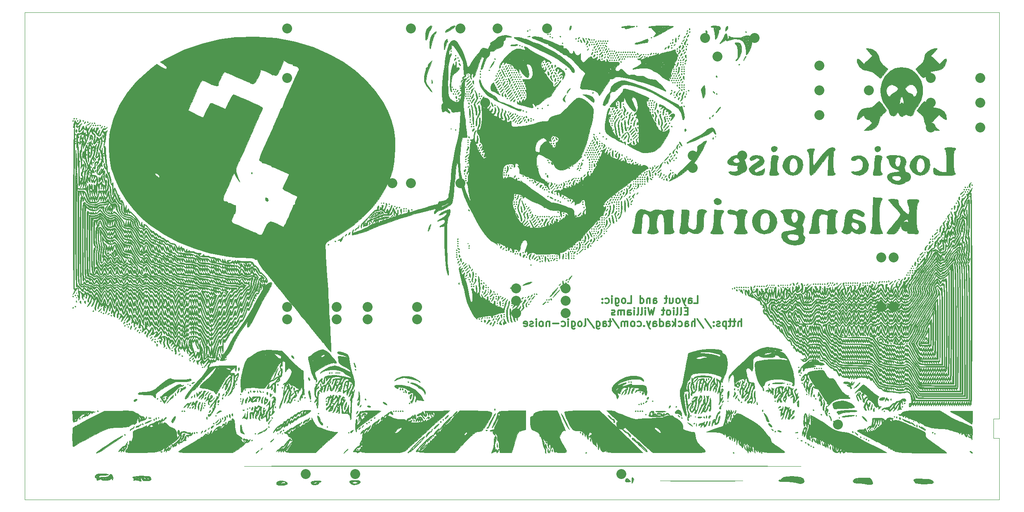
<source format=gbo>
%TF.GenerationSoftware,KiCad,Pcbnew,8.0.0*%
%TF.CreationDate,2024-08-13T08:30:51+02:00*%
%TF.ProjectId,logic_noise_playground,6c6f6769-635f-46e6-9f69-73655f706c61,rev?*%
%TF.SameCoordinates,Original*%
%TF.FileFunction,Legend,Bot*%
%TF.FilePolarity,Positive*%
%FSLAX46Y46*%
G04 Gerber Fmt 4.6, Leading zero omitted, Abs format (unit mm)*
G04 Created by KiCad (PCBNEW 8.0.0) date 2024-08-13 08:30:51*
%MOMM*%
%LPD*%
G01*
G04 APERTURE LIST*
%ADD10C,0.300000*%
%ADD11C,0.100000*%
%ADD12C,2.032000*%
%TA.AperFunction,Profile*%
%ADD13C,0.100000*%
%TD*%
%TA.AperFunction,Profile*%
%ADD14C,0.010000*%
%TD*%
G04 APERTURE END LIST*
D10*
X182051716Y-114470328D02*
X182051716Y-112970328D01*
X181408859Y-114470328D02*
X181408859Y-113684614D01*
X181408859Y-113684614D02*
X181480287Y-113541757D01*
X181480287Y-113541757D02*
X181623144Y-113470328D01*
X181623144Y-113470328D02*
X181837430Y-113470328D01*
X181837430Y-113470328D02*
X181980287Y-113541757D01*
X181980287Y-113541757D02*
X182051716Y-113613185D01*
X180908858Y-113470328D02*
X180337430Y-113470328D01*
X180694573Y-112970328D02*
X180694573Y-114256042D01*
X180694573Y-114256042D02*
X180623144Y-114398900D01*
X180623144Y-114398900D02*
X180480287Y-114470328D01*
X180480287Y-114470328D02*
X180337430Y-114470328D01*
X180051715Y-113470328D02*
X179480287Y-113470328D01*
X179837430Y-112970328D02*
X179837430Y-114256042D01*
X179837430Y-114256042D02*
X179766001Y-114398900D01*
X179766001Y-114398900D02*
X179623144Y-114470328D01*
X179623144Y-114470328D02*
X179480287Y-114470328D01*
X178980287Y-113470328D02*
X178980287Y-114970328D01*
X178980287Y-113541757D02*
X178837430Y-113470328D01*
X178837430Y-113470328D02*
X178551715Y-113470328D01*
X178551715Y-113470328D02*
X178408858Y-113541757D01*
X178408858Y-113541757D02*
X178337430Y-113613185D01*
X178337430Y-113613185D02*
X178266001Y-113756042D01*
X178266001Y-113756042D02*
X178266001Y-114184614D01*
X178266001Y-114184614D02*
X178337430Y-114327471D01*
X178337430Y-114327471D02*
X178408858Y-114398900D01*
X178408858Y-114398900D02*
X178551715Y-114470328D01*
X178551715Y-114470328D02*
X178837430Y-114470328D01*
X178837430Y-114470328D02*
X178980287Y-114398900D01*
X177694572Y-114398900D02*
X177551715Y-114470328D01*
X177551715Y-114470328D02*
X177266001Y-114470328D01*
X177266001Y-114470328D02*
X177123144Y-114398900D01*
X177123144Y-114398900D02*
X177051715Y-114256042D01*
X177051715Y-114256042D02*
X177051715Y-114184614D01*
X177051715Y-114184614D02*
X177123144Y-114041757D01*
X177123144Y-114041757D02*
X177266001Y-113970328D01*
X177266001Y-113970328D02*
X177480287Y-113970328D01*
X177480287Y-113970328D02*
X177623144Y-113898900D01*
X177623144Y-113898900D02*
X177694572Y-113756042D01*
X177694572Y-113756042D02*
X177694572Y-113684614D01*
X177694572Y-113684614D02*
X177623144Y-113541757D01*
X177623144Y-113541757D02*
X177480287Y-113470328D01*
X177480287Y-113470328D02*
X177266001Y-113470328D01*
X177266001Y-113470328D02*
X177123144Y-113541757D01*
X176408858Y-114327471D02*
X176337429Y-114398900D01*
X176337429Y-114398900D02*
X176408858Y-114470328D01*
X176408858Y-114470328D02*
X176480286Y-114398900D01*
X176480286Y-114398900D02*
X176408858Y-114327471D01*
X176408858Y-114327471D02*
X176408858Y-114470328D01*
X176408858Y-113541757D02*
X176337429Y-113613185D01*
X176337429Y-113613185D02*
X176408858Y-113684614D01*
X176408858Y-113684614D02*
X176480286Y-113613185D01*
X176480286Y-113613185D02*
X176408858Y-113541757D01*
X176408858Y-113541757D02*
X176408858Y-113684614D01*
X174623143Y-112898900D02*
X175908857Y-114827471D01*
X173051714Y-112898900D02*
X174337428Y-114827471D01*
X172551714Y-114470328D02*
X172551714Y-112970328D01*
X171908857Y-114470328D02*
X171908857Y-113684614D01*
X171908857Y-113684614D02*
X171980285Y-113541757D01*
X171980285Y-113541757D02*
X172123142Y-113470328D01*
X172123142Y-113470328D02*
X172337428Y-113470328D01*
X172337428Y-113470328D02*
X172480285Y-113541757D01*
X172480285Y-113541757D02*
X172551714Y-113613185D01*
X170551714Y-114470328D02*
X170551714Y-113684614D01*
X170551714Y-113684614D02*
X170623142Y-113541757D01*
X170623142Y-113541757D02*
X170765999Y-113470328D01*
X170765999Y-113470328D02*
X171051714Y-113470328D01*
X171051714Y-113470328D02*
X171194571Y-113541757D01*
X170551714Y-114398900D02*
X170694571Y-114470328D01*
X170694571Y-114470328D02*
X171051714Y-114470328D01*
X171051714Y-114470328D02*
X171194571Y-114398900D01*
X171194571Y-114398900D02*
X171265999Y-114256042D01*
X171265999Y-114256042D02*
X171265999Y-114113185D01*
X171265999Y-114113185D02*
X171194571Y-113970328D01*
X171194571Y-113970328D02*
X171051714Y-113898900D01*
X171051714Y-113898900D02*
X170694571Y-113898900D01*
X170694571Y-113898900D02*
X170551714Y-113827471D01*
X169194571Y-114398900D02*
X169337428Y-114470328D01*
X169337428Y-114470328D02*
X169623142Y-114470328D01*
X169623142Y-114470328D02*
X169765999Y-114398900D01*
X169765999Y-114398900D02*
X169837428Y-114327471D01*
X169837428Y-114327471D02*
X169908856Y-114184614D01*
X169908856Y-114184614D02*
X169908856Y-113756042D01*
X169908856Y-113756042D02*
X169837428Y-113613185D01*
X169837428Y-113613185D02*
X169765999Y-113541757D01*
X169765999Y-113541757D02*
X169623142Y-113470328D01*
X169623142Y-113470328D02*
X169337428Y-113470328D01*
X169337428Y-113470328D02*
X169194571Y-113541757D01*
X168551714Y-114470328D02*
X168551714Y-112970328D01*
X168408857Y-113898900D02*
X167980285Y-114470328D01*
X167980285Y-113470328D02*
X168551714Y-114041757D01*
X166694571Y-114470328D02*
X166694571Y-113684614D01*
X166694571Y-113684614D02*
X166765999Y-113541757D01*
X166765999Y-113541757D02*
X166908856Y-113470328D01*
X166908856Y-113470328D02*
X167194571Y-113470328D01*
X167194571Y-113470328D02*
X167337428Y-113541757D01*
X166694571Y-114398900D02*
X166837428Y-114470328D01*
X166837428Y-114470328D02*
X167194571Y-114470328D01*
X167194571Y-114470328D02*
X167337428Y-114398900D01*
X167337428Y-114398900D02*
X167408856Y-114256042D01*
X167408856Y-114256042D02*
X167408856Y-114113185D01*
X167408856Y-114113185D02*
X167337428Y-113970328D01*
X167337428Y-113970328D02*
X167194571Y-113898900D01*
X167194571Y-113898900D02*
X166837428Y-113898900D01*
X166837428Y-113898900D02*
X166694571Y-113827471D01*
X165337428Y-114470328D02*
X165337428Y-112970328D01*
X165337428Y-114398900D02*
X165480285Y-114470328D01*
X165480285Y-114470328D02*
X165765999Y-114470328D01*
X165765999Y-114470328D02*
X165908856Y-114398900D01*
X165908856Y-114398900D02*
X165980285Y-114327471D01*
X165980285Y-114327471D02*
X166051713Y-114184614D01*
X166051713Y-114184614D02*
X166051713Y-113756042D01*
X166051713Y-113756042D02*
X165980285Y-113613185D01*
X165980285Y-113613185D02*
X165908856Y-113541757D01*
X165908856Y-113541757D02*
X165765999Y-113470328D01*
X165765999Y-113470328D02*
X165480285Y-113470328D01*
X165480285Y-113470328D02*
X165337428Y-113541757D01*
X163980285Y-114470328D02*
X163980285Y-113684614D01*
X163980285Y-113684614D02*
X164051713Y-113541757D01*
X164051713Y-113541757D02*
X164194570Y-113470328D01*
X164194570Y-113470328D02*
X164480285Y-113470328D01*
X164480285Y-113470328D02*
X164623142Y-113541757D01*
X163980285Y-114398900D02*
X164123142Y-114470328D01*
X164123142Y-114470328D02*
X164480285Y-114470328D01*
X164480285Y-114470328D02*
X164623142Y-114398900D01*
X164623142Y-114398900D02*
X164694570Y-114256042D01*
X164694570Y-114256042D02*
X164694570Y-114113185D01*
X164694570Y-114113185D02*
X164623142Y-113970328D01*
X164623142Y-113970328D02*
X164480285Y-113898900D01*
X164480285Y-113898900D02*
X164123142Y-113898900D01*
X164123142Y-113898900D02*
X163980285Y-113827471D01*
X163408856Y-113470328D02*
X163051713Y-114470328D01*
X162694570Y-113470328D02*
X163051713Y-114470328D01*
X163051713Y-114470328D02*
X163194570Y-114827471D01*
X163194570Y-114827471D02*
X163265999Y-114898900D01*
X163265999Y-114898900D02*
X163408856Y-114970328D01*
X162123142Y-114327471D02*
X162051713Y-114398900D01*
X162051713Y-114398900D02*
X162123142Y-114470328D01*
X162123142Y-114470328D02*
X162194570Y-114398900D01*
X162194570Y-114398900D02*
X162123142Y-114327471D01*
X162123142Y-114327471D02*
X162123142Y-114470328D01*
X160765999Y-114398900D02*
X160908856Y-114470328D01*
X160908856Y-114470328D02*
X161194570Y-114470328D01*
X161194570Y-114470328D02*
X161337427Y-114398900D01*
X161337427Y-114398900D02*
X161408856Y-114327471D01*
X161408856Y-114327471D02*
X161480284Y-114184614D01*
X161480284Y-114184614D02*
X161480284Y-113756042D01*
X161480284Y-113756042D02*
X161408856Y-113613185D01*
X161408856Y-113613185D02*
X161337427Y-113541757D01*
X161337427Y-113541757D02*
X161194570Y-113470328D01*
X161194570Y-113470328D02*
X160908856Y-113470328D01*
X160908856Y-113470328D02*
X160765999Y-113541757D01*
X159908856Y-114470328D02*
X160051713Y-114398900D01*
X160051713Y-114398900D02*
X160123142Y-114327471D01*
X160123142Y-114327471D02*
X160194570Y-114184614D01*
X160194570Y-114184614D02*
X160194570Y-113756042D01*
X160194570Y-113756042D02*
X160123142Y-113613185D01*
X160123142Y-113613185D02*
X160051713Y-113541757D01*
X160051713Y-113541757D02*
X159908856Y-113470328D01*
X159908856Y-113470328D02*
X159694570Y-113470328D01*
X159694570Y-113470328D02*
X159551713Y-113541757D01*
X159551713Y-113541757D02*
X159480285Y-113613185D01*
X159480285Y-113613185D02*
X159408856Y-113756042D01*
X159408856Y-113756042D02*
X159408856Y-114184614D01*
X159408856Y-114184614D02*
X159480285Y-114327471D01*
X159480285Y-114327471D02*
X159551713Y-114398900D01*
X159551713Y-114398900D02*
X159694570Y-114470328D01*
X159694570Y-114470328D02*
X159908856Y-114470328D01*
X158765999Y-114470328D02*
X158765999Y-113470328D01*
X158765999Y-113613185D02*
X158694570Y-113541757D01*
X158694570Y-113541757D02*
X158551713Y-113470328D01*
X158551713Y-113470328D02*
X158337427Y-113470328D01*
X158337427Y-113470328D02*
X158194570Y-113541757D01*
X158194570Y-113541757D02*
X158123142Y-113684614D01*
X158123142Y-113684614D02*
X158123142Y-114470328D01*
X158123142Y-113684614D02*
X158051713Y-113541757D01*
X158051713Y-113541757D02*
X157908856Y-113470328D01*
X157908856Y-113470328D02*
X157694570Y-113470328D01*
X157694570Y-113470328D02*
X157551713Y-113541757D01*
X157551713Y-113541757D02*
X157480284Y-113684614D01*
X157480284Y-113684614D02*
X157480284Y-114470328D01*
X155694570Y-112898900D02*
X156980284Y-114827471D01*
X155408855Y-113470328D02*
X154837427Y-113470328D01*
X155194570Y-112970328D02*
X155194570Y-114256042D01*
X155194570Y-114256042D02*
X155123141Y-114398900D01*
X155123141Y-114398900D02*
X154980284Y-114470328D01*
X154980284Y-114470328D02*
X154837427Y-114470328D01*
X153694570Y-114470328D02*
X153694570Y-113684614D01*
X153694570Y-113684614D02*
X153765998Y-113541757D01*
X153765998Y-113541757D02*
X153908855Y-113470328D01*
X153908855Y-113470328D02*
X154194570Y-113470328D01*
X154194570Y-113470328D02*
X154337427Y-113541757D01*
X153694570Y-114398900D02*
X153837427Y-114470328D01*
X153837427Y-114470328D02*
X154194570Y-114470328D01*
X154194570Y-114470328D02*
X154337427Y-114398900D01*
X154337427Y-114398900D02*
X154408855Y-114256042D01*
X154408855Y-114256042D02*
X154408855Y-114113185D01*
X154408855Y-114113185D02*
X154337427Y-113970328D01*
X154337427Y-113970328D02*
X154194570Y-113898900D01*
X154194570Y-113898900D02*
X153837427Y-113898900D01*
X153837427Y-113898900D02*
X153694570Y-113827471D01*
X152337427Y-113470328D02*
X152337427Y-114684614D01*
X152337427Y-114684614D02*
X152408855Y-114827471D01*
X152408855Y-114827471D02*
X152480284Y-114898900D01*
X152480284Y-114898900D02*
X152623141Y-114970328D01*
X152623141Y-114970328D02*
X152837427Y-114970328D01*
X152837427Y-114970328D02*
X152980284Y-114898900D01*
X152337427Y-114398900D02*
X152480284Y-114470328D01*
X152480284Y-114470328D02*
X152765998Y-114470328D01*
X152765998Y-114470328D02*
X152908855Y-114398900D01*
X152908855Y-114398900D02*
X152980284Y-114327471D01*
X152980284Y-114327471D02*
X153051712Y-114184614D01*
X153051712Y-114184614D02*
X153051712Y-113756042D01*
X153051712Y-113756042D02*
X152980284Y-113613185D01*
X152980284Y-113613185D02*
X152908855Y-113541757D01*
X152908855Y-113541757D02*
X152765998Y-113470328D01*
X152765998Y-113470328D02*
X152480284Y-113470328D01*
X152480284Y-113470328D02*
X152337427Y-113541757D01*
X150551712Y-112898900D02*
X151837426Y-114827471D01*
X149837426Y-114470328D02*
X149980283Y-114398900D01*
X149980283Y-114398900D02*
X150051712Y-114256042D01*
X150051712Y-114256042D02*
X150051712Y-112970328D01*
X149051712Y-114470328D02*
X149194569Y-114398900D01*
X149194569Y-114398900D02*
X149265998Y-114327471D01*
X149265998Y-114327471D02*
X149337426Y-114184614D01*
X149337426Y-114184614D02*
X149337426Y-113756042D01*
X149337426Y-113756042D02*
X149265998Y-113613185D01*
X149265998Y-113613185D02*
X149194569Y-113541757D01*
X149194569Y-113541757D02*
X149051712Y-113470328D01*
X149051712Y-113470328D02*
X148837426Y-113470328D01*
X148837426Y-113470328D02*
X148694569Y-113541757D01*
X148694569Y-113541757D02*
X148623141Y-113613185D01*
X148623141Y-113613185D02*
X148551712Y-113756042D01*
X148551712Y-113756042D02*
X148551712Y-114184614D01*
X148551712Y-114184614D02*
X148623141Y-114327471D01*
X148623141Y-114327471D02*
X148694569Y-114398900D01*
X148694569Y-114398900D02*
X148837426Y-114470328D01*
X148837426Y-114470328D02*
X149051712Y-114470328D01*
X147265998Y-113470328D02*
X147265998Y-114684614D01*
X147265998Y-114684614D02*
X147337426Y-114827471D01*
X147337426Y-114827471D02*
X147408855Y-114898900D01*
X147408855Y-114898900D02*
X147551712Y-114970328D01*
X147551712Y-114970328D02*
X147765998Y-114970328D01*
X147765998Y-114970328D02*
X147908855Y-114898900D01*
X147265998Y-114398900D02*
X147408855Y-114470328D01*
X147408855Y-114470328D02*
X147694569Y-114470328D01*
X147694569Y-114470328D02*
X147837426Y-114398900D01*
X147837426Y-114398900D02*
X147908855Y-114327471D01*
X147908855Y-114327471D02*
X147980283Y-114184614D01*
X147980283Y-114184614D02*
X147980283Y-113756042D01*
X147980283Y-113756042D02*
X147908855Y-113613185D01*
X147908855Y-113613185D02*
X147837426Y-113541757D01*
X147837426Y-113541757D02*
X147694569Y-113470328D01*
X147694569Y-113470328D02*
X147408855Y-113470328D01*
X147408855Y-113470328D02*
X147265998Y-113541757D01*
X146551712Y-114470328D02*
X146551712Y-113470328D01*
X146551712Y-112970328D02*
X146623140Y-113041757D01*
X146623140Y-113041757D02*
X146551712Y-113113185D01*
X146551712Y-113113185D02*
X146480283Y-113041757D01*
X146480283Y-113041757D02*
X146551712Y-112970328D01*
X146551712Y-112970328D02*
X146551712Y-113113185D01*
X145194569Y-114398900D02*
X145337426Y-114470328D01*
X145337426Y-114470328D02*
X145623140Y-114470328D01*
X145623140Y-114470328D02*
X145765997Y-114398900D01*
X145765997Y-114398900D02*
X145837426Y-114327471D01*
X145837426Y-114327471D02*
X145908854Y-114184614D01*
X145908854Y-114184614D02*
X145908854Y-113756042D01*
X145908854Y-113756042D02*
X145837426Y-113613185D01*
X145837426Y-113613185D02*
X145765997Y-113541757D01*
X145765997Y-113541757D02*
X145623140Y-113470328D01*
X145623140Y-113470328D02*
X145337426Y-113470328D01*
X145337426Y-113470328D02*
X145194569Y-113541757D01*
X144551712Y-113898900D02*
X143408855Y-113898900D01*
X142694569Y-113470328D02*
X142694569Y-114470328D01*
X142694569Y-113613185D02*
X142623140Y-113541757D01*
X142623140Y-113541757D02*
X142480283Y-113470328D01*
X142480283Y-113470328D02*
X142265997Y-113470328D01*
X142265997Y-113470328D02*
X142123140Y-113541757D01*
X142123140Y-113541757D02*
X142051712Y-113684614D01*
X142051712Y-113684614D02*
X142051712Y-114470328D01*
X141123140Y-114470328D02*
X141265997Y-114398900D01*
X141265997Y-114398900D02*
X141337426Y-114327471D01*
X141337426Y-114327471D02*
X141408854Y-114184614D01*
X141408854Y-114184614D02*
X141408854Y-113756042D01*
X141408854Y-113756042D02*
X141337426Y-113613185D01*
X141337426Y-113613185D02*
X141265997Y-113541757D01*
X141265997Y-113541757D02*
X141123140Y-113470328D01*
X141123140Y-113470328D02*
X140908854Y-113470328D01*
X140908854Y-113470328D02*
X140765997Y-113541757D01*
X140765997Y-113541757D02*
X140694569Y-113613185D01*
X140694569Y-113613185D02*
X140623140Y-113756042D01*
X140623140Y-113756042D02*
X140623140Y-114184614D01*
X140623140Y-114184614D02*
X140694569Y-114327471D01*
X140694569Y-114327471D02*
X140765997Y-114398900D01*
X140765997Y-114398900D02*
X140908854Y-114470328D01*
X140908854Y-114470328D02*
X141123140Y-114470328D01*
X139980283Y-114470328D02*
X139980283Y-113470328D01*
X139980283Y-112970328D02*
X140051711Y-113041757D01*
X140051711Y-113041757D02*
X139980283Y-113113185D01*
X139980283Y-113113185D02*
X139908854Y-113041757D01*
X139908854Y-113041757D02*
X139980283Y-112970328D01*
X139980283Y-112970328D02*
X139980283Y-113113185D01*
X139337425Y-114398900D02*
X139194568Y-114470328D01*
X139194568Y-114470328D02*
X138908854Y-114470328D01*
X138908854Y-114470328D02*
X138765997Y-114398900D01*
X138765997Y-114398900D02*
X138694568Y-114256042D01*
X138694568Y-114256042D02*
X138694568Y-114184614D01*
X138694568Y-114184614D02*
X138765997Y-114041757D01*
X138765997Y-114041757D02*
X138908854Y-113970328D01*
X138908854Y-113970328D02*
X139123140Y-113970328D01*
X139123140Y-113970328D02*
X139265997Y-113898900D01*
X139265997Y-113898900D02*
X139337425Y-113756042D01*
X139337425Y-113756042D02*
X139337425Y-113684614D01*
X139337425Y-113684614D02*
X139265997Y-113541757D01*
X139265997Y-113541757D02*
X139123140Y-113470328D01*
X139123140Y-113470328D02*
X138908854Y-113470328D01*
X138908854Y-113470328D02*
X138765997Y-113541757D01*
X137480282Y-114398900D02*
X137623139Y-114470328D01*
X137623139Y-114470328D02*
X137908854Y-114470328D01*
X137908854Y-114470328D02*
X138051711Y-114398900D01*
X138051711Y-114398900D02*
X138123139Y-114256042D01*
X138123139Y-114256042D02*
X138123139Y-113684614D01*
X138123139Y-113684614D02*
X138051711Y-113541757D01*
X138051711Y-113541757D02*
X137908854Y-113470328D01*
X137908854Y-113470328D02*
X137623139Y-113470328D01*
X137623139Y-113470328D02*
X137480282Y-113541757D01*
X137480282Y-113541757D02*
X137408854Y-113684614D01*
X137408854Y-113684614D02*
X137408854Y-113827471D01*
X137408854Y-113827471D02*
X138123139Y-113970328D01*
X172393429Y-109706870D02*
X173107715Y-109706870D01*
X173107715Y-109706870D02*
X173107715Y-108206870D01*
X171250572Y-109706870D02*
X171250572Y-108921156D01*
X171250572Y-108921156D02*
X171322000Y-108778299D01*
X171322000Y-108778299D02*
X171464857Y-108706870D01*
X171464857Y-108706870D02*
X171750572Y-108706870D01*
X171750572Y-108706870D02*
X171893429Y-108778299D01*
X171250572Y-109635442D02*
X171393429Y-109706870D01*
X171393429Y-109706870D02*
X171750572Y-109706870D01*
X171750572Y-109706870D02*
X171893429Y-109635442D01*
X171893429Y-109635442D02*
X171964857Y-109492584D01*
X171964857Y-109492584D02*
X171964857Y-109349727D01*
X171964857Y-109349727D02*
X171893429Y-109206870D01*
X171893429Y-109206870D02*
X171750572Y-109135442D01*
X171750572Y-109135442D02*
X171393429Y-109135442D01*
X171393429Y-109135442D02*
X171250572Y-109064013D01*
X170679143Y-108706870D02*
X170322000Y-109706870D01*
X169964857Y-108706870D02*
X170322000Y-109706870D01*
X170322000Y-109706870D02*
X170464857Y-110064013D01*
X170464857Y-110064013D02*
X170536286Y-110135442D01*
X170536286Y-110135442D02*
X170679143Y-110206870D01*
X169179143Y-109706870D02*
X169322000Y-109635442D01*
X169322000Y-109635442D02*
X169393429Y-109564013D01*
X169393429Y-109564013D02*
X169464857Y-109421156D01*
X169464857Y-109421156D02*
X169464857Y-108992584D01*
X169464857Y-108992584D02*
X169393429Y-108849727D01*
X169393429Y-108849727D02*
X169322000Y-108778299D01*
X169322000Y-108778299D02*
X169179143Y-108706870D01*
X169179143Y-108706870D02*
X168964857Y-108706870D01*
X168964857Y-108706870D02*
X168822000Y-108778299D01*
X168822000Y-108778299D02*
X168750572Y-108849727D01*
X168750572Y-108849727D02*
X168679143Y-108992584D01*
X168679143Y-108992584D02*
X168679143Y-109421156D01*
X168679143Y-109421156D02*
X168750572Y-109564013D01*
X168750572Y-109564013D02*
X168822000Y-109635442D01*
X168822000Y-109635442D02*
X168964857Y-109706870D01*
X168964857Y-109706870D02*
X169179143Y-109706870D01*
X167393429Y-108706870D02*
X167393429Y-109706870D01*
X168036286Y-108706870D02*
X168036286Y-109492584D01*
X168036286Y-109492584D02*
X167964857Y-109635442D01*
X167964857Y-109635442D02*
X167822000Y-109706870D01*
X167822000Y-109706870D02*
X167607714Y-109706870D01*
X167607714Y-109706870D02*
X167464857Y-109635442D01*
X167464857Y-109635442D02*
X167393429Y-109564013D01*
X166893428Y-108706870D02*
X166322000Y-108706870D01*
X166679143Y-108206870D02*
X166679143Y-109492584D01*
X166679143Y-109492584D02*
X166607714Y-109635442D01*
X166607714Y-109635442D02*
X166464857Y-109706870D01*
X166464857Y-109706870D02*
X166322000Y-109706870D01*
X164036286Y-109706870D02*
X164036286Y-108921156D01*
X164036286Y-108921156D02*
X164107714Y-108778299D01*
X164107714Y-108778299D02*
X164250571Y-108706870D01*
X164250571Y-108706870D02*
X164536286Y-108706870D01*
X164536286Y-108706870D02*
X164679143Y-108778299D01*
X164036286Y-109635442D02*
X164179143Y-109706870D01*
X164179143Y-109706870D02*
X164536286Y-109706870D01*
X164536286Y-109706870D02*
X164679143Y-109635442D01*
X164679143Y-109635442D02*
X164750571Y-109492584D01*
X164750571Y-109492584D02*
X164750571Y-109349727D01*
X164750571Y-109349727D02*
X164679143Y-109206870D01*
X164679143Y-109206870D02*
X164536286Y-109135442D01*
X164536286Y-109135442D02*
X164179143Y-109135442D01*
X164179143Y-109135442D02*
X164036286Y-109064013D01*
X163322000Y-108706870D02*
X163322000Y-109706870D01*
X163322000Y-108849727D02*
X163250571Y-108778299D01*
X163250571Y-108778299D02*
X163107714Y-108706870D01*
X163107714Y-108706870D02*
X162893428Y-108706870D01*
X162893428Y-108706870D02*
X162750571Y-108778299D01*
X162750571Y-108778299D02*
X162679143Y-108921156D01*
X162679143Y-108921156D02*
X162679143Y-109706870D01*
X161322000Y-109706870D02*
X161322000Y-108206870D01*
X161322000Y-109635442D02*
X161464857Y-109706870D01*
X161464857Y-109706870D02*
X161750571Y-109706870D01*
X161750571Y-109706870D02*
X161893428Y-109635442D01*
X161893428Y-109635442D02*
X161964857Y-109564013D01*
X161964857Y-109564013D02*
X162036285Y-109421156D01*
X162036285Y-109421156D02*
X162036285Y-108992584D01*
X162036285Y-108992584D02*
X161964857Y-108849727D01*
X161964857Y-108849727D02*
X161893428Y-108778299D01*
X161893428Y-108778299D02*
X161750571Y-108706870D01*
X161750571Y-108706870D02*
X161464857Y-108706870D01*
X161464857Y-108706870D02*
X161322000Y-108778299D01*
X158750571Y-109706870D02*
X159464857Y-109706870D01*
X159464857Y-109706870D02*
X159464857Y-108206870D01*
X158036285Y-109706870D02*
X158179142Y-109635442D01*
X158179142Y-109635442D02*
X158250571Y-109564013D01*
X158250571Y-109564013D02*
X158321999Y-109421156D01*
X158321999Y-109421156D02*
X158321999Y-108992584D01*
X158321999Y-108992584D02*
X158250571Y-108849727D01*
X158250571Y-108849727D02*
X158179142Y-108778299D01*
X158179142Y-108778299D02*
X158036285Y-108706870D01*
X158036285Y-108706870D02*
X157821999Y-108706870D01*
X157821999Y-108706870D02*
X157679142Y-108778299D01*
X157679142Y-108778299D02*
X157607714Y-108849727D01*
X157607714Y-108849727D02*
X157536285Y-108992584D01*
X157536285Y-108992584D02*
X157536285Y-109421156D01*
X157536285Y-109421156D02*
X157607714Y-109564013D01*
X157607714Y-109564013D02*
X157679142Y-109635442D01*
X157679142Y-109635442D02*
X157821999Y-109706870D01*
X157821999Y-109706870D02*
X158036285Y-109706870D01*
X156250571Y-108706870D02*
X156250571Y-109921156D01*
X156250571Y-109921156D02*
X156321999Y-110064013D01*
X156321999Y-110064013D02*
X156393428Y-110135442D01*
X156393428Y-110135442D02*
X156536285Y-110206870D01*
X156536285Y-110206870D02*
X156750571Y-110206870D01*
X156750571Y-110206870D02*
X156893428Y-110135442D01*
X156250571Y-109635442D02*
X156393428Y-109706870D01*
X156393428Y-109706870D02*
X156679142Y-109706870D01*
X156679142Y-109706870D02*
X156821999Y-109635442D01*
X156821999Y-109635442D02*
X156893428Y-109564013D01*
X156893428Y-109564013D02*
X156964856Y-109421156D01*
X156964856Y-109421156D02*
X156964856Y-108992584D01*
X156964856Y-108992584D02*
X156893428Y-108849727D01*
X156893428Y-108849727D02*
X156821999Y-108778299D01*
X156821999Y-108778299D02*
X156679142Y-108706870D01*
X156679142Y-108706870D02*
X156393428Y-108706870D01*
X156393428Y-108706870D02*
X156250571Y-108778299D01*
X155536285Y-109706870D02*
X155536285Y-108706870D01*
X155536285Y-108206870D02*
X155607713Y-108278299D01*
X155607713Y-108278299D02*
X155536285Y-108349727D01*
X155536285Y-108349727D02*
X155464856Y-108278299D01*
X155464856Y-108278299D02*
X155536285Y-108206870D01*
X155536285Y-108206870D02*
X155536285Y-108349727D01*
X154179142Y-109635442D02*
X154321999Y-109706870D01*
X154321999Y-109706870D02*
X154607713Y-109706870D01*
X154607713Y-109706870D02*
X154750570Y-109635442D01*
X154750570Y-109635442D02*
X154821999Y-109564013D01*
X154821999Y-109564013D02*
X154893427Y-109421156D01*
X154893427Y-109421156D02*
X154893427Y-108992584D01*
X154893427Y-108992584D02*
X154821999Y-108849727D01*
X154821999Y-108849727D02*
X154750570Y-108778299D01*
X154750570Y-108778299D02*
X154607713Y-108706870D01*
X154607713Y-108706870D02*
X154321999Y-108706870D01*
X154321999Y-108706870D02*
X154179142Y-108778299D01*
X153536285Y-109564013D02*
X153464856Y-109635442D01*
X153464856Y-109635442D02*
X153536285Y-109706870D01*
X153536285Y-109706870D02*
X153607713Y-109635442D01*
X153607713Y-109635442D02*
X153536285Y-109564013D01*
X153536285Y-109564013D02*
X153536285Y-109706870D01*
X153536285Y-108778299D02*
X153464856Y-108849727D01*
X153464856Y-108849727D02*
X153536285Y-108921156D01*
X153536285Y-108921156D02*
X153607713Y-108849727D01*
X153607713Y-108849727D02*
X153536285Y-108778299D01*
X153536285Y-108778299D02*
X153536285Y-108921156D01*
X171107714Y-111336072D02*
X170607714Y-111336072D01*
X170393428Y-112121786D02*
X171107714Y-112121786D01*
X171107714Y-112121786D02*
X171107714Y-110621786D01*
X171107714Y-110621786D02*
X170393428Y-110621786D01*
X169536285Y-112121786D02*
X169679142Y-112050358D01*
X169679142Y-112050358D02*
X169750571Y-111907500D01*
X169750571Y-111907500D02*
X169750571Y-110621786D01*
X168750571Y-112121786D02*
X168893428Y-112050358D01*
X168893428Y-112050358D02*
X168964857Y-111907500D01*
X168964857Y-111907500D02*
X168964857Y-110621786D01*
X168179143Y-112121786D02*
X168179143Y-111121786D01*
X168179143Y-110621786D02*
X168250571Y-110693215D01*
X168250571Y-110693215D02*
X168179143Y-110764643D01*
X168179143Y-110764643D02*
X168107714Y-110693215D01*
X168107714Y-110693215D02*
X168179143Y-110621786D01*
X168179143Y-110621786D02*
X168179143Y-110764643D01*
X167250571Y-112121786D02*
X167393428Y-112050358D01*
X167393428Y-112050358D02*
X167464857Y-111978929D01*
X167464857Y-111978929D02*
X167536285Y-111836072D01*
X167536285Y-111836072D02*
X167536285Y-111407500D01*
X167536285Y-111407500D02*
X167464857Y-111264643D01*
X167464857Y-111264643D02*
X167393428Y-111193215D01*
X167393428Y-111193215D02*
X167250571Y-111121786D01*
X167250571Y-111121786D02*
X167036285Y-111121786D01*
X167036285Y-111121786D02*
X166893428Y-111193215D01*
X166893428Y-111193215D02*
X166822000Y-111264643D01*
X166822000Y-111264643D02*
X166750571Y-111407500D01*
X166750571Y-111407500D02*
X166750571Y-111836072D01*
X166750571Y-111836072D02*
X166822000Y-111978929D01*
X166822000Y-111978929D02*
X166893428Y-112050358D01*
X166893428Y-112050358D02*
X167036285Y-112121786D01*
X167036285Y-112121786D02*
X167250571Y-112121786D01*
X166321999Y-111121786D02*
X165750571Y-111121786D01*
X166107714Y-110621786D02*
X166107714Y-111907500D01*
X166107714Y-111907500D02*
X166036285Y-112050358D01*
X166036285Y-112050358D02*
X165893428Y-112121786D01*
X165893428Y-112121786D02*
X165750571Y-112121786D01*
X164250571Y-110621786D02*
X163893428Y-112121786D01*
X163893428Y-112121786D02*
X163607714Y-111050358D01*
X163607714Y-111050358D02*
X163321999Y-112121786D01*
X163321999Y-112121786D02*
X162964857Y-110621786D01*
X162393428Y-112121786D02*
X162393428Y-111121786D01*
X162393428Y-110621786D02*
X162464856Y-110693215D01*
X162464856Y-110693215D02*
X162393428Y-110764643D01*
X162393428Y-110764643D02*
X162321999Y-110693215D01*
X162321999Y-110693215D02*
X162393428Y-110621786D01*
X162393428Y-110621786D02*
X162393428Y-110764643D01*
X161464856Y-112121786D02*
X161607713Y-112050358D01*
X161607713Y-112050358D02*
X161679142Y-111907500D01*
X161679142Y-111907500D02*
X161679142Y-110621786D01*
X160679142Y-112121786D02*
X160821999Y-112050358D01*
X160821999Y-112050358D02*
X160893428Y-111907500D01*
X160893428Y-111907500D02*
X160893428Y-110621786D01*
X160107714Y-112121786D02*
X160107714Y-111121786D01*
X160107714Y-110621786D02*
X160179142Y-110693215D01*
X160179142Y-110693215D02*
X160107714Y-110764643D01*
X160107714Y-110764643D02*
X160036285Y-110693215D01*
X160036285Y-110693215D02*
X160107714Y-110621786D01*
X160107714Y-110621786D02*
X160107714Y-110764643D01*
X158750571Y-112121786D02*
X158750571Y-111336072D01*
X158750571Y-111336072D02*
X158821999Y-111193215D01*
X158821999Y-111193215D02*
X158964856Y-111121786D01*
X158964856Y-111121786D02*
X159250571Y-111121786D01*
X159250571Y-111121786D02*
X159393428Y-111193215D01*
X158750571Y-112050358D02*
X158893428Y-112121786D01*
X158893428Y-112121786D02*
X159250571Y-112121786D01*
X159250571Y-112121786D02*
X159393428Y-112050358D01*
X159393428Y-112050358D02*
X159464856Y-111907500D01*
X159464856Y-111907500D02*
X159464856Y-111764643D01*
X159464856Y-111764643D02*
X159393428Y-111621786D01*
X159393428Y-111621786D02*
X159250571Y-111550358D01*
X159250571Y-111550358D02*
X158893428Y-111550358D01*
X158893428Y-111550358D02*
X158750571Y-111478929D01*
X158036285Y-112121786D02*
X158036285Y-111121786D01*
X158036285Y-111264643D02*
X157964856Y-111193215D01*
X157964856Y-111193215D02*
X157821999Y-111121786D01*
X157821999Y-111121786D02*
X157607713Y-111121786D01*
X157607713Y-111121786D02*
X157464856Y-111193215D01*
X157464856Y-111193215D02*
X157393428Y-111336072D01*
X157393428Y-111336072D02*
X157393428Y-112121786D01*
X157393428Y-111336072D02*
X157321999Y-111193215D01*
X157321999Y-111193215D02*
X157179142Y-111121786D01*
X157179142Y-111121786D02*
X156964856Y-111121786D01*
X156964856Y-111121786D02*
X156821999Y-111193215D01*
X156821999Y-111193215D02*
X156750570Y-111336072D01*
X156750570Y-111336072D02*
X156750570Y-112121786D01*
X156107713Y-112050358D02*
X155964856Y-112121786D01*
X155964856Y-112121786D02*
X155679142Y-112121786D01*
X155679142Y-112121786D02*
X155536285Y-112050358D01*
X155536285Y-112050358D02*
X155464856Y-111907500D01*
X155464856Y-111907500D02*
X155464856Y-111836072D01*
X155464856Y-111836072D02*
X155536285Y-111693215D01*
X155536285Y-111693215D02*
X155679142Y-111621786D01*
X155679142Y-111621786D02*
X155893428Y-111621786D01*
X155893428Y-111621786D02*
X156036285Y-111550358D01*
X156036285Y-111550358D02*
X156107713Y-111407500D01*
X156107713Y-111407500D02*
X156107713Y-111336072D01*
X156107713Y-111336072D02*
X156036285Y-111193215D01*
X156036285Y-111193215D02*
X155893428Y-111121786D01*
X155893428Y-111121786D02*
X155679142Y-111121786D01*
X155679142Y-111121786D02*
X155536285Y-111193215D01*
D11*
%TO.C,G\u002A\u002A\u002A*%
X45027273Y-72274546D02*
X44911818Y-72390000D01*
X44796364Y-72274546D01*
X44911818Y-72159091D01*
X45027273Y-72274546D01*
G36*
X45027273Y-72274546D02*
G01*
X44911818Y-72390000D01*
X44796364Y-72274546D01*
X44911818Y-72159091D01*
X45027273Y-72274546D01*
G37*
X45027273Y-108296364D02*
X44911818Y-108411818D01*
X44796364Y-108296364D01*
X44911818Y-108180909D01*
X45027273Y-108296364D01*
G36*
X45027273Y-108296364D02*
G01*
X44911818Y-108411818D01*
X44796364Y-108296364D01*
X44911818Y-108180909D01*
X45027273Y-108296364D01*
G37*
X45027273Y-110605455D02*
X44911818Y-110720909D01*
X44796364Y-110605455D01*
X44911818Y-110490000D01*
X45027273Y-110605455D01*
G36*
X45027273Y-110605455D02*
G01*
X44911818Y-110720909D01*
X44796364Y-110605455D01*
X44911818Y-110490000D01*
X45027273Y-110605455D01*
G37*
X45258182Y-71812728D02*
X45142727Y-71928182D01*
X45027273Y-71812728D01*
X45142727Y-71697273D01*
X45258182Y-71812728D01*
G36*
X45258182Y-71812728D02*
G01*
X45142727Y-71928182D01*
X45027273Y-71812728D01*
X45142727Y-71697273D01*
X45258182Y-71812728D01*
G37*
X45489091Y-75045455D02*
X45373636Y-75160909D01*
X45258182Y-75045455D01*
X45373636Y-74930000D01*
X45489091Y-75045455D01*
G36*
X45489091Y-75045455D02*
G01*
X45373636Y-75160909D01*
X45258182Y-75045455D01*
X45373636Y-74930000D01*
X45489091Y-75045455D01*
G37*
X45489091Y-75969091D02*
X45373636Y-76084546D01*
X45258182Y-75969091D01*
X45373636Y-75853637D01*
X45489091Y-75969091D01*
G36*
X45489091Y-75969091D02*
G01*
X45373636Y-76084546D01*
X45258182Y-75969091D01*
X45373636Y-75853637D01*
X45489091Y-75969091D01*
G37*
X45489091Y-76430909D02*
X45373636Y-76546364D01*
X45258182Y-76430909D01*
X45373636Y-76315455D01*
X45489091Y-76430909D01*
G36*
X45489091Y-76430909D02*
G01*
X45373636Y-76546364D01*
X45258182Y-76430909D01*
X45373636Y-76315455D01*
X45489091Y-76430909D01*
G37*
X45489091Y-76892728D02*
X45373636Y-77008182D01*
X45258182Y-76892728D01*
X45373636Y-76777273D01*
X45489091Y-76892728D01*
G36*
X45489091Y-76892728D02*
G01*
X45373636Y-77008182D01*
X45258182Y-76892728D01*
X45373636Y-76777273D01*
X45489091Y-76892728D01*
G37*
X45489091Y-108065455D02*
X45373636Y-108180909D01*
X45258182Y-108065455D01*
X45373636Y-107950000D01*
X45489091Y-108065455D01*
G36*
X45489091Y-108065455D02*
G01*
X45373636Y-108180909D01*
X45258182Y-108065455D01*
X45373636Y-107950000D01*
X45489091Y-108065455D01*
G37*
X45489091Y-110374546D02*
X45373636Y-110490000D01*
X45258182Y-110374546D01*
X45373636Y-110259091D01*
X45489091Y-110374546D01*
G36*
X45489091Y-110374546D02*
G01*
X45373636Y-110490000D01*
X45258182Y-110374546D01*
X45373636Y-110259091D01*
X45489091Y-110374546D01*
G37*
X45720000Y-71812728D02*
X45604545Y-71928182D01*
X45489091Y-71812728D01*
X45604545Y-71697273D01*
X45720000Y-71812728D01*
G36*
X45720000Y-71812728D02*
G01*
X45604545Y-71928182D01*
X45489091Y-71812728D01*
X45604545Y-71697273D01*
X45720000Y-71812728D01*
G37*
X45720000Y-107603637D02*
X45604545Y-107719091D01*
X45489091Y-107603637D01*
X45604545Y-107488182D01*
X45720000Y-107603637D01*
G36*
X45720000Y-107603637D02*
G01*
X45604545Y-107719091D01*
X45489091Y-107603637D01*
X45604545Y-107488182D01*
X45720000Y-107603637D01*
G37*
X45720000Y-108527273D02*
X45604545Y-108642728D01*
X45489091Y-108527273D01*
X45604545Y-108411818D01*
X45720000Y-108527273D01*
G36*
X45720000Y-108527273D02*
G01*
X45604545Y-108642728D01*
X45489091Y-108527273D01*
X45604545Y-108411818D01*
X45720000Y-108527273D01*
G37*
X45950909Y-72274546D02*
X45835454Y-72390000D01*
X45720000Y-72274546D01*
X45835454Y-72159091D01*
X45950909Y-72274546D01*
G36*
X45950909Y-72274546D02*
G01*
X45835454Y-72390000D01*
X45720000Y-72274546D01*
X45835454Y-72159091D01*
X45950909Y-72274546D01*
G37*
X46181818Y-76661818D02*
X46066364Y-76777273D01*
X45950909Y-76661818D01*
X46066364Y-76546364D01*
X46181818Y-76661818D01*
G36*
X46181818Y-76661818D02*
G01*
X46066364Y-76777273D01*
X45950909Y-76661818D01*
X46066364Y-76546364D01*
X46181818Y-76661818D01*
G37*
X46412727Y-80587273D02*
X46297273Y-80702728D01*
X46181818Y-80587273D01*
X46297273Y-80471818D01*
X46412727Y-80587273D01*
G36*
X46412727Y-80587273D02*
G01*
X46297273Y-80702728D01*
X46181818Y-80587273D01*
X46297273Y-80471818D01*
X46412727Y-80587273D01*
G37*
X47105454Y-72274546D02*
X46990000Y-72390000D01*
X46874545Y-72274546D01*
X46990000Y-72159091D01*
X47105454Y-72274546D01*
G36*
X47105454Y-72274546D02*
G01*
X46990000Y-72390000D01*
X46874545Y-72274546D01*
X46990000Y-72159091D01*
X47105454Y-72274546D01*
G37*
X47798182Y-78278182D02*
X47682727Y-78393637D01*
X47567273Y-78278182D01*
X47682727Y-78162728D01*
X47798182Y-78278182D01*
G36*
X47798182Y-78278182D02*
G01*
X47682727Y-78393637D01*
X47567273Y-78278182D01*
X47682727Y-78162728D01*
X47798182Y-78278182D01*
G37*
X47798182Y-79201818D02*
X47682727Y-79317273D01*
X47567273Y-79201818D01*
X47682727Y-79086364D01*
X47798182Y-79201818D01*
G36*
X47798182Y-79201818D02*
G01*
X47682727Y-79317273D01*
X47567273Y-79201818D01*
X47682727Y-79086364D01*
X47798182Y-79201818D01*
G37*
X48029091Y-72505455D02*
X47913636Y-72620909D01*
X47798182Y-72505455D01*
X47913636Y-72390000D01*
X48029091Y-72505455D01*
G36*
X48029091Y-72505455D02*
G01*
X47913636Y-72620909D01*
X47798182Y-72505455D01*
X47913636Y-72390000D01*
X48029091Y-72505455D01*
G37*
X48029091Y-76892728D02*
X47913636Y-77008182D01*
X47798182Y-76892728D01*
X47913636Y-76777273D01*
X48029091Y-76892728D01*
G36*
X48029091Y-76892728D02*
G01*
X47913636Y-77008182D01*
X47798182Y-76892728D01*
X47913636Y-76777273D01*
X48029091Y-76892728D01*
G37*
X48490909Y-82896364D02*
X48375454Y-83011818D01*
X48260000Y-82896364D01*
X48375454Y-82780909D01*
X48490909Y-82896364D01*
G36*
X48490909Y-82896364D02*
G01*
X48375454Y-83011818D01*
X48260000Y-82896364D01*
X48375454Y-82780909D01*
X48490909Y-82896364D01*
G37*
X48721818Y-81741818D02*
X48606364Y-81857273D01*
X48490909Y-81741818D01*
X48606364Y-81626364D01*
X48721818Y-81741818D01*
G36*
X48721818Y-81741818D02*
G01*
X48606364Y-81857273D01*
X48490909Y-81741818D01*
X48606364Y-81626364D01*
X48721818Y-81741818D01*
G37*
X48952727Y-72736364D02*
X48837273Y-72851818D01*
X48721818Y-72736364D01*
X48837273Y-72620909D01*
X48952727Y-72736364D01*
G36*
X48952727Y-72736364D02*
G01*
X48837273Y-72851818D01*
X48721818Y-72736364D01*
X48837273Y-72620909D01*
X48952727Y-72736364D01*
G37*
X49183636Y-73198182D02*
X49068182Y-73313637D01*
X48952727Y-73198182D01*
X49068182Y-73082728D01*
X49183636Y-73198182D01*
G36*
X49183636Y-73198182D02*
G01*
X49068182Y-73313637D01*
X48952727Y-73198182D01*
X49068182Y-73082728D01*
X49183636Y-73198182D01*
G37*
X49183636Y-78278182D02*
X49068182Y-78393637D01*
X48952727Y-78278182D01*
X49068182Y-78162728D01*
X49183636Y-78278182D01*
G36*
X49183636Y-78278182D02*
G01*
X49068182Y-78393637D01*
X48952727Y-78278182D01*
X49068182Y-78162728D01*
X49183636Y-78278182D01*
G37*
X49183636Y-80818182D02*
X49068182Y-80933637D01*
X48952727Y-80818182D01*
X49068182Y-80702728D01*
X49183636Y-80818182D01*
G36*
X49183636Y-80818182D02*
G01*
X49068182Y-80933637D01*
X48952727Y-80818182D01*
X49068182Y-80702728D01*
X49183636Y-80818182D01*
G37*
X49183636Y-111298182D02*
X49068182Y-111413637D01*
X48952727Y-111298182D01*
X49068182Y-111182728D01*
X49183636Y-111298182D01*
G36*
X49183636Y-111298182D02*
G01*
X49068182Y-111413637D01*
X48952727Y-111298182D01*
X49068182Y-111182728D01*
X49183636Y-111298182D01*
G37*
X49414545Y-72736364D02*
X49299091Y-72851818D01*
X49183636Y-72736364D01*
X49299091Y-72620909D01*
X49414545Y-72736364D01*
G36*
X49414545Y-72736364D02*
G01*
X49299091Y-72851818D01*
X49183636Y-72736364D01*
X49299091Y-72620909D01*
X49414545Y-72736364D01*
G37*
X49645454Y-73198182D02*
X49530000Y-73313637D01*
X49414545Y-73198182D01*
X49530000Y-73082728D01*
X49645454Y-73198182D01*
G36*
X49645454Y-73198182D02*
G01*
X49530000Y-73313637D01*
X49414545Y-73198182D01*
X49530000Y-73082728D01*
X49645454Y-73198182D01*
G37*
X49876364Y-81280000D02*
X49760909Y-81395455D01*
X49645454Y-81280000D01*
X49760909Y-81164546D01*
X49876364Y-81280000D01*
G36*
X49876364Y-81280000D02*
G01*
X49760909Y-81395455D01*
X49645454Y-81280000D01*
X49760909Y-81164546D01*
X49876364Y-81280000D01*
G37*
X50107273Y-73198182D02*
X49991818Y-73313637D01*
X49876364Y-73198182D01*
X49991818Y-73082728D01*
X50107273Y-73198182D01*
G36*
X50107273Y-73198182D02*
G01*
X49991818Y-73313637D01*
X49876364Y-73198182D01*
X49991818Y-73082728D01*
X50107273Y-73198182D01*
G37*
X50107273Y-76661818D02*
X49991818Y-76777273D01*
X49876364Y-76661818D01*
X49991818Y-76546364D01*
X50107273Y-76661818D01*
G36*
X50107273Y-76661818D02*
G01*
X49991818Y-76777273D01*
X49876364Y-76661818D01*
X49991818Y-76546364D01*
X50107273Y-76661818D01*
G37*
X50107273Y-131849091D02*
X49991818Y-131964546D01*
X49876364Y-131849091D01*
X49991818Y-131733637D01*
X50107273Y-131849091D01*
G36*
X50107273Y-131849091D02*
G01*
X49991818Y-131964546D01*
X49876364Y-131849091D01*
X49991818Y-131733637D01*
X50107273Y-131849091D01*
G37*
X50569091Y-73198182D02*
X50453636Y-73313637D01*
X50338182Y-73198182D01*
X50453636Y-73082728D01*
X50569091Y-73198182D01*
G36*
X50569091Y-73198182D02*
G01*
X50453636Y-73313637D01*
X50338182Y-73198182D01*
X50453636Y-73082728D01*
X50569091Y-73198182D01*
G37*
X50569091Y-81049091D02*
X50453636Y-81164546D01*
X50338182Y-81049091D01*
X50453636Y-80933637D01*
X50569091Y-81049091D01*
G36*
X50569091Y-81049091D02*
G01*
X50453636Y-81164546D01*
X50338182Y-81049091D01*
X50453636Y-80933637D01*
X50569091Y-81049091D01*
G37*
X50800000Y-80125455D02*
X50684545Y-80240909D01*
X50569091Y-80125455D01*
X50684545Y-80010000D01*
X50800000Y-80125455D01*
G36*
X50800000Y-80125455D02*
G01*
X50684545Y-80240909D01*
X50569091Y-80125455D01*
X50684545Y-80010000D01*
X50800000Y-80125455D01*
G37*
X50800000Y-111529091D02*
X50684545Y-111644546D01*
X50569091Y-111529091D01*
X50684545Y-111413637D01*
X50800000Y-111529091D01*
G36*
X50800000Y-111529091D02*
G01*
X50684545Y-111644546D01*
X50569091Y-111529091D01*
X50684545Y-111413637D01*
X50800000Y-111529091D01*
G37*
X51261818Y-76430909D02*
X51146364Y-76546364D01*
X51030909Y-76430909D01*
X51146364Y-76315455D01*
X51261818Y-76430909D01*
G36*
X51261818Y-76430909D02*
G01*
X51146364Y-76546364D01*
X51030909Y-76430909D01*
X51146364Y-76315455D01*
X51261818Y-76430909D01*
G37*
X51261818Y-78970909D02*
X51146364Y-79086364D01*
X51030909Y-78970909D01*
X51146364Y-78855455D01*
X51261818Y-78970909D01*
G36*
X51261818Y-78970909D02*
G01*
X51146364Y-79086364D01*
X51030909Y-78970909D01*
X51146364Y-78855455D01*
X51261818Y-78970909D01*
G37*
X51261818Y-79432728D02*
X51146364Y-79548182D01*
X51030909Y-79432728D01*
X51146364Y-79317273D01*
X51261818Y-79432728D01*
G36*
X51261818Y-79432728D02*
G01*
X51146364Y-79548182D01*
X51030909Y-79432728D01*
X51146364Y-79317273D01*
X51261818Y-79432728D01*
G37*
X51261818Y-111760000D02*
X51146364Y-111875455D01*
X51030909Y-111760000D01*
X51146364Y-111644546D01*
X51261818Y-111760000D01*
G36*
X51261818Y-111760000D02*
G01*
X51146364Y-111875455D01*
X51030909Y-111760000D01*
X51146364Y-111644546D01*
X51261818Y-111760000D01*
G37*
X51492727Y-73429091D02*
X51377273Y-73544546D01*
X51261818Y-73429091D01*
X51377273Y-73313637D01*
X51492727Y-73429091D01*
G36*
X51492727Y-73429091D02*
G01*
X51377273Y-73544546D01*
X51261818Y-73429091D01*
X51377273Y-73313637D01*
X51492727Y-73429091D01*
G37*
X52878182Y-112221818D02*
X52762727Y-112337273D01*
X52647273Y-112221818D01*
X52762727Y-112106364D01*
X52878182Y-112221818D01*
G36*
X52878182Y-112221818D02*
G01*
X52762727Y-112337273D01*
X52647273Y-112221818D01*
X52762727Y-112106364D01*
X52878182Y-112221818D01*
G37*
X53570909Y-99521818D02*
X53455454Y-99637273D01*
X53340000Y-99521818D01*
X53455454Y-99406364D01*
X53570909Y-99521818D01*
G36*
X53570909Y-99521818D02*
G01*
X53455454Y-99637273D01*
X53340000Y-99521818D01*
X53455454Y-99406364D01*
X53570909Y-99521818D01*
G37*
X55418182Y-139469091D02*
X55302727Y-139584546D01*
X55187273Y-139469091D01*
X55302727Y-139353637D01*
X55418182Y-139469091D01*
G36*
X55418182Y-139469091D02*
G01*
X55302727Y-139584546D01*
X55187273Y-139469091D01*
X55302727Y-139353637D01*
X55418182Y-139469091D01*
G37*
X55649091Y-114300000D02*
X55533636Y-114415455D01*
X55418182Y-114300000D01*
X55533636Y-114184546D01*
X55649091Y-114300000D01*
G36*
X55649091Y-114300000D02*
G01*
X55533636Y-114415455D01*
X55418182Y-114300000D01*
X55533636Y-114184546D01*
X55649091Y-114300000D01*
G37*
X55649091Y-136698182D02*
X55533636Y-136813637D01*
X55418182Y-136698182D01*
X55533636Y-136582728D01*
X55649091Y-136698182D01*
G36*
X55649091Y-136698182D02*
G01*
X55533636Y-136813637D01*
X55418182Y-136698182D01*
X55533636Y-136582728D01*
X55649091Y-136698182D01*
G37*
X56110909Y-114069091D02*
X55995454Y-114184546D01*
X55880000Y-114069091D01*
X55995454Y-113953637D01*
X56110909Y-114069091D01*
G36*
X56110909Y-114069091D02*
G01*
X55995454Y-114184546D01*
X55880000Y-114069091D01*
X55995454Y-113953637D01*
X56110909Y-114069091D01*
G37*
X56341818Y-114530909D02*
X56226364Y-114646364D01*
X56110909Y-114530909D01*
X56226364Y-114415455D01*
X56341818Y-114530909D01*
G36*
X56341818Y-114530909D02*
G01*
X56226364Y-114646364D01*
X56110909Y-114530909D01*
X56226364Y-114415455D01*
X56341818Y-114530909D01*
G37*
X58650909Y-115685455D02*
X58535454Y-115800909D01*
X58420000Y-115685455D01*
X58535454Y-115570000D01*
X58650909Y-115685455D01*
G36*
X58650909Y-115685455D02*
G01*
X58535454Y-115800909D01*
X58420000Y-115685455D01*
X58535454Y-115570000D01*
X58650909Y-115685455D01*
G37*
X58881818Y-115223637D02*
X58766364Y-115339091D01*
X58650909Y-115223637D01*
X58766364Y-115108182D01*
X58881818Y-115223637D01*
G36*
X58881818Y-115223637D02*
G01*
X58766364Y-115339091D01*
X58650909Y-115223637D01*
X58766364Y-115108182D01*
X58881818Y-115223637D01*
G37*
X61883636Y-117070909D02*
X61768182Y-117186364D01*
X61652727Y-117070909D01*
X61768182Y-116955455D01*
X61883636Y-117070909D01*
G36*
X61883636Y-117070909D02*
G01*
X61768182Y-117186364D01*
X61652727Y-117070909D01*
X61768182Y-116955455D01*
X61883636Y-117070909D01*
G37*
X62345454Y-117532728D02*
X62230000Y-117648182D01*
X62114545Y-117532728D01*
X62230000Y-117417273D01*
X62345454Y-117532728D01*
G36*
X62345454Y-117532728D02*
G01*
X62230000Y-117648182D01*
X62114545Y-117532728D01*
X62230000Y-117417273D01*
X62345454Y-117532728D01*
G37*
X62345454Y-129309091D02*
X62230000Y-129424546D01*
X62114545Y-129309091D01*
X62230000Y-129193637D01*
X62345454Y-129309091D01*
G36*
X62345454Y-129309091D02*
G01*
X62230000Y-129424546D01*
X62114545Y-129309091D01*
X62230000Y-129193637D01*
X62345454Y-129309091D01*
G37*
X62576364Y-133234546D02*
X62460909Y-133350000D01*
X62345454Y-133234546D01*
X62460909Y-133119091D01*
X62576364Y-133234546D01*
G36*
X62576364Y-133234546D02*
G01*
X62460909Y-133350000D01*
X62345454Y-133234546D01*
X62460909Y-133119091D01*
X62576364Y-133234546D01*
G37*
X63038182Y-129770909D02*
X62922727Y-129886364D01*
X62807273Y-129770909D01*
X62922727Y-129655455D01*
X63038182Y-129770909D01*
G36*
X63038182Y-129770909D02*
G01*
X62922727Y-129886364D01*
X62807273Y-129770909D01*
X62922727Y-129655455D01*
X63038182Y-129770909D01*
G37*
X64192727Y-118918182D02*
X64077273Y-119033637D01*
X63961818Y-118918182D01*
X64077273Y-118802728D01*
X64192727Y-118918182D01*
G36*
X64192727Y-118918182D02*
G01*
X64077273Y-119033637D01*
X63961818Y-118918182D01*
X64077273Y-118802728D01*
X64192727Y-118918182D01*
G37*
X64192727Y-129078182D02*
X64077273Y-129193637D01*
X63961818Y-129078182D01*
X64077273Y-128962728D01*
X64192727Y-129078182D01*
G36*
X64192727Y-129078182D02*
G01*
X64077273Y-129193637D01*
X63961818Y-129078182D01*
X64077273Y-128962728D01*
X64192727Y-129078182D01*
G37*
X65347273Y-119380000D02*
X65231818Y-119495455D01*
X65116364Y-119380000D01*
X65231818Y-119264546D01*
X65347273Y-119380000D01*
G36*
X65347273Y-119380000D02*
G01*
X65231818Y-119495455D01*
X65116364Y-119380000D01*
X65231818Y-119264546D01*
X65347273Y-119380000D01*
G37*
X67194545Y-106449091D02*
X67079091Y-106564546D01*
X66963636Y-106449091D01*
X67079091Y-106333637D01*
X67194545Y-106449091D01*
G36*
X67194545Y-106449091D02*
G01*
X67079091Y-106564546D01*
X66963636Y-106449091D01*
X67079091Y-106333637D01*
X67194545Y-106449091D01*
G37*
X67425454Y-120534546D02*
X67310000Y-120650000D01*
X67194545Y-120534546D01*
X67310000Y-120419091D01*
X67425454Y-120534546D01*
G36*
X67425454Y-120534546D02*
G01*
X67310000Y-120650000D01*
X67194545Y-120534546D01*
X67310000Y-120419091D01*
X67425454Y-120534546D01*
G37*
X67425454Y-131849091D02*
X67310000Y-131964546D01*
X67194545Y-131849091D01*
X67310000Y-131733637D01*
X67425454Y-131849091D01*
G36*
X67425454Y-131849091D02*
G01*
X67310000Y-131964546D01*
X67194545Y-131849091D01*
X67310000Y-131733637D01*
X67425454Y-131849091D01*
G37*
X67887273Y-131849091D02*
X67771818Y-131964546D01*
X67656364Y-131849091D01*
X67771818Y-131733637D01*
X67887273Y-131849091D01*
G36*
X67887273Y-131849091D02*
G01*
X67771818Y-131964546D01*
X67656364Y-131849091D01*
X67771818Y-131733637D01*
X67887273Y-131849091D01*
G37*
X68580000Y-126307273D02*
X68464545Y-126422728D01*
X68349091Y-126307273D01*
X68464545Y-126191818D01*
X68580000Y-126307273D01*
G36*
X68580000Y-126307273D02*
G01*
X68464545Y-126422728D01*
X68349091Y-126307273D01*
X68464545Y-126191818D01*
X68580000Y-126307273D01*
G37*
X69041818Y-121458182D02*
X68926364Y-121573637D01*
X68810909Y-121458182D01*
X68926364Y-121342728D01*
X69041818Y-121458182D01*
G36*
X69041818Y-121458182D02*
G01*
X68926364Y-121573637D01*
X68810909Y-121458182D01*
X68926364Y-121342728D01*
X69041818Y-121458182D01*
G37*
X69041818Y-126538182D02*
X68926364Y-126653637D01*
X68810909Y-126538182D01*
X68926364Y-126422728D01*
X69041818Y-126538182D01*
G36*
X69041818Y-126538182D02*
G01*
X68926364Y-126653637D01*
X68810909Y-126538182D01*
X68926364Y-126422728D01*
X69041818Y-126538182D01*
G37*
X69041818Y-131156364D02*
X68926364Y-131271818D01*
X68810909Y-131156364D01*
X68926364Y-131040909D01*
X69041818Y-131156364D01*
G36*
X69041818Y-131156364D02*
G01*
X68926364Y-131271818D01*
X68810909Y-131156364D01*
X68926364Y-131040909D01*
X69041818Y-131156364D01*
G37*
X70196364Y-119610909D02*
X70080909Y-119726364D01*
X69965454Y-119610909D01*
X70080909Y-119495455D01*
X70196364Y-119610909D01*
G36*
X70196364Y-119610909D02*
G01*
X70080909Y-119726364D01*
X69965454Y-119610909D01*
X70080909Y-119495455D01*
X70196364Y-119610909D01*
G37*
X70427273Y-136236364D02*
X70311818Y-136351818D01*
X70196364Y-136236364D01*
X70311818Y-136120909D01*
X70427273Y-136236364D01*
G36*
X70427273Y-136236364D02*
G01*
X70311818Y-136351818D01*
X70196364Y-136236364D01*
X70311818Y-136120909D01*
X70427273Y-136236364D01*
G37*
X71581818Y-122843637D02*
X71466364Y-122959091D01*
X71350909Y-122843637D01*
X71466364Y-122728182D01*
X71581818Y-122843637D01*
G36*
X71581818Y-122843637D02*
G01*
X71466364Y-122959091D01*
X71350909Y-122843637D01*
X71466364Y-122728182D01*
X71581818Y-122843637D01*
G37*
X71812727Y-131156364D02*
X71697273Y-131271818D01*
X71581818Y-131156364D01*
X71697273Y-131040909D01*
X71812727Y-131156364D01*
G36*
X71812727Y-131156364D02*
G01*
X71697273Y-131271818D01*
X71581818Y-131156364D01*
X71697273Y-131040909D01*
X71812727Y-131156364D01*
G37*
X72043636Y-130232728D02*
X71928182Y-130348182D01*
X71812727Y-130232728D01*
X71928182Y-130117273D01*
X72043636Y-130232728D01*
G36*
X72043636Y-130232728D02*
G01*
X71928182Y-130348182D01*
X71812727Y-130232728D01*
X71928182Y-130117273D01*
X72043636Y-130232728D01*
G37*
X72043636Y-130694546D02*
X71928182Y-130810000D01*
X71812727Y-130694546D01*
X71928182Y-130579091D01*
X72043636Y-130694546D01*
G36*
X72043636Y-130694546D02*
G01*
X71928182Y-130810000D01*
X71812727Y-130694546D01*
X71928182Y-130579091D01*
X72043636Y-130694546D01*
G37*
X73890909Y-134389091D02*
X73775454Y-134504546D01*
X73660000Y-134389091D01*
X73775454Y-134273637D01*
X73890909Y-134389091D01*
G36*
X73890909Y-134389091D02*
G01*
X73775454Y-134504546D01*
X73660000Y-134389091D01*
X73775454Y-134273637D01*
X73890909Y-134389091D01*
G37*
X74352727Y-132772728D02*
X74237273Y-132888182D01*
X74121818Y-132772728D01*
X74237273Y-132657273D01*
X74352727Y-132772728D01*
G36*
X74352727Y-132772728D02*
G01*
X74237273Y-132888182D01*
X74121818Y-132772728D01*
X74237273Y-132657273D01*
X74352727Y-132772728D01*
G37*
X74814545Y-130463637D02*
X74699091Y-130579091D01*
X74583636Y-130463637D01*
X74699091Y-130348182D01*
X74814545Y-130463637D01*
G36*
X74814545Y-130463637D02*
G01*
X74699091Y-130579091D01*
X74583636Y-130463637D01*
X74699091Y-130348182D01*
X74814545Y-130463637D01*
G37*
X78509091Y-126307273D02*
X78393636Y-126422728D01*
X78278182Y-126307273D01*
X78393636Y-126191818D01*
X78509091Y-126307273D01*
G36*
X78509091Y-126307273D02*
G01*
X78393636Y-126422728D01*
X78278182Y-126307273D01*
X78393636Y-126191818D01*
X78509091Y-126307273D01*
G37*
X79432727Y-128385455D02*
X79317273Y-128500909D01*
X79201818Y-128385455D01*
X79317273Y-128270000D01*
X79432727Y-128385455D01*
G36*
X79432727Y-128385455D02*
G01*
X79317273Y-128500909D01*
X79201818Y-128385455D01*
X79317273Y-128270000D01*
X79432727Y-128385455D01*
G37*
X79432727Y-129309091D02*
X79317273Y-129424546D01*
X79201818Y-129309091D01*
X79317273Y-129193637D01*
X79432727Y-129309091D01*
G36*
X79432727Y-129309091D02*
G01*
X79317273Y-129424546D01*
X79201818Y-129309091D01*
X79317273Y-129193637D01*
X79432727Y-129309091D01*
G37*
X79432727Y-129770909D02*
X79317273Y-129886364D01*
X79201818Y-129770909D01*
X79317273Y-129655455D01*
X79432727Y-129770909D01*
G36*
X79432727Y-129770909D02*
G01*
X79317273Y-129886364D01*
X79201818Y-129770909D01*
X79317273Y-129655455D01*
X79432727Y-129770909D01*
G37*
X80125454Y-138083637D02*
X80010000Y-138199091D01*
X79894545Y-138083637D01*
X80010000Y-137968182D01*
X80125454Y-138083637D01*
G36*
X80125454Y-138083637D02*
G01*
X80010000Y-138199091D01*
X79894545Y-138083637D01*
X80010000Y-137968182D01*
X80125454Y-138083637D01*
G37*
X80356364Y-127461818D02*
X80240909Y-127577273D01*
X80125454Y-127461818D01*
X80240909Y-127346364D01*
X80356364Y-127461818D01*
G36*
X80356364Y-127461818D02*
G01*
X80240909Y-127577273D01*
X80125454Y-127461818D01*
X80240909Y-127346364D01*
X80356364Y-127461818D01*
G37*
X80818182Y-131387273D02*
X80702727Y-131502728D01*
X80587273Y-131387273D01*
X80702727Y-131271818D01*
X80818182Y-131387273D01*
G36*
X80818182Y-131387273D02*
G01*
X80702727Y-131502728D01*
X80587273Y-131387273D01*
X80702727Y-131271818D01*
X80818182Y-131387273D01*
G37*
X81280000Y-131156364D02*
X81164545Y-131271818D01*
X81049091Y-131156364D01*
X81164545Y-131040909D01*
X81280000Y-131156364D01*
G36*
X81280000Y-131156364D02*
G01*
X81164545Y-131271818D01*
X81049091Y-131156364D01*
X81164545Y-131040909D01*
X81280000Y-131156364D01*
G37*
X81741818Y-137852728D02*
X81626364Y-137968182D01*
X81510909Y-137852728D01*
X81626364Y-137737273D01*
X81741818Y-137852728D01*
G36*
X81741818Y-137852728D02*
G01*
X81626364Y-137968182D01*
X81510909Y-137852728D01*
X81626364Y-137737273D01*
X81741818Y-137852728D01*
G37*
X82434545Y-136467273D02*
X82319091Y-136582728D01*
X82203636Y-136467273D01*
X82319091Y-136351818D01*
X82434545Y-136467273D01*
G36*
X82434545Y-136467273D02*
G01*
X82319091Y-136582728D01*
X82203636Y-136467273D01*
X82319091Y-136351818D01*
X82434545Y-136467273D01*
G37*
X84050909Y-127923637D02*
X83935454Y-128039091D01*
X83820000Y-127923637D01*
X83935454Y-127808182D01*
X84050909Y-127923637D01*
G36*
X84050909Y-127923637D02*
G01*
X83935454Y-128039091D01*
X83820000Y-127923637D01*
X83935454Y-127808182D01*
X84050909Y-127923637D01*
G37*
X85205454Y-135081818D02*
X85090000Y-135197273D01*
X84974545Y-135081818D01*
X85090000Y-134966364D01*
X85205454Y-135081818D01*
G36*
X85205454Y-135081818D02*
G01*
X85090000Y-135197273D01*
X84974545Y-135081818D01*
X85090000Y-134966364D01*
X85205454Y-135081818D01*
G37*
X85898182Y-133234546D02*
X85782727Y-133350000D01*
X85667273Y-133234546D01*
X85782727Y-133119091D01*
X85898182Y-133234546D01*
G36*
X85898182Y-133234546D02*
G01*
X85782727Y-133350000D01*
X85667273Y-133234546D01*
X85782727Y-133119091D01*
X85898182Y-133234546D01*
G37*
X87052727Y-136467273D02*
X86937273Y-136582728D01*
X86821818Y-136467273D01*
X86937273Y-136351818D01*
X87052727Y-136467273D01*
G36*
X87052727Y-136467273D02*
G01*
X86937273Y-136582728D01*
X86821818Y-136467273D01*
X86937273Y-136351818D01*
X87052727Y-136467273D01*
G37*
X87283636Y-135312728D02*
X87168182Y-135428182D01*
X87052727Y-135312728D01*
X87168182Y-135197273D01*
X87283636Y-135312728D01*
G36*
X87283636Y-135312728D02*
G01*
X87168182Y-135428182D01*
X87052727Y-135312728D01*
X87168182Y-135197273D01*
X87283636Y-135312728D01*
G37*
X87976364Y-127000000D02*
X87860909Y-127115455D01*
X87745454Y-127000000D01*
X87860909Y-126884546D01*
X87976364Y-127000000D01*
G36*
X87976364Y-127000000D02*
G01*
X87860909Y-127115455D01*
X87745454Y-127000000D01*
X87860909Y-126884546D01*
X87976364Y-127000000D01*
G37*
X87976364Y-136467273D02*
X87860909Y-136582728D01*
X87745454Y-136467273D01*
X87860909Y-136351818D01*
X87976364Y-136467273D01*
G36*
X87976364Y-136467273D02*
G01*
X87860909Y-136582728D01*
X87745454Y-136467273D01*
X87860909Y-136351818D01*
X87976364Y-136467273D01*
G37*
X88207273Y-135774546D02*
X88091818Y-135890000D01*
X87976364Y-135774546D01*
X88091818Y-135659091D01*
X88207273Y-135774546D01*
G36*
X88207273Y-135774546D02*
G01*
X88091818Y-135890000D01*
X87976364Y-135774546D01*
X88091818Y-135659091D01*
X88207273Y-135774546D01*
G37*
X88900000Y-126769091D02*
X88784545Y-126884546D01*
X88669091Y-126769091D01*
X88784545Y-126653637D01*
X88900000Y-126769091D01*
G36*
X88900000Y-126769091D02*
G01*
X88784545Y-126884546D01*
X88669091Y-126769091D01*
X88784545Y-126653637D01*
X88900000Y-126769091D01*
G37*
X89592727Y-129309091D02*
X89477273Y-129424546D01*
X89361818Y-129309091D01*
X89477273Y-129193637D01*
X89592727Y-129309091D01*
G36*
X89592727Y-129309091D02*
G01*
X89477273Y-129424546D01*
X89361818Y-129309091D01*
X89477273Y-129193637D01*
X89592727Y-129309091D01*
G37*
X89823636Y-137852728D02*
X89708182Y-137968182D01*
X89592727Y-137852728D01*
X89708182Y-137737273D01*
X89823636Y-137852728D01*
G36*
X89823636Y-137852728D02*
G01*
X89708182Y-137968182D01*
X89592727Y-137852728D01*
X89708182Y-137737273D01*
X89823636Y-137852728D01*
G37*
X90516364Y-128616364D02*
X90400909Y-128731818D01*
X90285454Y-128616364D01*
X90400909Y-128500909D01*
X90516364Y-128616364D01*
G36*
X90516364Y-128616364D02*
G01*
X90400909Y-128731818D01*
X90285454Y-128616364D01*
X90400909Y-128500909D01*
X90516364Y-128616364D01*
G37*
X90516364Y-129540000D02*
X90400909Y-129655455D01*
X90285454Y-129540000D01*
X90400909Y-129424546D01*
X90516364Y-129540000D01*
G36*
X90516364Y-129540000D02*
G01*
X90400909Y-129655455D01*
X90285454Y-129540000D01*
X90400909Y-129424546D01*
X90516364Y-129540000D01*
G37*
X91209091Y-129770909D02*
X91093636Y-129886364D01*
X90978182Y-129770909D01*
X91093636Y-129655455D01*
X91209091Y-129770909D01*
G36*
X91209091Y-129770909D02*
G01*
X91093636Y-129886364D01*
X90978182Y-129770909D01*
X91093636Y-129655455D01*
X91209091Y-129770909D01*
G37*
X92594545Y-129078182D02*
X92479091Y-129193637D01*
X92363636Y-129078182D01*
X92479091Y-128962728D01*
X92594545Y-129078182D01*
G36*
X92594545Y-129078182D02*
G01*
X92479091Y-129193637D01*
X92363636Y-129078182D01*
X92479091Y-128962728D01*
X92594545Y-129078182D01*
G37*
X93749091Y-129770909D02*
X93633636Y-129886364D01*
X93518182Y-129770909D01*
X93633636Y-129655455D01*
X93749091Y-129770909D01*
G36*
X93749091Y-129770909D02*
G01*
X93633636Y-129886364D01*
X93518182Y-129770909D01*
X93633636Y-129655455D01*
X93749091Y-129770909D01*
G37*
X95365454Y-132310909D02*
X95250000Y-132426364D01*
X95134545Y-132310909D01*
X95250000Y-132195455D01*
X95365454Y-132310909D01*
G36*
X95365454Y-132310909D02*
G01*
X95250000Y-132426364D01*
X95134545Y-132310909D01*
X95250000Y-132195455D01*
X95365454Y-132310909D01*
G37*
X95827273Y-127230909D02*
X95711818Y-127346364D01*
X95596364Y-127230909D01*
X95711818Y-127115455D01*
X95827273Y-127230909D01*
G36*
X95827273Y-127230909D02*
G01*
X95711818Y-127346364D01*
X95596364Y-127230909D01*
X95711818Y-127115455D01*
X95827273Y-127230909D01*
G37*
X96981818Y-129770909D02*
X96866364Y-129886364D01*
X96750909Y-129770909D01*
X96866364Y-129655455D01*
X96981818Y-129770909D01*
G36*
X96981818Y-129770909D02*
G01*
X96866364Y-129886364D01*
X96750909Y-129770909D01*
X96866364Y-129655455D01*
X96981818Y-129770909D01*
G37*
X97212727Y-135081818D02*
X97097273Y-135197273D01*
X96981818Y-135081818D01*
X97097273Y-134966364D01*
X97212727Y-135081818D01*
G36*
X97212727Y-135081818D02*
G01*
X97097273Y-135197273D01*
X96981818Y-135081818D01*
X97097273Y-134966364D01*
X97212727Y-135081818D01*
G37*
X97443636Y-97674546D02*
X97328182Y-97790000D01*
X97212727Y-97674546D01*
X97328182Y-97559091D01*
X97443636Y-97674546D01*
G36*
X97443636Y-97674546D02*
G01*
X97328182Y-97790000D01*
X97212727Y-97674546D01*
X97328182Y-97559091D01*
X97443636Y-97674546D01*
G37*
X97674545Y-123998182D02*
X97559091Y-124113637D01*
X97443636Y-123998182D01*
X97559091Y-123882728D01*
X97674545Y-123998182D01*
G36*
X97674545Y-123998182D02*
G01*
X97559091Y-124113637D01*
X97443636Y-123998182D01*
X97559091Y-123882728D01*
X97674545Y-123998182D01*
G37*
X98136364Y-123998182D02*
X98020909Y-124113637D01*
X97905454Y-123998182D01*
X98020909Y-123882728D01*
X98136364Y-123998182D01*
G36*
X98136364Y-123998182D02*
G01*
X98020909Y-124113637D01*
X97905454Y-123998182D01*
X98020909Y-123882728D01*
X98136364Y-123998182D01*
G37*
X98367273Y-129770909D02*
X98251818Y-129886364D01*
X98136364Y-129770909D01*
X98251818Y-129655455D01*
X98367273Y-129770909D01*
G36*
X98367273Y-129770909D02*
G01*
X98251818Y-129886364D01*
X98136364Y-129770909D01*
X98251818Y-129655455D01*
X98367273Y-129770909D01*
G37*
X98367273Y-130232728D02*
X98251818Y-130348182D01*
X98136364Y-130232728D01*
X98251818Y-130117273D01*
X98367273Y-130232728D01*
G36*
X98367273Y-130232728D02*
G01*
X98251818Y-130348182D01*
X98136364Y-130232728D01*
X98251818Y-130117273D01*
X98367273Y-130232728D01*
G37*
X98829091Y-96981818D02*
X98713636Y-97097273D01*
X98598182Y-96981818D01*
X98713636Y-96866364D01*
X98829091Y-96981818D01*
G36*
X98829091Y-96981818D02*
G01*
X98713636Y-97097273D01*
X98598182Y-96981818D01*
X98713636Y-96866364D01*
X98829091Y-96981818D01*
G37*
X99290909Y-125845455D02*
X99175454Y-125960909D01*
X99060000Y-125845455D01*
X99175454Y-125730000D01*
X99290909Y-125845455D01*
G36*
X99290909Y-125845455D02*
G01*
X99175454Y-125960909D01*
X99060000Y-125845455D01*
X99175454Y-125730000D01*
X99290909Y-125845455D01*
G37*
X101138182Y-126538182D02*
X101022727Y-126653637D01*
X100907273Y-126538182D01*
X101022727Y-126422728D01*
X101138182Y-126538182D01*
G36*
X101138182Y-126538182D02*
G01*
X101022727Y-126653637D01*
X100907273Y-126538182D01*
X101022727Y-126422728D01*
X101138182Y-126538182D01*
G37*
X101600000Y-136236364D02*
X101484545Y-136351818D01*
X101369091Y-136236364D01*
X101484545Y-136120909D01*
X101600000Y-136236364D01*
G36*
X101600000Y-136236364D02*
G01*
X101484545Y-136351818D01*
X101369091Y-136236364D01*
X101484545Y-136120909D01*
X101600000Y-136236364D01*
G37*
X102985454Y-123305455D02*
X102870000Y-123420909D01*
X102754545Y-123305455D01*
X102870000Y-123190000D01*
X102985454Y-123305455D01*
G36*
X102985454Y-123305455D02*
G01*
X102870000Y-123420909D01*
X102754545Y-123305455D01*
X102870000Y-123190000D01*
X102985454Y-123305455D01*
G37*
X103447273Y-139700000D02*
X103331818Y-139815455D01*
X103216364Y-139700000D01*
X103331818Y-139584546D01*
X103447273Y-139700000D01*
G36*
X103447273Y-139700000D02*
G01*
X103331818Y-139815455D01*
X103216364Y-139700000D01*
X103331818Y-139584546D01*
X103447273Y-139700000D01*
G37*
X103909091Y-139700000D02*
X103793636Y-139815455D01*
X103678182Y-139700000D01*
X103793636Y-139584546D01*
X103909091Y-139700000D01*
G36*
X103909091Y-139700000D02*
G01*
X103793636Y-139815455D01*
X103678182Y-139700000D01*
X103793636Y-139584546D01*
X103909091Y-139700000D01*
G37*
X105063636Y-93287273D02*
X104948182Y-93402728D01*
X104832727Y-93287273D01*
X104948182Y-93171818D01*
X105063636Y-93287273D01*
G36*
X105063636Y-93287273D02*
G01*
X104948182Y-93402728D01*
X104832727Y-93287273D01*
X104948182Y-93171818D01*
X105063636Y-93287273D01*
G37*
X105294545Y-134389091D02*
X105179091Y-134504546D01*
X105063636Y-134389091D01*
X105179091Y-134273637D01*
X105294545Y-134389091D01*
G36*
X105294545Y-134389091D02*
G01*
X105179091Y-134504546D01*
X105063636Y-134389091D01*
X105179091Y-134273637D01*
X105294545Y-134389091D01*
G37*
X105294545Y-136005455D02*
X105179091Y-136120909D01*
X105063636Y-136005455D01*
X105179091Y-135890000D01*
X105294545Y-136005455D01*
G36*
X105294545Y-136005455D02*
G01*
X105179091Y-136120909D01*
X105063636Y-136005455D01*
X105179091Y-135890000D01*
X105294545Y-136005455D01*
G37*
X105756364Y-134158182D02*
X105640909Y-134273637D01*
X105525454Y-134158182D01*
X105640909Y-134042728D01*
X105756364Y-134158182D01*
G36*
X105756364Y-134158182D02*
G01*
X105640909Y-134273637D01*
X105525454Y-134158182D01*
X105640909Y-134042728D01*
X105756364Y-134158182D01*
G37*
X106218182Y-133696364D02*
X106102727Y-133811818D01*
X105987273Y-133696364D01*
X106102727Y-133580909D01*
X106218182Y-133696364D01*
G36*
X106218182Y-133696364D02*
G01*
X106102727Y-133811818D01*
X105987273Y-133696364D01*
X106102727Y-133580909D01*
X106218182Y-133696364D01*
G37*
X106910909Y-133234546D02*
X106795454Y-133350000D01*
X106680000Y-133234546D01*
X106795454Y-133119091D01*
X106910909Y-133234546D01*
G36*
X106910909Y-133234546D02*
G01*
X106795454Y-133350000D01*
X106680000Y-133234546D01*
X106795454Y-133119091D01*
X106910909Y-133234546D01*
G37*
X107141818Y-91440000D02*
X107026364Y-91555455D01*
X106910909Y-91440000D01*
X107026364Y-91324546D01*
X107141818Y-91440000D01*
G36*
X107141818Y-91440000D02*
G01*
X107026364Y-91555455D01*
X106910909Y-91440000D01*
X107026364Y-91324546D01*
X107141818Y-91440000D01*
G37*
X108296364Y-89130909D02*
X108180909Y-89246364D01*
X108065454Y-89130909D01*
X108180909Y-89015455D01*
X108296364Y-89130909D01*
G36*
X108296364Y-89130909D02*
G01*
X108180909Y-89246364D01*
X108065454Y-89130909D01*
X108180909Y-89015455D01*
X108296364Y-89130909D01*
G37*
X108758182Y-89130909D02*
X108642727Y-89246364D01*
X108527273Y-89130909D01*
X108642727Y-89015455D01*
X108758182Y-89130909D01*
G36*
X108758182Y-89130909D02*
G01*
X108642727Y-89246364D01*
X108527273Y-89130909D01*
X108642727Y-89015455D01*
X108758182Y-89130909D01*
G37*
X109912727Y-89361818D02*
X109797273Y-89477273D01*
X109681818Y-89361818D01*
X109797273Y-89246364D01*
X109912727Y-89361818D01*
G36*
X109912727Y-89361818D02*
G01*
X109797273Y-89477273D01*
X109681818Y-89361818D01*
X109797273Y-89246364D01*
X109912727Y-89361818D01*
G37*
X109912727Y-89823637D02*
X109797273Y-89939091D01*
X109681818Y-89823637D01*
X109797273Y-89708182D01*
X109912727Y-89823637D01*
G36*
X109912727Y-89823637D02*
G01*
X109797273Y-89939091D01*
X109681818Y-89823637D01*
X109797273Y-89708182D01*
X109912727Y-89823637D01*
G37*
X110836364Y-131849091D02*
X110720909Y-131964546D01*
X110605454Y-131849091D01*
X110720909Y-131733637D01*
X110836364Y-131849091D01*
G36*
X110836364Y-131849091D02*
G01*
X110720909Y-131964546D01*
X110605454Y-131849091D01*
X110720909Y-131733637D01*
X110836364Y-131849091D01*
G37*
X111067273Y-89823637D02*
X110951818Y-89939091D01*
X110836364Y-89823637D01*
X110951818Y-89708182D01*
X111067273Y-89823637D01*
G36*
X111067273Y-89823637D02*
G01*
X110951818Y-89939091D01*
X110836364Y-89823637D01*
X110951818Y-89708182D01*
X111067273Y-89823637D01*
G37*
X111298182Y-131849091D02*
X111182727Y-131964546D01*
X111067273Y-131849091D01*
X111182727Y-131733637D01*
X111298182Y-131849091D01*
G36*
X111298182Y-131849091D02*
G01*
X111182727Y-131964546D01*
X111067273Y-131849091D01*
X111182727Y-131733637D01*
X111298182Y-131849091D01*
G37*
X111760000Y-131849091D02*
X111644545Y-131964546D01*
X111529091Y-131849091D01*
X111644545Y-131733637D01*
X111760000Y-131849091D01*
G36*
X111760000Y-131849091D02*
G01*
X111644545Y-131964546D01*
X111529091Y-131849091D01*
X111644545Y-131733637D01*
X111760000Y-131849091D01*
G37*
X111990909Y-90054546D02*
X111875454Y-90170000D01*
X111760000Y-90054546D01*
X111875454Y-89939091D01*
X111990909Y-90054546D01*
G36*
X111990909Y-90054546D02*
G01*
X111875454Y-90170000D01*
X111760000Y-90054546D01*
X111875454Y-89939091D01*
X111990909Y-90054546D01*
G37*
X112221818Y-131849091D02*
X112106364Y-131964546D01*
X111990909Y-131849091D01*
X112106364Y-131733637D01*
X112221818Y-131849091D01*
G36*
X112221818Y-131849091D02*
G01*
X112106364Y-131964546D01*
X111990909Y-131849091D01*
X112106364Y-131733637D01*
X112221818Y-131849091D01*
G37*
X112683636Y-131849091D02*
X112568182Y-131964546D01*
X112452727Y-131849091D01*
X112568182Y-131733637D01*
X112683636Y-131849091D01*
G36*
X112683636Y-131849091D02*
G01*
X112568182Y-131964546D01*
X112452727Y-131849091D01*
X112568182Y-131733637D01*
X112683636Y-131849091D01*
G37*
X112914545Y-90285455D02*
X112799091Y-90400909D01*
X112683636Y-90285455D01*
X112799091Y-90170000D01*
X112914545Y-90285455D01*
G36*
X112914545Y-90285455D02*
G01*
X112799091Y-90400909D01*
X112683636Y-90285455D01*
X112799091Y-90170000D01*
X112914545Y-90285455D01*
G37*
X112914545Y-90747273D02*
X112799091Y-90862728D01*
X112683636Y-90747273D01*
X112799091Y-90631818D01*
X112914545Y-90747273D01*
G36*
X112914545Y-90747273D02*
G01*
X112799091Y-90862728D01*
X112683636Y-90747273D01*
X112799091Y-90631818D01*
X112914545Y-90747273D01*
G37*
X112914545Y-127923637D02*
X112799091Y-128039091D01*
X112683636Y-127923637D01*
X112799091Y-127808182D01*
X112914545Y-127923637D01*
G36*
X112914545Y-127923637D02*
G01*
X112799091Y-128039091D01*
X112683636Y-127923637D01*
X112799091Y-127808182D01*
X112914545Y-127923637D01*
G37*
X113376364Y-90285455D02*
X113260909Y-90400909D01*
X113145454Y-90285455D01*
X113260909Y-90170000D01*
X113376364Y-90285455D01*
G36*
X113376364Y-90285455D02*
G01*
X113260909Y-90400909D01*
X113145454Y-90285455D01*
X113260909Y-90170000D01*
X113376364Y-90285455D01*
G37*
X113376364Y-90747273D02*
X113260909Y-90862728D01*
X113145454Y-90747273D01*
X113260909Y-90631818D01*
X113376364Y-90747273D01*
G36*
X113376364Y-90747273D02*
G01*
X113260909Y-90862728D01*
X113145454Y-90747273D01*
X113260909Y-90631818D01*
X113376364Y-90747273D01*
G37*
X113838182Y-125845455D02*
X113722727Y-125960909D01*
X113607273Y-125845455D01*
X113722727Y-125730000D01*
X113838182Y-125845455D01*
G36*
X113838182Y-125845455D02*
G01*
X113722727Y-125960909D01*
X113607273Y-125845455D01*
X113722727Y-125730000D01*
X113838182Y-125845455D01*
G37*
X114069091Y-130232728D02*
X113953636Y-130348182D01*
X113838182Y-130232728D01*
X113953636Y-130117273D01*
X114069091Y-130232728D01*
G36*
X114069091Y-130232728D02*
G01*
X113953636Y-130348182D01*
X113838182Y-130232728D01*
X113953636Y-130117273D01*
X114069091Y-130232728D01*
G37*
X114530909Y-90516364D02*
X114415454Y-90631818D01*
X114300000Y-90516364D01*
X114415454Y-90400909D01*
X114530909Y-90516364D01*
G36*
X114530909Y-90516364D02*
G01*
X114415454Y-90631818D01*
X114300000Y-90516364D01*
X114415454Y-90400909D01*
X114530909Y-90516364D01*
G37*
X118687273Y-133003637D02*
X118571818Y-133119091D01*
X118456364Y-133003637D01*
X118571818Y-132888182D01*
X118687273Y-133003637D01*
G36*
X118687273Y-133003637D02*
G01*
X118571818Y-133119091D01*
X118456364Y-133003637D01*
X118571818Y-132888182D01*
X118687273Y-133003637D01*
G37*
X122612727Y-57958182D02*
X122497273Y-58073637D01*
X122381818Y-57958182D01*
X122497273Y-57842728D01*
X122612727Y-57958182D01*
G36*
X122612727Y-57958182D02*
G01*
X122497273Y-58073637D01*
X122381818Y-57958182D01*
X122497273Y-57842728D01*
X122612727Y-57958182D01*
G37*
X122612727Y-73890909D02*
X122497273Y-74006364D01*
X122381818Y-73890909D01*
X122497273Y-73775455D01*
X122612727Y-73890909D01*
G36*
X122612727Y-73890909D02*
G01*
X122497273Y-74006364D01*
X122381818Y-73890909D01*
X122497273Y-73775455D01*
X122612727Y-73890909D01*
G37*
X122843636Y-65347273D02*
X122728182Y-65462728D01*
X122612727Y-65347273D01*
X122728182Y-65231818D01*
X122843636Y-65347273D01*
G36*
X122843636Y-65347273D02*
G01*
X122728182Y-65462728D01*
X122612727Y-65347273D01*
X122728182Y-65231818D01*
X122843636Y-65347273D01*
G37*
X123074545Y-65809091D02*
X122959091Y-65924546D01*
X122843636Y-65809091D01*
X122959091Y-65693637D01*
X123074545Y-65809091D01*
G36*
X123074545Y-65809091D02*
G01*
X122959091Y-65924546D01*
X122843636Y-65809091D01*
X122959091Y-65693637D01*
X123074545Y-65809091D01*
G37*
X123074545Y-66732728D02*
X122959091Y-66848182D01*
X122843636Y-66732728D01*
X122959091Y-66617273D01*
X123074545Y-66732728D01*
G36*
X123074545Y-66732728D02*
G01*
X122959091Y-66848182D01*
X122843636Y-66732728D01*
X122959091Y-66617273D01*
X123074545Y-66732728D01*
G37*
X123305454Y-66270909D02*
X123190000Y-66386364D01*
X123074545Y-66270909D01*
X123190000Y-66155455D01*
X123305454Y-66270909D01*
G36*
X123305454Y-66270909D02*
G01*
X123190000Y-66386364D01*
X123074545Y-66270909D01*
X123190000Y-66155455D01*
X123305454Y-66270909D01*
G37*
X123536364Y-58881818D02*
X123420909Y-58997273D01*
X123305454Y-58881818D01*
X123420909Y-58766364D01*
X123536364Y-58881818D01*
G36*
X123536364Y-58881818D02*
G01*
X123420909Y-58997273D01*
X123305454Y-58881818D01*
X123420909Y-58766364D01*
X123536364Y-58881818D01*
G37*
X123536364Y-65809091D02*
X123420909Y-65924546D01*
X123305454Y-65809091D01*
X123420909Y-65693637D01*
X123536364Y-65809091D01*
G36*
X123536364Y-65809091D02*
G01*
X123420909Y-65924546D01*
X123305454Y-65809091D01*
X123420909Y-65693637D01*
X123536364Y-65809091D01*
G37*
X123536364Y-66732728D02*
X123420909Y-66848182D01*
X123305454Y-66732728D01*
X123420909Y-66617273D01*
X123536364Y-66732728D01*
G36*
X123536364Y-66732728D02*
G01*
X123420909Y-66848182D01*
X123305454Y-66732728D01*
X123420909Y-66617273D01*
X123536364Y-66732728D01*
G37*
X123536364Y-74121818D02*
X123420909Y-74237273D01*
X123305454Y-74121818D01*
X123420909Y-74006364D01*
X123536364Y-74121818D01*
G36*
X123536364Y-74121818D02*
G01*
X123420909Y-74237273D01*
X123305454Y-74121818D01*
X123420909Y-74006364D01*
X123536364Y-74121818D01*
G37*
X123767273Y-68118182D02*
X123651818Y-68233637D01*
X123536364Y-68118182D01*
X123651818Y-68002728D01*
X123767273Y-68118182D01*
G36*
X123767273Y-68118182D02*
G01*
X123651818Y-68233637D01*
X123536364Y-68118182D01*
X123651818Y-68002728D01*
X123767273Y-68118182D01*
G37*
X123767273Y-98829091D02*
X123651818Y-98944546D01*
X123536364Y-98829091D01*
X123651818Y-98713637D01*
X123767273Y-98829091D01*
G36*
X123767273Y-98829091D02*
G01*
X123651818Y-98944546D01*
X123536364Y-98829091D01*
X123651818Y-98713637D01*
X123767273Y-98829091D01*
G37*
X123767273Y-99290909D02*
X123651818Y-99406364D01*
X123536364Y-99290909D01*
X123651818Y-99175455D01*
X123767273Y-99290909D01*
G36*
X123767273Y-99290909D02*
G01*
X123651818Y-99406364D01*
X123536364Y-99290909D01*
X123651818Y-99175455D01*
X123767273Y-99290909D01*
G37*
X123767273Y-99752728D02*
X123651818Y-99868182D01*
X123536364Y-99752728D01*
X123651818Y-99637273D01*
X123767273Y-99752728D01*
G36*
X123767273Y-99752728D02*
G01*
X123651818Y-99868182D01*
X123536364Y-99752728D01*
X123651818Y-99637273D01*
X123767273Y-99752728D01*
G37*
X123767273Y-100214546D02*
X123651818Y-100330000D01*
X123536364Y-100214546D01*
X123651818Y-100099091D01*
X123767273Y-100214546D01*
G36*
X123767273Y-100214546D02*
G01*
X123651818Y-100330000D01*
X123536364Y-100214546D01*
X123651818Y-100099091D01*
X123767273Y-100214546D01*
G37*
X123998182Y-59343637D02*
X123882727Y-59459091D01*
X123767273Y-59343637D01*
X123882727Y-59228182D01*
X123998182Y-59343637D01*
G36*
X123998182Y-59343637D02*
G01*
X123882727Y-59459091D01*
X123767273Y-59343637D01*
X123882727Y-59228182D01*
X123998182Y-59343637D01*
G37*
X123998182Y-96520000D02*
X123882727Y-96635455D01*
X123767273Y-96520000D01*
X123882727Y-96404546D01*
X123998182Y-96520000D01*
G36*
X123998182Y-96520000D02*
G01*
X123882727Y-96635455D01*
X123767273Y-96520000D01*
X123882727Y-96404546D01*
X123998182Y-96520000D01*
G37*
X123998182Y-96981818D02*
X123882727Y-97097273D01*
X123767273Y-96981818D01*
X123882727Y-96866364D01*
X123998182Y-96981818D01*
G36*
X123998182Y-96981818D02*
G01*
X123882727Y-97097273D01*
X123767273Y-96981818D01*
X123882727Y-96866364D01*
X123998182Y-96981818D01*
G37*
X123998182Y-97443637D02*
X123882727Y-97559091D01*
X123767273Y-97443637D01*
X123882727Y-97328182D01*
X123998182Y-97443637D01*
G36*
X123998182Y-97443637D02*
G01*
X123882727Y-97559091D01*
X123767273Y-97443637D01*
X123882727Y-97328182D01*
X123998182Y-97443637D01*
G37*
X123998182Y-97905455D02*
X123882727Y-98020909D01*
X123767273Y-97905455D01*
X123882727Y-97790000D01*
X123998182Y-97905455D01*
G36*
X123998182Y-97905455D02*
G01*
X123882727Y-98020909D01*
X123767273Y-97905455D01*
X123882727Y-97790000D01*
X123998182Y-97905455D01*
G37*
X123998182Y-100676364D02*
X123882727Y-100791818D01*
X123767273Y-100676364D01*
X123882727Y-100560909D01*
X123998182Y-100676364D01*
G36*
X123998182Y-100676364D02*
G01*
X123882727Y-100791818D01*
X123767273Y-100676364D01*
X123882727Y-100560909D01*
X123998182Y-100676364D01*
G37*
X124460000Y-65116364D02*
X124344545Y-65231818D01*
X124229091Y-65116364D01*
X124344545Y-65000909D01*
X124460000Y-65116364D01*
G36*
X124460000Y-65116364D02*
G01*
X124344545Y-65231818D01*
X124229091Y-65116364D01*
X124344545Y-65000909D01*
X124460000Y-65116364D01*
G37*
X125383636Y-83127273D02*
X125268182Y-83242728D01*
X125152727Y-83127273D01*
X125268182Y-83011818D01*
X125383636Y-83127273D01*
G36*
X125383636Y-83127273D02*
G01*
X125268182Y-83242728D01*
X125152727Y-83127273D01*
X125268182Y-83011818D01*
X125383636Y-83127273D01*
G37*
X125614545Y-65347273D02*
X125499091Y-65462728D01*
X125383636Y-65347273D01*
X125499091Y-65231818D01*
X125614545Y-65347273D01*
G36*
X125614545Y-65347273D02*
G01*
X125499091Y-65462728D01*
X125383636Y-65347273D01*
X125499091Y-65231818D01*
X125614545Y-65347273D01*
G37*
X125614545Y-66732728D02*
X125499091Y-66848182D01*
X125383636Y-66732728D01*
X125499091Y-66617273D01*
X125614545Y-66732728D01*
G36*
X125614545Y-66732728D02*
G01*
X125499091Y-66848182D01*
X125383636Y-66732728D01*
X125499091Y-66617273D01*
X125614545Y-66732728D01*
G37*
X125614545Y-67194546D02*
X125499091Y-67310000D01*
X125383636Y-67194546D01*
X125499091Y-67079091D01*
X125614545Y-67194546D01*
G36*
X125614545Y-67194546D02*
G01*
X125499091Y-67310000D01*
X125383636Y-67194546D01*
X125499091Y-67079091D01*
X125614545Y-67194546D01*
G37*
X125614545Y-80125455D02*
X125499091Y-80240909D01*
X125383636Y-80125455D01*
X125499091Y-80010000D01*
X125614545Y-80125455D01*
G36*
X125614545Y-80125455D02*
G01*
X125499091Y-80240909D01*
X125383636Y-80125455D01*
X125499091Y-80010000D01*
X125614545Y-80125455D01*
G37*
X125614545Y-80587273D02*
X125499091Y-80702728D01*
X125383636Y-80587273D01*
X125499091Y-80471818D01*
X125614545Y-80587273D01*
G36*
X125614545Y-80587273D02*
G01*
X125499091Y-80702728D01*
X125383636Y-80587273D01*
X125499091Y-80471818D01*
X125614545Y-80587273D01*
G37*
X125614545Y-81741818D02*
X125499091Y-81857273D01*
X125383636Y-81741818D01*
X125499091Y-81626364D01*
X125614545Y-81741818D01*
G36*
X125614545Y-81741818D02*
G01*
X125499091Y-81857273D01*
X125383636Y-81741818D01*
X125499091Y-81626364D01*
X125614545Y-81741818D01*
G37*
X125614545Y-83589091D02*
X125499091Y-83704546D01*
X125383636Y-83589091D01*
X125499091Y-83473637D01*
X125614545Y-83589091D01*
G36*
X125614545Y-83589091D02*
G01*
X125499091Y-83704546D01*
X125383636Y-83589091D01*
X125499091Y-83473637D01*
X125614545Y-83589091D01*
G37*
X125614545Y-84050909D02*
X125499091Y-84166364D01*
X125383636Y-84050909D01*
X125499091Y-83935455D01*
X125614545Y-84050909D01*
G36*
X125614545Y-84050909D02*
G01*
X125499091Y-84166364D01*
X125383636Y-84050909D01*
X125499091Y-83935455D01*
X125614545Y-84050909D01*
G37*
X125614545Y-84512728D02*
X125499091Y-84628182D01*
X125383636Y-84512728D01*
X125499091Y-84397273D01*
X125614545Y-84512728D01*
G36*
X125614545Y-84512728D02*
G01*
X125499091Y-84628182D01*
X125383636Y-84512728D01*
X125499091Y-84397273D01*
X125614545Y-84512728D01*
G37*
X125614545Y-104601818D02*
X125499091Y-104717273D01*
X125383636Y-104601818D01*
X125499091Y-104486364D01*
X125614545Y-104601818D01*
G36*
X125614545Y-104601818D02*
G01*
X125499091Y-104717273D01*
X125383636Y-104601818D01*
X125499091Y-104486364D01*
X125614545Y-104601818D01*
G37*
X125845454Y-65809091D02*
X125730000Y-65924546D01*
X125614545Y-65809091D01*
X125730000Y-65693637D01*
X125845454Y-65809091D01*
G36*
X125845454Y-65809091D02*
G01*
X125730000Y-65924546D01*
X125614545Y-65809091D01*
X125730000Y-65693637D01*
X125845454Y-65809091D01*
G37*
X125845454Y-66270909D02*
X125730000Y-66386364D01*
X125614545Y-66270909D01*
X125730000Y-66155455D01*
X125845454Y-66270909D01*
G36*
X125845454Y-66270909D02*
G01*
X125730000Y-66386364D01*
X125614545Y-66270909D01*
X125730000Y-66155455D01*
X125845454Y-66270909D01*
G37*
X125845454Y-67656364D02*
X125730000Y-67771818D01*
X125614545Y-67656364D01*
X125730000Y-67540909D01*
X125845454Y-67656364D01*
G36*
X125845454Y-67656364D02*
G01*
X125730000Y-67771818D01*
X125614545Y-67656364D01*
X125730000Y-67540909D01*
X125845454Y-67656364D01*
G37*
X125845454Y-78740000D02*
X125730000Y-78855455D01*
X125614545Y-78740000D01*
X125730000Y-78624546D01*
X125845454Y-78740000D01*
G36*
X125845454Y-78740000D02*
G01*
X125730000Y-78855455D01*
X125614545Y-78740000D01*
X125730000Y-78624546D01*
X125845454Y-78740000D01*
G37*
X126076364Y-62807273D02*
X125960909Y-62922728D01*
X125845454Y-62807273D01*
X125960909Y-62691818D01*
X126076364Y-62807273D01*
G36*
X126076364Y-62807273D02*
G01*
X125960909Y-62922728D01*
X125845454Y-62807273D01*
X125960909Y-62691818D01*
X126076364Y-62807273D01*
G37*
X126076364Y-66732728D02*
X125960909Y-66848182D01*
X125845454Y-66732728D01*
X125960909Y-66617273D01*
X126076364Y-66732728D01*
G36*
X126076364Y-66732728D02*
G01*
X125960909Y-66848182D01*
X125845454Y-66732728D01*
X125960909Y-66617273D01*
X126076364Y-66732728D01*
G37*
X126076364Y-67194546D02*
X125960909Y-67310000D01*
X125845454Y-67194546D01*
X125960909Y-67079091D01*
X126076364Y-67194546D01*
G36*
X126076364Y-67194546D02*
G01*
X125960909Y-67310000D01*
X125845454Y-67194546D01*
X125960909Y-67079091D01*
X126076364Y-67194546D01*
G37*
X126076364Y-68118182D02*
X125960909Y-68233637D01*
X125845454Y-68118182D01*
X125960909Y-68002728D01*
X126076364Y-68118182D01*
G36*
X126076364Y-68118182D02*
G01*
X125960909Y-68233637D01*
X125845454Y-68118182D01*
X125960909Y-68002728D01*
X126076364Y-68118182D01*
G37*
X126076364Y-76200000D02*
X125960909Y-76315455D01*
X125845454Y-76200000D01*
X125960909Y-76084546D01*
X126076364Y-76200000D01*
G36*
X126076364Y-76200000D02*
G01*
X125960909Y-76315455D01*
X125845454Y-76200000D01*
X125960909Y-76084546D01*
X126076364Y-76200000D01*
G37*
X126076364Y-76661818D02*
X125960909Y-76777273D01*
X125845454Y-76661818D01*
X125960909Y-76546364D01*
X126076364Y-76661818D01*
G36*
X126076364Y-76661818D02*
G01*
X125960909Y-76777273D01*
X125845454Y-76661818D01*
X125960909Y-76546364D01*
X126076364Y-76661818D01*
G37*
X126076364Y-77123637D02*
X125960909Y-77239091D01*
X125845454Y-77123637D01*
X125960909Y-77008182D01*
X126076364Y-77123637D01*
G36*
X126076364Y-77123637D02*
G01*
X125960909Y-77239091D01*
X125845454Y-77123637D01*
X125960909Y-77008182D01*
X126076364Y-77123637D01*
G37*
X126076364Y-97443637D02*
X125960909Y-97559091D01*
X125845454Y-97443637D01*
X125960909Y-97328182D01*
X126076364Y-97443637D01*
G36*
X126076364Y-97443637D02*
G01*
X125960909Y-97559091D01*
X125845454Y-97443637D01*
X125960909Y-97328182D01*
X126076364Y-97443637D01*
G37*
X126076364Y-104370909D02*
X125960909Y-104486364D01*
X125845454Y-104370909D01*
X125960909Y-104255455D01*
X126076364Y-104370909D01*
G36*
X126076364Y-104370909D02*
G01*
X125960909Y-104486364D01*
X125845454Y-104370909D01*
X125960909Y-104255455D01*
X126076364Y-104370909D01*
G37*
X126307273Y-66270909D02*
X126191818Y-66386364D01*
X126076364Y-66270909D01*
X126191818Y-66155455D01*
X126307273Y-66270909D01*
G36*
X126307273Y-66270909D02*
G01*
X126191818Y-66386364D01*
X126076364Y-66270909D01*
X126191818Y-66155455D01*
X126307273Y-66270909D01*
G37*
X126307273Y-67656364D02*
X126191818Y-67771818D01*
X126076364Y-67656364D01*
X126191818Y-67540909D01*
X126307273Y-67656364D01*
G36*
X126307273Y-67656364D02*
G01*
X126191818Y-67771818D01*
X126076364Y-67656364D01*
X126191818Y-67540909D01*
X126307273Y-67656364D01*
G37*
X126307273Y-97905455D02*
X126191818Y-98020909D01*
X126076364Y-97905455D01*
X126191818Y-97790000D01*
X126307273Y-97905455D01*
G36*
X126307273Y-97905455D02*
G01*
X126191818Y-98020909D01*
X126076364Y-97905455D01*
X126191818Y-97790000D01*
X126307273Y-97905455D01*
G37*
X126307273Y-98367273D02*
X126191818Y-98482728D01*
X126076364Y-98367273D01*
X126191818Y-98251818D01*
X126307273Y-98367273D01*
G36*
X126307273Y-98367273D02*
G01*
X126191818Y-98482728D01*
X126076364Y-98367273D01*
X126191818Y-98251818D01*
X126307273Y-98367273D01*
G37*
X126307273Y-104832728D02*
X126191818Y-104948182D01*
X126076364Y-104832728D01*
X126191818Y-104717273D01*
X126307273Y-104832728D01*
G36*
X126307273Y-104832728D02*
G01*
X126191818Y-104948182D01*
X126076364Y-104832728D01*
X126191818Y-104717273D01*
X126307273Y-104832728D01*
G37*
X126538182Y-67194546D02*
X126422727Y-67310000D01*
X126307273Y-67194546D01*
X126422727Y-67079091D01*
X126538182Y-67194546D01*
G36*
X126538182Y-67194546D02*
G01*
X126422727Y-67310000D01*
X126307273Y-67194546D01*
X126422727Y-67079091D01*
X126538182Y-67194546D01*
G37*
X126538182Y-68118182D02*
X126422727Y-68233637D01*
X126307273Y-68118182D01*
X126422727Y-68002728D01*
X126538182Y-68118182D01*
G36*
X126538182Y-68118182D02*
G01*
X126422727Y-68233637D01*
X126307273Y-68118182D01*
X126422727Y-68002728D01*
X126538182Y-68118182D01*
G37*
X126538182Y-72043637D02*
X126422727Y-72159091D01*
X126307273Y-72043637D01*
X126422727Y-71928182D01*
X126538182Y-72043637D01*
G36*
X126538182Y-72043637D02*
G01*
X126422727Y-72159091D01*
X126307273Y-72043637D01*
X126422727Y-71928182D01*
X126538182Y-72043637D01*
G37*
X126538182Y-72505455D02*
X126422727Y-72620909D01*
X126307273Y-72505455D01*
X126422727Y-72390000D01*
X126538182Y-72505455D01*
G36*
X126538182Y-72505455D02*
G01*
X126422727Y-72620909D01*
X126307273Y-72505455D01*
X126422727Y-72390000D01*
X126538182Y-72505455D01*
G37*
X126538182Y-105294546D02*
X126422727Y-105410000D01*
X126307273Y-105294546D01*
X126422727Y-105179091D01*
X126538182Y-105294546D01*
G36*
X126538182Y-105294546D02*
G01*
X126422727Y-105410000D01*
X126307273Y-105294546D01*
X126422727Y-105179091D01*
X126538182Y-105294546D01*
G37*
X126769091Y-72967273D02*
X126653636Y-73082728D01*
X126538182Y-72967273D01*
X126653636Y-72851818D01*
X126769091Y-72967273D01*
G36*
X126769091Y-72967273D02*
G01*
X126653636Y-73082728D01*
X126538182Y-72967273D01*
X126653636Y-72851818D01*
X126769091Y-72967273D01*
G37*
X126769091Y-73429091D02*
X126653636Y-73544546D01*
X126538182Y-73429091D01*
X126653636Y-73313637D01*
X126769091Y-73429091D01*
G36*
X126769091Y-73429091D02*
G01*
X126653636Y-73544546D01*
X126538182Y-73429091D01*
X126653636Y-73313637D01*
X126769091Y-73429091D01*
G37*
X126769091Y-105756364D02*
X126653636Y-105871818D01*
X126538182Y-105756364D01*
X126653636Y-105640909D01*
X126769091Y-105756364D01*
G36*
X126769091Y-105756364D02*
G01*
X126653636Y-105871818D01*
X126538182Y-105756364D01*
X126653636Y-105640909D01*
X126769091Y-105756364D01*
G37*
X126769091Y-106218182D02*
X126653636Y-106333637D01*
X126538182Y-106218182D01*
X126653636Y-106102728D01*
X126769091Y-106218182D01*
G36*
X126769091Y-106218182D02*
G01*
X126653636Y-106333637D01*
X126538182Y-106218182D01*
X126653636Y-106102728D01*
X126769091Y-106218182D01*
G37*
X127230909Y-73429091D02*
X127115454Y-73544546D01*
X127000000Y-73429091D01*
X127115454Y-73313637D01*
X127230909Y-73429091D01*
G36*
X127230909Y-73429091D02*
G01*
X127115454Y-73544546D01*
X127000000Y-73429091D01*
X127115454Y-73313637D01*
X127230909Y-73429091D01*
G37*
X127230909Y-106218182D02*
X127115454Y-106333637D01*
X127000000Y-106218182D01*
X127115454Y-106102728D01*
X127230909Y-106218182D01*
G36*
X127230909Y-106218182D02*
G01*
X127115454Y-106333637D01*
X127000000Y-106218182D01*
X127115454Y-106102728D01*
X127230909Y-106218182D01*
G37*
X127692727Y-103678182D02*
X127577273Y-103793637D01*
X127461818Y-103678182D01*
X127577273Y-103562728D01*
X127692727Y-103678182D01*
G36*
X127692727Y-103678182D02*
G01*
X127577273Y-103793637D01*
X127461818Y-103678182D01*
X127577273Y-103562728D01*
X127692727Y-103678182D01*
G37*
X127692727Y-104140000D02*
X127577273Y-104255455D01*
X127461818Y-104140000D01*
X127577273Y-104024546D01*
X127692727Y-104140000D01*
G36*
X127692727Y-104140000D02*
G01*
X127577273Y-104255455D01*
X127461818Y-104140000D01*
X127577273Y-104024546D01*
X127692727Y-104140000D01*
G37*
X128154545Y-77816364D02*
X128039091Y-77931818D01*
X127923636Y-77816364D01*
X128039091Y-77700909D01*
X128154545Y-77816364D01*
G36*
X128154545Y-77816364D02*
G01*
X128039091Y-77931818D01*
X127923636Y-77816364D01*
X128039091Y-77700909D01*
X128154545Y-77816364D01*
G37*
X128385454Y-66732728D02*
X128270000Y-66848182D01*
X128154545Y-66732728D01*
X128270000Y-66617273D01*
X128385454Y-66732728D01*
G36*
X128385454Y-66732728D02*
G01*
X128270000Y-66848182D01*
X128154545Y-66732728D01*
X128270000Y-66617273D01*
X128385454Y-66732728D01*
G37*
X128385454Y-67194546D02*
X128270000Y-67310000D01*
X128154545Y-67194546D01*
X128270000Y-67079091D01*
X128385454Y-67194546D01*
G36*
X128385454Y-67194546D02*
G01*
X128270000Y-67310000D01*
X128154545Y-67194546D01*
X128270000Y-67079091D01*
X128385454Y-67194546D01*
G37*
X128385454Y-78278182D02*
X128270000Y-78393637D01*
X128154545Y-78278182D01*
X128270000Y-78162728D01*
X128385454Y-78278182D01*
G36*
X128385454Y-78278182D02*
G01*
X128270000Y-78393637D01*
X128154545Y-78278182D01*
X128270000Y-78162728D01*
X128385454Y-78278182D01*
G37*
X128385454Y-112914546D02*
X128270000Y-113030000D01*
X128154545Y-112914546D01*
X128270000Y-112799091D01*
X128385454Y-112914546D01*
G36*
X128385454Y-112914546D02*
G01*
X128270000Y-113030000D01*
X128154545Y-112914546D01*
X128270000Y-112799091D01*
X128385454Y-112914546D01*
G37*
X128616364Y-62114546D02*
X128500909Y-62230000D01*
X128385454Y-62114546D01*
X128500909Y-61999091D01*
X128616364Y-62114546D01*
G36*
X128616364Y-62114546D02*
G01*
X128500909Y-62230000D01*
X128385454Y-62114546D01*
X128500909Y-61999091D01*
X128616364Y-62114546D01*
G37*
X128616364Y-63269091D02*
X128500909Y-63384546D01*
X128385454Y-63269091D01*
X128500909Y-63153637D01*
X128616364Y-63269091D01*
G36*
X128616364Y-63269091D02*
G01*
X128500909Y-63384546D01*
X128385454Y-63269091D01*
X128500909Y-63153637D01*
X128616364Y-63269091D01*
G37*
X128616364Y-67656364D02*
X128500909Y-67771818D01*
X128385454Y-67656364D01*
X128500909Y-67540909D01*
X128616364Y-67656364D01*
G36*
X128616364Y-67656364D02*
G01*
X128500909Y-67771818D01*
X128385454Y-67656364D01*
X128500909Y-67540909D01*
X128616364Y-67656364D01*
G37*
X128616364Y-78740000D02*
X128500909Y-78855455D01*
X128385454Y-78740000D01*
X128500909Y-78624546D01*
X128616364Y-78740000D01*
G36*
X128616364Y-78740000D02*
G01*
X128500909Y-78855455D01*
X128385454Y-78740000D01*
X128500909Y-78624546D01*
X128616364Y-78740000D01*
G37*
X128847273Y-67194546D02*
X128731818Y-67310000D01*
X128616364Y-67194546D01*
X128731818Y-67079091D01*
X128847273Y-67194546D01*
G36*
X128847273Y-67194546D02*
G01*
X128731818Y-67310000D01*
X128616364Y-67194546D01*
X128731818Y-67079091D01*
X128847273Y-67194546D01*
G37*
X128847273Y-68118182D02*
X128731818Y-68233637D01*
X128616364Y-68118182D01*
X128731818Y-68002728D01*
X128847273Y-68118182D01*
G36*
X128847273Y-68118182D02*
G01*
X128731818Y-68233637D01*
X128616364Y-68118182D01*
X128731818Y-68002728D01*
X128847273Y-68118182D01*
G37*
X128847273Y-105063637D02*
X128731818Y-105179091D01*
X128616364Y-105063637D01*
X128731818Y-104948182D01*
X128847273Y-105063637D01*
G36*
X128847273Y-105063637D02*
G01*
X128731818Y-105179091D01*
X128616364Y-105063637D01*
X128731818Y-104948182D01*
X128847273Y-105063637D01*
G37*
X128847273Y-113376364D02*
X128731818Y-113491818D01*
X128616364Y-113376364D01*
X128731818Y-113260909D01*
X128847273Y-113376364D01*
G36*
X128847273Y-113376364D02*
G01*
X128731818Y-113491818D01*
X128616364Y-113376364D01*
X128731818Y-113260909D01*
X128847273Y-113376364D01*
G37*
X129078182Y-79201818D02*
X128962727Y-79317273D01*
X128847273Y-79201818D01*
X128962727Y-79086364D01*
X129078182Y-79201818D01*
G36*
X129078182Y-79201818D02*
G01*
X128962727Y-79317273D01*
X128847273Y-79201818D01*
X128962727Y-79086364D01*
X129078182Y-79201818D01*
G37*
X129078182Y-107372728D02*
X128962727Y-107488182D01*
X128847273Y-107372728D01*
X128962727Y-107257273D01*
X129078182Y-107372728D01*
G36*
X129078182Y-107372728D02*
G01*
X128962727Y-107488182D01*
X128847273Y-107372728D01*
X128962727Y-107257273D01*
X129078182Y-107372728D01*
G37*
X129309091Y-68580000D02*
X129193636Y-68695455D01*
X129078182Y-68580000D01*
X129193636Y-68464546D01*
X129309091Y-68580000D01*
G36*
X129309091Y-68580000D02*
G01*
X129193636Y-68695455D01*
X129078182Y-68580000D01*
X129193636Y-68464546D01*
X129309091Y-68580000D01*
G37*
X129309091Y-105525455D02*
X129193636Y-105640909D01*
X129078182Y-105525455D01*
X129193636Y-105410000D01*
X129309091Y-105525455D01*
G36*
X129309091Y-105525455D02*
G01*
X129193636Y-105640909D01*
X129078182Y-105525455D01*
X129193636Y-105410000D01*
X129309091Y-105525455D01*
G37*
X129540000Y-112683637D02*
X129424545Y-112799091D01*
X129309091Y-112683637D01*
X129424545Y-112568182D01*
X129540000Y-112683637D01*
G36*
X129540000Y-112683637D02*
G01*
X129424545Y-112799091D01*
X129309091Y-112683637D01*
X129424545Y-112568182D01*
X129540000Y-112683637D01*
G37*
X129770909Y-105987273D02*
X129655454Y-106102728D01*
X129540000Y-105987273D01*
X129655454Y-105871818D01*
X129770909Y-105987273D01*
G36*
X129770909Y-105987273D02*
G01*
X129655454Y-106102728D01*
X129540000Y-105987273D01*
X129655454Y-105871818D01*
X129770909Y-105987273D01*
G37*
X129770909Y-106449091D02*
X129655454Y-106564546D01*
X129540000Y-106449091D01*
X129655454Y-106333637D01*
X129770909Y-106449091D01*
G36*
X129770909Y-106449091D02*
G01*
X129655454Y-106564546D01*
X129540000Y-106449091D01*
X129655454Y-106333637D01*
X129770909Y-106449091D01*
G37*
X130001818Y-112683637D02*
X129886364Y-112799091D01*
X129770909Y-112683637D01*
X129886364Y-112568182D01*
X130001818Y-112683637D01*
G36*
X130001818Y-112683637D02*
G01*
X129886364Y-112799091D01*
X129770909Y-112683637D01*
X129886364Y-112568182D01*
X130001818Y-112683637D01*
G37*
X130232727Y-106449091D02*
X130117273Y-106564546D01*
X130001818Y-106449091D01*
X130117273Y-106333637D01*
X130232727Y-106449091D01*
G36*
X130232727Y-106449091D02*
G01*
X130117273Y-106564546D01*
X130001818Y-106449091D01*
X130117273Y-106333637D01*
X130232727Y-106449091D01*
G37*
X130232727Y-106910909D02*
X130117273Y-107026364D01*
X130001818Y-106910909D01*
X130117273Y-106795455D01*
X130232727Y-106910909D01*
G36*
X130232727Y-106910909D02*
G01*
X130117273Y-107026364D01*
X130001818Y-106910909D01*
X130117273Y-106795455D01*
X130232727Y-106910909D01*
G37*
X130232727Y-107372728D02*
X130117273Y-107488182D01*
X130001818Y-107372728D01*
X130117273Y-107257273D01*
X130232727Y-107372728D01*
G36*
X130232727Y-107372728D02*
G01*
X130117273Y-107488182D01*
X130001818Y-107372728D01*
X130117273Y-107257273D01*
X130232727Y-107372728D01*
G37*
X130463636Y-61883637D02*
X130348182Y-61999091D01*
X130232727Y-61883637D01*
X130348182Y-61768182D01*
X130463636Y-61883637D01*
G36*
X130463636Y-61883637D02*
G01*
X130348182Y-61999091D01*
X130232727Y-61883637D01*
X130348182Y-61768182D01*
X130463636Y-61883637D01*
G37*
X130463636Y-68349091D02*
X130348182Y-68464546D01*
X130232727Y-68349091D01*
X130348182Y-68233637D01*
X130463636Y-68349091D01*
G36*
X130463636Y-68349091D02*
G01*
X130348182Y-68464546D01*
X130232727Y-68349091D01*
X130348182Y-68233637D01*
X130463636Y-68349091D01*
G37*
X130463636Y-109220000D02*
X130348182Y-109335455D01*
X130232727Y-109220000D01*
X130348182Y-109104546D01*
X130463636Y-109220000D01*
G36*
X130463636Y-109220000D02*
G01*
X130348182Y-109335455D01*
X130232727Y-109220000D01*
X130348182Y-109104546D01*
X130463636Y-109220000D01*
G37*
X130463636Y-112683637D02*
X130348182Y-112799091D01*
X130232727Y-112683637D01*
X130348182Y-112568182D01*
X130463636Y-112683637D01*
G36*
X130463636Y-112683637D02*
G01*
X130348182Y-112799091D01*
X130232727Y-112683637D01*
X130348182Y-112568182D01*
X130463636Y-112683637D01*
G37*
X130694545Y-108758182D02*
X130579091Y-108873637D01*
X130463636Y-108758182D01*
X130579091Y-108642728D01*
X130694545Y-108758182D01*
G36*
X130694545Y-108758182D02*
G01*
X130579091Y-108873637D01*
X130463636Y-108758182D01*
X130579091Y-108642728D01*
X130694545Y-108758182D01*
G37*
X131387273Y-107372728D02*
X131271818Y-107488182D01*
X131156364Y-107372728D01*
X131271818Y-107257273D01*
X131387273Y-107372728D01*
G36*
X131387273Y-107372728D02*
G01*
X131271818Y-107488182D01*
X131156364Y-107372728D01*
X131271818Y-107257273D01*
X131387273Y-107372728D01*
G37*
X131618182Y-59574546D02*
X131502727Y-59690000D01*
X131387273Y-59574546D01*
X131502727Y-59459091D01*
X131618182Y-59574546D01*
G36*
X131618182Y-59574546D02*
G01*
X131502727Y-59690000D01*
X131387273Y-59574546D01*
X131502727Y-59459091D01*
X131618182Y-59574546D01*
G37*
X131618182Y-69041818D02*
X131502727Y-69157273D01*
X131387273Y-69041818D01*
X131502727Y-68926364D01*
X131618182Y-69041818D01*
G36*
X131618182Y-69041818D02*
G01*
X131502727Y-69157273D01*
X131387273Y-69041818D01*
X131502727Y-68926364D01*
X131618182Y-69041818D01*
G37*
X131618182Y-107834546D02*
X131502727Y-107950000D01*
X131387273Y-107834546D01*
X131502727Y-107719091D01*
X131618182Y-107834546D01*
G36*
X131618182Y-107834546D02*
G01*
X131502727Y-107950000D01*
X131387273Y-107834546D01*
X131502727Y-107719091D01*
X131618182Y-107834546D01*
G37*
X131618182Y-112452728D02*
X131502727Y-112568182D01*
X131387273Y-112452728D01*
X131502727Y-112337273D01*
X131618182Y-112452728D01*
G36*
X131618182Y-112452728D02*
G01*
X131502727Y-112568182D01*
X131387273Y-112452728D01*
X131502727Y-112337273D01*
X131618182Y-112452728D01*
G37*
X131849091Y-63038182D02*
X131733636Y-63153637D01*
X131618182Y-63038182D01*
X131733636Y-62922728D01*
X131849091Y-63038182D01*
G36*
X131849091Y-63038182D02*
G01*
X131733636Y-63153637D01*
X131618182Y-63038182D01*
X131733636Y-62922728D01*
X131849091Y-63038182D01*
G37*
X131849091Y-108296364D02*
X131733636Y-108411818D01*
X131618182Y-108296364D01*
X131733636Y-108180909D01*
X131849091Y-108296364D01*
G36*
X131849091Y-108296364D02*
G01*
X131733636Y-108411818D01*
X131618182Y-108296364D01*
X131733636Y-108180909D01*
X131849091Y-108296364D01*
G37*
X131849091Y-108758182D02*
X131733636Y-108873637D01*
X131618182Y-108758182D01*
X131733636Y-108642728D01*
X131849091Y-108758182D01*
G36*
X131849091Y-108758182D02*
G01*
X131733636Y-108873637D01*
X131618182Y-108758182D01*
X131733636Y-108642728D01*
X131849091Y-108758182D01*
G37*
X131849091Y-112914546D02*
X131733636Y-113030000D01*
X131618182Y-112914546D01*
X131733636Y-112799091D01*
X131849091Y-112914546D01*
G36*
X131849091Y-112914546D02*
G01*
X131733636Y-113030000D01*
X131618182Y-112914546D01*
X131733636Y-112799091D01*
X131849091Y-112914546D01*
G37*
X132080000Y-62576364D02*
X131964545Y-62691818D01*
X131849091Y-62576364D01*
X131964545Y-62460909D01*
X132080000Y-62576364D01*
G36*
X132080000Y-62576364D02*
G01*
X131964545Y-62691818D01*
X131849091Y-62576364D01*
X131964545Y-62460909D01*
X132080000Y-62576364D01*
G37*
X132080000Y-107834546D02*
X131964545Y-107950000D01*
X131849091Y-107834546D01*
X131964545Y-107719091D01*
X132080000Y-107834546D01*
G36*
X132080000Y-107834546D02*
G01*
X131964545Y-107950000D01*
X131849091Y-107834546D01*
X131964545Y-107719091D01*
X132080000Y-107834546D01*
G37*
X132080000Y-109681818D02*
X131964545Y-109797273D01*
X131849091Y-109681818D01*
X131964545Y-109566364D01*
X132080000Y-109681818D01*
G36*
X132080000Y-109681818D02*
G01*
X131964545Y-109797273D01*
X131849091Y-109681818D01*
X131964545Y-109566364D01*
X132080000Y-109681818D01*
G37*
X132080000Y-110143637D02*
X131964545Y-110259091D01*
X131849091Y-110143637D01*
X131964545Y-110028182D01*
X132080000Y-110143637D01*
G36*
X132080000Y-110143637D02*
G01*
X131964545Y-110259091D01*
X131849091Y-110143637D01*
X131964545Y-110028182D01*
X132080000Y-110143637D01*
G37*
X132080000Y-113838182D02*
X131964545Y-113953637D01*
X131849091Y-113838182D01*
X131964545Y-113722728D01*
X132080000Y-113838182D01*
G36*
X132080000Y-113838182D02*
G01*
X131964545Y-113953637D01*
X131849091Y-113838182D01*
X131964545Y-113722728D01*
X132080000Y-113838182D01*
G37*
X132310909Y-63038182D02*
X132195454Y-63153637D01*
X132080000Y-63038182D01*
X132195454Y-62922728D01*
X132310909Y-63038182D01*
G36*
X132310909Y-63038182D02*
G01*
X132195454Y-63153637D01*
X132080000Y-63038182D01*
X132195454Y-62922728D01*
X132310909Y-63038182D01*
G37*
X132541818Y-63500000D02*
X132426364Y-63615455D01*
X132310909Y-63500000D01*
X132426364Y-63384546D01*
X132541818Y-63500000D01*
G36*
X132541818Y-63500000D02*
G01*
X132426364Y-63615455D01*
X132310909Y-63500000D01*
X132426364Y-63384546D01*
X132541818Y-63500000D01*
G37*
X132541818Y-97674546D02*
X132426364Y-97790000D01*
X132310909Y-97674546D01*
X132426364Y-97559091D01*
X132541818Y-97674546D01*
G36*
X132541818Y-97674546D02*
G01*
X132426364Y-97790000D01*
X132310909Y-97674546D01*
X132426364Y-97559091D01*
X132541818Y-97674546D01*
G37*
X132772727Y-63961818D02*
X132657273Y-64077273D01*
X132541818Y-63961818D01*
X132657273Y-63846364D01*
X132772727Y-63961818D01*
G36*
X132772727Y-63961818D02*
G01*
X132657273Y-64077273D01*
X132541818Y-63961818D01*
X132657273Y-63846364D01*
X132772727Y-63961818D01*
G37*
X132772727Y-108296364D02*
X132657273Y-108411818D01*
X132541818Y-108296364D01*
X132657273Y-108180909D01*
X132772727Y-108296364D01*
G36*
X132772727Y-108296364D02*
G01*
X132657273Y-108411818D01*
X132541818Y-108296364D01*
X132657273Y-108180909D01*
X132772727Y-108296364D01*
G37*
X133003636Y-64423637D02*
X132888182Y-64539091D01*
X132772727Y-64423637D01*
X132888182Y-64308182D01*
X133003636Y-64423637D01*
G36*
X133003636Y-64423637D02*
G01*
X132888182Y-64539091D01*
X132772727Y-64423637D01*
X132888182Y-64308182D01*
X133003636Y-64423637D01*
G37*
X133234545Y-61190909D02*
X133119091Y-61306364D01*
X133003636Y-61190909D01*
X133119091Y-61075455D01*
X133234545Y-61190909D01*
G36*
X133234545Y-61190909D02*
G01*
X133119091Y-61306364D01*
X133003636Y-61190909D01*
X133119091Y-61075455D01*
X133234545Y-61190909D01*
G37*
X133234545Y-109681818D02*
X133119091Y-109797273D01*
X133003636Y-109681818D01*
X133119091Y-109566364D01*
X133234545Y-109681818D01*
G36*
X133234545Y-109681818D02*
G01*
X133119091Y-109797273D01*
X133003636Y-109681818D01*
X133119091Y-109566364D01*
X133234545Y-109681818D01*
G37*
X133234545Y-110143637D02*
X133119091Y-110259091D01*
X133003636Y-110143637D01*
X133119091Y-110028182D01*
X133234545Y-110143637D01*
G36*
X133234545Y-110143637D02*
G01*
X133119091Y-110259091D01*
X133003636Y-110143637D01*
X133119091Y-110028182D01*
X133234545Y-110143637D01*
G37*
X133465454Y-61652728D02*
X133350000Y-61768182D01*
X133234545Y-61652728D01*
X133350000Y-61537273D01*
X133465454Y-61652728D01*
G36*
X133465454Y-61652728D02*
G01*
X133350000Y-61768182D01*
X133234545Y-61652728D01*
X133350000Y-61537273D01*
X133465454Y-61652728D01*
G37*
X133465454Y-82896364D02*
X133350000Y-83011818D01*
X133234545Y-82896364D01*
X133350000Y-82780909D01*
X133465454Y-82896364D01*
G36*
X133465454Y-82896364D02*
G01*
X133350000Y-83011818D01*
X133234545Y-82896364D01*
X133350000Y-82780909D01*
X133465454Y-82896364D01*
G37*
X133465454Y-83358182D02*
X133350000Y-83473637D01*
X133234545Y-83358182D01*
X133350000Y-83242728D01*
X133465454Y-83358182D01*
G36*
X133465454Y-83358182D02*
G01*
X133350000Y-83473637D01*
X133234545Y-83358182D01*
X133350000Y-83242728D01*
X133465454Y-83358182D01*
G37*
X133465454Y-111990909D02*
X133350000Y-112106364D01*
X133234545Y-111990909D01*
X133350000Y-111875455D01*
X133465454Y-111990909D01*
G36*
X133465454Y-111990909D02*
G01*
X133350000Y-112106364D01*
X133234545Y-111990909D01*
X133350000Y-111875455D01*
X133465454Y-111990909D01*
G37*
X133465454Y-112452728D02*
X133350000Y-112568182D01*
X133234545Y-112452728D01*
X133350000Y-112337273D01*
X133465454Y-112452728D01*
G36*
X133465454Y-112452728D02*
G01*
X133350000Y-112568182D01*
X133234545Y-112452728D01*
X133350000Y-112337273D01*
X133465454Y-112452728D01*
G37*
X133696364Y-62114546D02*
X133580909Y-62230000D01*
X133465454Y-62114546D01*
X133580909Y-61999091D01*
X133696364Y-62114546D01*
G36*
X133696364Y-62114546D02*
G01*
X133580909Y-62230000D01*
X133465454Y-62114546D01*
X133580909Y-61999091D01*
X133696364Y-62114546D01*
G37*
X133696364Y-81972728D02*
X133580909Y-82088182D01*
X133465454Y-81972728D01*
X133580909Y-81857273D01*
X133696364Y-81972728D01*
G36*
X133696364Y-81972728D02*
G01*
X133580909Y-82088182D01*
X133465454Y-81972728D01*
X133580909Y-81857273D01*
X133696364Y-81972728D01*
G37*
X133696364Y-82434546D02*
X133580909Y-82550000D01*
X133465454Y-82434546D01*
X133580909Y-82319091D01*
X133696364Y-82434546D01*
G36*
X133696364Y-82434546D02*
G01*
X133580909Y-82550000D01*
X133465454Y-82434546D01*
X133580909Y-82319091D01*
X133696364Y-82434546D01*
G37*
X133927273Y-62576364D02*
X133811818Y-62691818D01*
X133696364Y-62576364D01*
X133811818Y-62460909D01*
X133927273Y-62576364D01*
G36*
X133927273Y-62576364D02*
G01*
X133811818Y-62691818D01*
X133696364Y-62576364D01*
X133811818Y-62460909D01*
X133927273Y-62576364D01*
G37*
X133927273Y-63730909D02*
X133811818Y-63846364D01*
X133696364Y-63730909D01*
X133811818Y-63615455D01*
X133927273Y-63730909D01*
G36*
X133927273Y-63730909D02*
G01*
X133811818Y-63846364D01*
X133696364Y-63730909D01*
X133811818Y-63615455D01*
X133927273Y-63730909D01*
G37*
X133927273Y-83358182D02*
X133811818Y-83473637D01*
X133696364Y-83358182D01*
X133811818Y-83242728D01*
X133927273Y-83358182D01*
G36*
X133927273Y-83358182D02*
G01*
X133811818Y-83473637D01*
X133696364Y-83358182D01*
X133811818Y-83242728D01*
X133927273Y-83358182D01*
G37*
X133927273Y-98829091D02*
X133811818Y-98944546D01*
X133696364Y-98829091D01*
X133811818Y-98713637D01*
X133927273Y-98829091D01*
G36*
X133927273Y-98829091D02*
G01*
X133811818Y-98944546D01*
X133696364Y-98829091D01*
X133811818Y-98713637D01*
X133927273Y-98829091D01*
G37*
X134158182Y-63038182D02*
X134042727Y-63153637D01*
X133927273Y-63038182D01*
X134042727Y-62922728D01*
X134158182Y-63038182D01*
G36*
X134158182Y-63038182D02*
G01*
X134042727Y-63153637D01*
X133927273Y-63038182D01*
X134042727Y-62922728D01*
X134158182Y-63038182D01*
G37*
X134158182Y-64192728D02*
X134042727Y-64308182D01*
X133927273Y-64192728D01*
X134042727Y-64077273D01*
X134158182Y-64192728D01*
G36*
X134158182Y-64192728D02*
G01*
X134042727Y-64308182D01*
X133927273Y-64192728D01*
X134042727Y-64077273D01*
X134158182Y-64192728D01*
G37*
X134158182Y-67656364D02*
X134042727Y-67771818D01*
X133927273Y-67656364D01*
X134042727Y-67540909D01*
X134158182Y-67656364D01*
G36*
X134158182Y-67656364D02*
G01*
X134042727Y-67771818D01*
X133927273Y-67656364D01*
X134042727Y-67540909D01*
X134158182Y-67656364D01*
G37*
X134389091Y-60960000D02*
X134273636Y-61075455D01*
X134158182Y-60960000D01*
X134273636Y-60844546D01*
X134389091Y-60960000D01*
G36*
X134389091Y-60960000D02*
G01*
X134273636Y-61075455D01*
X134158182Y-60960000D01*
X134273636Y-60844546D01*
X134389091Y-60960000D01*
G37*
X134389091Y-70427273D02*
X134273636Y-70542728D01*
X134158182Y-70427273D01*
X134273636Y-70311818D01*
X134389091Y-70427273D01*
G36*
X134389091Y-70427273D02*
G01*
X134273636Y-70542728D01*
X134158182Y-70427273D01*
X134273636Y-70311818D01*
X134389091Y-70427273D01*
G37*
X134620000Y-61421818D02*
X134504545Y-61537273D01*
X134389091Y-61421818D01*
X134504545Y-61306364D01*
X134620000Y-61421818D01*
G36*
X134620000Y-61421818D02*
G01*
X134504545Y-61537273D01*
X134389091Y-61421818D01*
X134504545Y-61306364D01*
X134620000Y-61421818D01*
G37*
X134620000Y-81510909D02*
X134504545Y-81626364D01*
X134389091Y-81510909D01*
X134504545Y-81395455D01*
X134620000Y-81510909D01*
G36*
X134620000Y-81510909D02*
G01*
X134504545Y-81626364D01*
X134389091Y-81510909D01*
X134504545Y-81395455D01*
X134620000Y-81510909D01*
G37*
X134850909Y-60960000D02*
X134735454Y-61075455D01*
X134620000Y-60960000D01*
X134735454Y-60844546D01*
X134850909Y-60960000D01*
G36*
X134850909Y-60960000D02*
G01*
X134735454Y-61075455D01*
X134620000Y-60960000D01*
X134735454Y-60844546D01*
X134850909Y-60960000D01*
G37*
X134850909Y-61883637D02*
X134735454Y-61999091D01*
X134620000Y-61883637D01*
X134735454Y-61768182D01*
X134850909Y-61883637D01*
G36*
X134850909Y-61883637D02*
G01*
X134735454Y-61999091D01*
X134620000Y-61883637D01*
X134735454Y-61768182D01*
X134850909Y-61883637D01*
G37*
X134850909Y-81972728D02*
X134735454Y-82088182D01*
X134620000Y-81972728D01*
X134735454Y-81857273D01*
X134850909Y-81972728D01*
G36*
X134850909Y-81972728D02*
G01*
X134735454Y-82088182D01*
X134620000Y-81972728D01*
X134735454Y-81857273D01*
X134850909Y-81972728D01*
G37*
X134850909Y-99060000D02*
X134735454Y-99175455D01*
X134620000Y-99060000D01*
X134735454Y-98944546D01*
X134850909Y-99060000D01*
G36*
X134850909Y-99060000D02*
G01*
X134735454Y-99175455D01*
X134620000Y-99060000D01*
X134735454Y-98944546D01*
X134850909Y-99060000D01*
G37*
X135081818Y-61421818D02*
X134966364Y-61537273D01*
X134850909Y-61421818D01*
X134966364Y-61306364D01*
X135081818Y-61421818D01*
G36*
X135081818Y-61421818D02*
G01*
X134966364Y-61537273D01*
X134850909Y-61421818D01*
X134966364Y-61306364D01*
X135081818Y-61421818D01*
G37*
X135081818Y-62345455D02*
X134966364Y-62460909D01*
X134850909Y-62345455D01*
X134966364Y-62230000D01*
X135081818Y-62345455D01*
G36*
X135081818Y-62345455D02*
G01*
X134966364Y-62460909D01*
X134850909Y-62345455D01*
X134966364Y-62230000D01*
X135081818Y-62345455D01*
G37*
X135081818Y-81510909D02*
X134966364Y-81626364D01*
X134850909Y-81510909D01*
X134966364Y-81395455D01*
X135081818Y-81510909D01*
G36*
X135081818Y-81510909D02*
G01*
X134966364Y-81626364D01*
X134850909Y-81510909D01*
X134966364Y-81395455D01*
X135081818Y-81510909D01*
G37*
X135081818Y-109681818D02*
X134966364Y-109797273D01*
X134850909Y-109681818D01*
X134966364Y-109566364D01*
X135081818Y-109681818D01*
G36*
X135081818Y-109681818D02*
G01*
X134966364Y-109797273D01*
X134850909Y-109681818D01*
X134966364Y-109566364D01*
X135081818Y-109681818D01*
G37*
X135081818Y-110143637D02*
X134966364Y-110259091D01*
X134850909Y-110143637D01*
X134966364Y-110028182D01*
X135081818Y-110143637D01*
G36*
X135081818Y-110143637D02*
G01*
X134966364Y-110259091D01*
X134850909Y-110143637D01*
X134966364Y-110028182D01*
X135081818Y-110143637D01*
G37*
X135312727Y-61883637D02*
X135197273Y-61999091D01*
X135081818Y-61883637D01*
X135197273Y-61768182D01*
X135312727Y-61883637D01*
G36*
X135312727Y-61883637D02*
G01*
X135197273Y-61999091D01*
X135081818Y-61883637D01*
X135197273Y-61768182D01*
X135312727Y-61883637D01*
G37*
X135312727Y-62807273D02*
X135197273Y-62922728D01*
X135081818Y-62807273D01*
X135197273Y-62691818D01*
X135312727Y-62807273D01*
G36*
X135312727Y-62807273D02*
G01*
X135197273Y-62922728D01*
X135081818Y-62807273D01*
X135197273Y-62691818D01*
X135312727Y-62807273D01*
G37*
X135543636Y-62345455D02*
X135428182Y-62460909D01*
X135312727Y-62345455D01*
X135428182Y-62230000D01*
X135543636Y-62345455D01*
G36*
X135543636Y-62345455D02*
G01*
X135428182Y-62460909D01*
X135312727Y-62345455D01*
X135428182Y-62230000D01*
X135543636Y-62345455D01*
G37*
X135543636Y-63269091D02*
X135428182Y-63384546D01*
X135312727Y-63269091D01*
X135428182Y-63153637D01*
X135543636Y-63269091D01*
G36*
X135543636Y-63269091D02*
G01*
X135428182Y-63384546D01*
X135312727Y-63269091D01*
X135428182Y-63153637D01*
X135543636Y-63269091D01*
G37*
X135543636Y-88900000D02*
X135428182Y-89015455D01*
X135312727Y-88900000D01*
X135428182Y-88784546D01*
X135543636Y-88900000D01*
G36*
X135543636Y-88900000D02*
G01*
X135428182Y-89015455D01*
X135312727Y-88900000D01*
X135428182Y-88784546D01*
X135543636Y-88900000D01*
G37*
X135543636Y-89361818D02*
X135428182Y-89477273D01*
X135312727Y-89361818D01*
X135428182Y-89246364D01*
X135543636Y-89361818D01*
G36*
X135543636Y-89361818D02*
G01*
X135428182Y-89477273D01*
X135312727Y-89361818D01*
X135428182Y-89246364D01*
X135543636Y-89361818D01*
G37*
X135774545Y-61883637D02*
X135659091Y-61999091D01*
X135543636Y-61883637D01*
X135659091Y-61768182D01*
X135774545Y-61883637D01*
G36*
X135774545Y-61883637D02*
G01*
X135659091Y-61999091D01*
X135543636Y-61883637D01*
X135659091Y-61768182D01*
X135774545Y-61883637D01*
G37*
X135774545Y-62807273D02*
X135659091Y-62922728D01*
X135543636Y-62807273D01*
X135659091Y-62691818D01*
X135774545Y-62807273D01*
G36*
X135774545Y-62807273D02*
G01*
X135659091Y-62922728D01*
X135543636Y-62807273D01*
X135659091Y-62691818D01*
X135774545Y-62807273D01*
G37*
X135774545Y-63730909D02*
X135659091Y-63846364D01*
X135543636Y-63730909D01*
X135659091Y-63615455D01*
X135774545Y-63730909D01*
G36*
X135774545Y-63730909D02*
G01*
X135659091Y-63846364D01*
X135543636Y-63730909D01*
X135659091Y-63615455D01*
X135774545Y-63730909D01*
G37*
X135774545Y-70889091D02*
X135659091Y-71004546D01*
X135543636Y-70889091D01*
X135659091Y-70773637D01*
X135774545Y-70889091D01*
G36*
X135774545Y-70889091D02*
G01*
X135659091Y-71004546D01*
X135543636Y-70889091D01*
X135659091Y-70773637D01*
X135774545Y-70889091D01*
G37*
X135774545Y-87514546D02*
X135659091Y-87630000D01*
X135543636Y-87514546D01*
X135659091Y-87399091D01*
X135774545Y-87514546D01*
G36*
X135774545Y-87514546D02*
G01*
X135659091Y-87630000D01*
X135543636Y-87514546D01*
X135659091Y-87399091D01*
X135774545Y-87514546D01*
G37*
X135774545Y-87976364D02*
X135659091Y-88091818D01*
X135543636Y-87976364D01*
X135659091Y-87860909D01*
X135774545Y-87976364D01*
G36*
X135774545Y-87976364D02*
G01*
X135659091Y-88091818D01*
X135543636Y-87976364D01*
X135659091Y-87860909D01*
X135774545Y-87976364D01*
G37*
X135774545Y-89823637D02*
X135659091Y-89939091D01*
X135543636Y-89823637D01*
X135659091Y-89708182D01*
X135774545Y-89823637D01*
G36*
X135774545Y-89823637D02*
G01*
X135659091Y-89939091D01*
X135543636Y-89823637D01*
X135659091Y-89708182D01*
X135774545Y-89823637D01*
G37*
X135774545Y-90285455D02*
X135659091Y-90400909D01*
X135543636Y-90285455D01*
X135659091Y-90170000D01*
X135774545Y-90285455D01*
G36*
X135774545Y-90285455D02*
G01*
X135659091Y-90400909D01*
X135543636Y-90285455D01*
X135659091Y-90170000D01*
X135774545Y-90285455D01*
G37*
X135774545Y-99521818D02*
X135659091Y-99637273D01*
X135543636Y-99521818D01*
X135659091Y-99406364D01*
X135774545Y-99521818D01*
G36*
X135774545Y-99521818D02*
G01*
X135659091Y-99637273D01*
X135543636Y-99521818D01*
X135659091Y-99406364D01*
X135774545Y-99521818D01*
G37*
X135774545Y-108989091D02*
X135659091Y-109104546D01*
X135543636Y-108989091D01*
X135659091Y-108873637D01*
X135774545Y-108989091D01*
G36*
X135774545Y-108989091D02*
G01*
X135659091Y-109104546D01*
X135543636Y-108989091D01*
X135659091Y-108873637D01*
X135774545Y-108989091D01*
G37*
X136005454Y-62345455D02*
X135890000Y-62460909D01*
X135774545Y-62345455D01*
X135890000Y-62230000D01*
X136005454Y-62345455D01*
G36*
X136005454Y-62345455D02*
G01*
X135890000Y-62460909D01*
X135774545Y-62345455D01*
X135890000Y-62230000D01*
X136005454Y-62345455D01*
G37*
X136005454Y-63269091D02*
X135890000Y-63384546D01*
X135774545Y-63269091D01*
X135890000Y-63153637D01*
X136005454Y-63269091D01*
G36*
X136005454Y-63269091D02*
G01*
X135890000Y-63384546D01*
X135774545Y-63269091D01*
X135890000Y-63153637D01*
X136005454Y-63269091D01*
G37*
X136005454Y-64192728D02*
X135890000Y-64308182D01*
X135774545Y-64192728D01*
X135890000Y-64077273D01*
X136005454Y-64192728D01*
G36*
X136005454Y-64192728D02*
G01*
X135890000Y-64308182D01*
X135774545Y-64192728D01*
X135890000Y-64077273D01*
X136005454Y-64192728D01*
G37*
X136005454Y-88900000D02*
X135890000Y-89015455D01*
X135774545Y-88900000D01*
X135890000Y-88784546D01*
X136005454Y-88900000D01*
G36*
X136005454Y-88900000D02*
G01*
X135890000Y-89015455D01*
X135774545Y-88900000D01*
X135890000Y-88784546D01*
X136005454Y-88900000D01*
G37*
X136005454Y-89361818D02*
X135890000Y-89477273D01*
X135774545Y-89361818D01*
X135890000Y-89246364D01*
X136005454Y-89361818D01*
G36*
X136005454Y-89361818D02*
G01*
X135890000Y-89477273D01*
X135774545Y-89361818D01*
X135890000Y-89246364D01*
X136005454Y-89361818D01*
G37*
X136005454Y-99060000D02*
X135890000Y-99175455D01*
X135774545Y-99060000D01*
X135890000Y-98944546D01*
X136005454Y-99060000D01*
G36*
X136005454Y-99060000D02*
G01*
X135890000Y-99175455D01*
X135774545Y-99060000D01*
X135890000Y-98944546D01*
X136005454Y-99060000D01*
G37*
X136236364Y-62807273D02*
X136120909Y-62922728D01*
X136005454Y-62807273D01*
X136120909Y-62691818D01*
X136236364Y-62807273D01*
G36*
X136236364Y-62807273D02*
G01*
X136120909Y-62922728D01*
X136005454Y-62807273D01*
X136120909Y-62691818D01*
X136236364Y-62807273D01*
G37*
X136236364Y-63730909D02*
X136120909Y-63846364D01*
X136005454Y-63730909D01*
X136120909Y-63615455D01*
X136236364Y-63730909D01*
G36*
X136236364Y-63730909D02*
G01*
X136120909Y-63846364D01*
X136005454Y-63730909D01*
X136120909Y-63615455D01*
X136236364Y-63730909D01*
G37*
X136236364Y-64654546D02*
X136120909Y-64770000D01*
X136005454Y-64654546D01*
X136120909Y-64539091D01*
X136236364Y-64654546D01*
G36*
X136236364Y-64654546D02*
G01*
X136120909Y-64770000D01*
X136005454Y-64654546D01*
X136120909Y-64539091D01*
X136236364Y-64654546D01*
G37*
X136236364Y-72736364D02*
X136120909Y-72851818D01*
X136005454Y-72736364D01*
X136120909Y-72620909D01*
X136236364Y-72736364D01*
G36*
X136236364Y-72736364D02*
G01*
X136120909Y-72851818D01*
X136005454Y-72736364D01*
X136120909Y-72620909D01*
X136236364Y-72736364D01*
G37*
X136236364Y-99521818D02*
X136120909Y-99637273D01*
X136005454Y-99521818D01*
X136120909Y-99406364D01*
X136236364Y-99521818D01*
G36*
X136236364Y-99521818D02*
G01*
X136120909Y-99637273D01*
X136005454Y-99521818D01*
X136120909Y-99406364D01*
X136236364Y-99521818D01*
G37*
X136236364Y-108989091D02*
X136120909Y-109104546D01*
X136005454Y-108989091D01*
X136120909Y-108873637D01*
X136236364Y-108989091D01*
G36*
X136236364Y-108989091D02*
G01*
X136120909Y-109104546D01*
X136005454Y-108989091D01*
X136120909Y-108873637D01*
X136236364Y-108989091D01*
G37*
X136467273Y-63269091D02*
X136351818Y-63384546D01*
X136236364Y-63269091D01*
X136351818Y-63153637D01*
X136467273Y-63269091D01*
G36*
X136467273Y-63269091D02*
G01*
X136351818Y-63384546D01*
X136236364Y-63269091D01*
X136351818Y-63153637D01*
X136467273Y-63269091D01*
G37*
X136467273Y-64192728D02*
X136351818Y-64308182D01*
X136236364Y-64192728D01*
X136351818Y-64077273D01*
X136467273Y-64192728D01*
G36*
X136467273Y-64192728D02*
G01*
X136351818Y-64308182D01*
X136236364Y-64192728D01*
X136351818Y-64077273D01*
X136467273Y-64192728D01*
G37*
X136467273Y-65116364D02*
X136351818Y-65231818D01*
X136236364Y-65116364D01*
X136351818Y-65000909D01*
X136467273Y-65116364D01*
G36*
X136467273Y-65116364D02*
G01*
X136351818Y-65231818D01*
X136236364Y-65116364D01*
X136351818Y-65000909D01*
X136467273Y-65116364D01*
G37*
X136467273Y-84050909D02*
X136351818Y-84166364D01*
X136236364Y-84050909D01*
X136351818Y-83935455D01*
X136467273Y-84050909D01*
G36*
X136467273Y-84050909D02*
G01*
X136351818Y-84166364D01*
X136236364Y-84050909D01*
X136351818Y-83935455D01*
X136467273Y-84050909D01*
G37*
X136467273Y-109450909D02*
X136351818Y-109566364D01*
X136236364Y-109450909D01*
X136351818Y-109335455D01*
X136467273Y-109450909D01*
G36*
X136467273Y-109450909D02*
G01*
X136351818Y-109566364D01*
X136236364Y-109450909D01*
X136351818Y-109335455D01*
X136467273Y-109450909D01*
G37*
X136698182Y-56803637D02*
X136582727Y-56919091D01*
X136467273Y-56803637D01*
X136582727Y-56688182D01*
X136698182Y-56803637D01*
G36*
X136698182Y-56803637D02*
G01*
X136582727Y-56919091D01*
X136467273Y-56803637D01*
X136582727Y-56688182D01*
X136698182Y-56803637D01*
G37*
X136698182Y-62807273D02*
X136582727Y-62922728D01*
X136467273Y-62807273D01*
X136582727Y-62691818D01*
X136698182Y-62807273D01*
G36*
X136698182Y-62807273D02*
G01*
X136582727Y-62922728D01*
X136467273Y-62807273D01*
X136582727Y-62691818D01*
X136698182Y-62807273D01*
G37*
X136698182Y-63730909D02*
X136582727Y-63846364D01*
X136467273Y-63730909D01*
X136582727Y-63615455D01*
X136698182Y-63730909D01*
G36*
X136698182Y-63730909D02*
G01*
X136582727Y-63846364D01*
X136467273Y-63730909D01*
X136582727Y-63615455D01*
X136698182Y-63730909D01*
G37*
X136698182Y-64654546D02*
X136582727Y-64770000D01*
X136467273Y-64654546D01*
X136582727Y-64539091D01*
X136698182Y-64654546D01*
G36*
X136698182Y-64654546D02*
G01*
X136582727Y-64770000D01*
X136467273Y-64654546D01*
X136582727Y-64539091D01*
X136698182Y-64654546D01*
G37*
X136698182Y-65578182D02*
X136582727Y-65693637D01*
X136467273Y-65578182D01*
X136582727Y-65462728D01*
X136698182Y-65578182D01*
G36*
X136698182Y-65578182D02*
G01*
X136582727Y-65693637D01*
X136467273Y-65578182D01*
X136582727Y-65462728D01*
X136698182Y-65578182D01*
G37*
X136698182Y-111990909D02*
X136582727Y-112106364D01*
X136467273Y-111990909D01*
X136582727Y-111875455D01*
X136698182Y-111990909D01*
G36*
X136698182Y-111990909D02*
G01*
X136582727Y-112106364D01*
X136467273Y-111990909D01*
X136582727Y-111875455D01*
X136698182Y-111990909D01*
G37*
X136929091Y-63269091D02*
X136813636Y-63384546D01*
X136698182Y-63269091D01*
X136813636Y-63153637D01*
X136929091Y-63269091D01*
G36*
X136929091Y-63269091D02*
G01*
X136813636Y-63384546D01*
X136698182Y-63269091D01*
X136813636Y-63153637D01*
X136929091Y-63269091D01*
G37*
X136929091Y-64192728D02*
X136813636Y-64308182D01*
X136698182Y-64192728D01*
X136813636Y-64077273D01*
X136929091Y-64192728D01*
G36*
X136929091Y-64192728D02*
G01*
X136813636Y-64308182D01*
X136698182Y-64192728D01*
X136813636Y-64077273D01*
X136929091Y-64192728D01*
G37*
X136929091Y-65116364D02*
X136813636Y-65231818D01*
X136698182Y-65116364D01*
X136813636Y-65000909D01*
X136929091Y-65116364D01*
G36*
X136929091Y-65116364D02*
G01*
X136813636Y-65231818D01*
X136698182Y-65116364D01*
X136813636Y-65000909D01*
X136929091Y-65116364D01*
G37*
X136929091Y-66040000D02*
X136813636Y-66155455D01*
X136698182Y-66040000D01*
X136813636Y-65924546D01*
X136929091Y-66040000D01*
G36*
X136929091Y-66040000D02*
G01*
X136813636Y-66155455D01*
X136698182Y-66040000D01*
X136813636Y-65924546D01*
X136929091Y-66040000D01*
G37*
X136929091Y-87745455D02*
X136813636Y-87860909D01*
X136698182Y-87745455D01*
X136813636Y-87630000D01*
X136929091Y-87745455D01*
G36*
X136929091Y-87745455D02*
G01*
X136813636Y-87860909D01*
X136698182Y-87745455D01*
X136813636Y-87630000D01*
X136929091Y-87745455D01*
G37*
X137160000Y-57034546D02*
X137044545Y-57150000D01*
X136929091Y-57034546D01*
X137044545Y-56919091D01*
X137160000Y-57034546D01*
G36*
X137160000Y-57034546D02*
G01*
X137044545Y-57150000D01*
X136929091Y-57034546D01*
X137044545Y-56919091D01*
X137160000Y-57034546D01*
G37*
X137160000Y-64654546D02*
X137044545Y-64770000D01*
X136929091Y-64654546D01*
X137044545Y-64539091D01*
X137160000Y-64654546D01*
G36*
X137160000Y-64654546D02*
G01*
X137044545Y-64770000D01*
X136929091Y-64654546D01*
X137044545Y-64539091D01*
X137160000Y-64654546D01*
G37*
X137160000Y-65578182D02*
X137044545Y-65693637D01*
X136929091Y-65578182D01*
X137044545Y-65462728D01*
X137160000Y-65578182D01*
G36*
X137160000Y-65578182D02*
G01*
X137044545Y-65693637D01*
X136929091Y-65578182D01*
X137044545Y-65462728D01*
X137160000Y-65578182D01*
G37*
X137160000Y-66501818D02*
X137044545Y-66617273D01*
X136929091Y-66501818D01*
X137044545Y-66386364D01*
X137160000Y-66501818D01*
G36*
X137160000Y-66501818D02*
G01*
X137044545Y-66617273D01*
X136929091Y-66501818D01*
X137044545Y-66386364D01*
X137160000Y-66501818D01*
G37*
X137160000Y-71350909D02*
X137044545Y-71466364D01*
X136929091Y-71350909D01*
X137044545Y-71235455D01*
X137160000Y-71350909D01*
G36*
X137160000Y-71350909D02*
G01*
X137044545Y-71466364D01*
X136929091Y-71350909D01*
X137044545Y-71235455D01*
X137160000Y-71350909D01*
G37*
X137390909Y-65116364D02*
X137275454Y-65231818D01*
X137160000Y-65116364D01*
X137275454Y-65000909D01*
X137390909Y-65116364D01*
G36*
X137390909Y-65116364D02*
G01*
X137275454Y-65231818D01*
X137160000Y-65116364D01*
X137275454Y-65000909D01*
X137390909Y-65116364D01*
G37*
X137390909Y-66040000D02*
X137275454Y-66155455D01*
X137160000Y-66040000D01*
X137275454Y-65924546D01*
X137390909Y-66040000D01*
G36*
X137390909Y-66040000D02*
G01*
X137275454Y-66155455D01*
X137160000Y-66040000D01*
X137275454Y-65924546D01*
X137390909Y-66040000D01*
G37*
X137390909Y-66963637D02*
X137275454Y-67079091D01*
X137160000Y-66963637D01*
X137275454Y-66848182D01*
X137390909Y-66963637D01*
G36*
X137390909Y-66963637D02*
G01*
X137275454Y-67079091D01*
X137160000Y-66963637D01*
X137275454Y-66848182D01*
X137390909Y-66963637D01*
G37*
X137390909Y-70196364D02*
X137275454Y-70311818D01*
X137160000Y-70196364D01*
X137275454Y-70080909D01*
X137390909Y-70196364D01*
G36*
X137390909Y-70196364D02*
G01*
X137275454Y-70311818D01*
X137160000Y-70196364D01*
X137275454Y-70080909D01*
X137390909Y-70196364D01*
G37*
X137390909Y-83589091D02*
X137275454Y-83704546D01*
X137160000Y-83589091D01*
X137275454Y-83473637D01*
X137390909Y-83589091D01*
G36*
X137390909Y-83589091D02*
G01*
X137275454Y-83704546D01*
X137160000Y-83589091D01*
X137275454Y-83473637D01*
X137390909Y-83589091D01*
G37*
X137390909Y-99290909D02*
X137275454Y-99406364D01*
X137160000Y-99290909D01*
X137275454Y-99175455D01*
X137390909Y-99290909D01*
G36*
X137390909Y-99290909D02*
G01*
X137275454Y-99406364D01*
X137160000Y-99290909D01*
X137275454Y-99175455D01*
X137390909Y-99290909D01*
G37*
X137621818Y-65578182D02*
X137506364Y-65693637D01*
X137390909Y-65578182D01*
X137506364Y-65462728D01*
X137621818Y-65578182D01*
G36*
X137621818Y-65578182D02*
G01*
X137506364Y-65693637D01*
X137390909Y-65578182D01*
X137506364Y-65462728D01*
X137621818Y-65578182D01*
G37*
X137621818Y-66501818D02*
X137506364Y-66617273D01*
X137390909Y-66501818D01*
X137506364Y-66386364D01*
X137621818Y-66501818D01*
G36*
X137621818Y-66501818D02*
G01*
X137506364Y-66617273D01*
X137390909Y-66501818D01*
X137506364Y-66386364D01*
X137621818Y-66501818D01*
G37*
X137621818Y-67425455D02*
X137506364Y-67540909D01*
X137390909Y-67425455D01*
X137506364Y-67310000D01*
X137621818Y-67425455D01*
G36*
X137621818Y-67425455D02*
G01*
X137506364Y-67540909D01*
X137390909Y-67425455D01*
X137506364Y-67310000D01*
X137621818Y-67425455D01*
G37*
X137852727Y-66963637D02*
X137737273Y-67079091D01*
X137621818Y-66963637D01*
X137737273Y-66848182D01*
X137852727Y-66963637D01*
G36*
X137852727Y-66963637D02*
G01*
X137737273Y-67079091D01*
X137621818Y-66963637D01*
X137737273Y-66848182D01*
X137852727Y-66963637D01*
G37*
X137852727Y-89361818D02*
X137737273Y-89477273D01*
X137621818Y-89361818D01*
X137737273Y-89246364D01*
X137852727Y-89361818D01*
G36*
X137852727Y-89361818D02*
G01*
X137737273Y-89477273D01*
X137621818Y-89361818D01*
X137737273Y-89246364D01*
X137852727Y-89361818D01*
G37*
X137852727Y-108527273D02*
X137737273Y-108642728D01*
X137621818Y-108527273D01*
X137737273Y-108411818D01*
X137852727Y-108527273D01*
G36*
X137852727Y-108527273D02*
G01*
X137737273Y-108642728D01*
X137621818Y-108527273D01*
X137737273Y-108411818D01*
X137852727Y-108527273D01*
G37*
X138083636Y-70427273D02*
X137968182Y-70542728D01*
X137852727Y-70427273D01*
X137968182Y-70311818D01*
X138083636Y-70427273D01*
G36*
X138083636Y-70427273D02*
G01*
X137968182Y-70542728D01*
X137852727Y-70427273D01*
X137968182Y-70311818D01*
X138083636Y-70427273D01*
G37*
X138083636Y-72505455D02*
X137968182Y-72620909D01*
X137852727Y-72505455D01*
X137968182Y-72390000D01*
X138083636Y-72505455D01*
G36*
X138083636Y-72505455D02*
G01*
X137968182Y-72620909D01*
X137852727Y-72505455D01*
X137968182Y-72390000D01*
X138083636Y-72505455D01*
G37*
X138083636Y-89823637D02*
X137968182Y-89939091D01*
X137852727Y-89823637D01*
X137968182Y-89708182D01*
X138083636Y-89823637D01*
G36*
X138083636Y-89823637D02*
G01*
X137968182Y-89939091D01*
X137852727Y-89823637D01*
X137968182Y-89708182D01*
X138083636Y-89823637D01*
G37*
X138083636Y-100214546D02*
X137968182Y-100330000D01*
X137852727Y-100214546D01*
X137968182Y-100099091D01*
X138083636Y-100214546D01*
G36*
X138083636Y-100214546D02*
G01*
X137968182Y-100330000D01*
X137852727Y-100214546D01*
X137968182Y-100099091D01*
X138083636Y-100214546D01*
G37*
X138314545Y-53801818D02*
X138199091Y-53917273D01*
X138083636Y-53801818D01*
X138199091Y-53686364D01*
X138314545Y-53801818D01*
G36*
X138314545Y-53801818D02*
G01*
X138199091Y-53917273D01*
X138083636Y-53801818D01*
X138199091Y-53686364D01*
X138314545Y-53801818D01*
G37*
X138314545Y-84050909D02*
X138199091Y-84166364D01*
X138083636Y-84050909D01*
X138199091Y-83935455D01*
X138314545Y-84050909D01*
G36*
X138314545Y-84050909D02*
G01*
X138199091Y-84166364D01*
X138083636Y-84050909D01*
X138199091Y-83935455D01*
X138314545Y-84050909D01*
G37*
X138545454Y-109912728D02*
X138430000Y-110028182D01*
X138314545Y-109912728D01*
X138430000Y-109797273D01*
X138545454Y-109912728D01*
G36*
X138545454Y-109912728D02*
G01*
X138430000Y-110028182D01*
X138314545Y-109912728D01*
X138430000Y-109797273D01*
X138545454Y-109912728D01*
G37*
X138776364Y-53570909D02*
X138660909Y-53686364D01*
X138545454Y-53570909D01*
X138660909Y-53455455D01*
X138776364Y-53570909D01*
G36*
X138776364Y-53570909D02*
G01*
X138660909Y-53686364D01*
X138545454Y-53570909D01*
X138660909Y-53455455D01*
X138776364Y-53570909D01*
G37*
X138776364Y-84512728D02*
X138660909Y-84628182D01*
X138545454Y-84512728D01*
X138660909Y-84397273D01*
X138776364Y-84512728D01*
G36*
X138776364Y-84512728D02*
G01*
X138660909Y-84628182D01*
X138545454Y-84512728D01*
X138660909Y-84397273D01*
X138776364Y-84512728D01*
G37*
X138776364Y-91670909D02*
X138660909Y-91786364D01*
X138545454Y-91670909D01*
X138660909Y-91555455D01*
X138776364Y-91670909D01*
G36*
X138776364Y-91670909D02*
G01*
X138660909Y-91786364D01*
X138545454Y-91670909D01*
X138660909Y-91555455D01*
X138776364Y-91670909D01*
G37*
X139007273Y-71812728D02*
X138891818Y-71928182D01*
X138776364Y-71812728D01*
X138891818Y-71697273D01*
X139007273Y-71812728D01*
G36*
X139007273Y-71812728D02*
G01*
X138891818Y-71928182D01*
X138776364Y-71812728D01*
X138891818Y-71697273D01*
X139007273Y-71812728D01*
G37*
X139007273Y-72274546D02*
X138891818Y-72390000D01*
X138776364Y-72274546D01*
X138891818Y-72159091D01*
X139007273Y-72274546D01*
G36*
X139007273Y-72274546D02*
G01*
X138891818Y-72390000D01*
X138776364Y-72274546D01*
X138891818Y-72159091D01*
X139007273Y-72274546D01*
G37*
X139007273Y-101830909D02*
X138891818Y-101946364D01*
X138776364Y-101830909D01*
X138891818Y-101715455D01*
X139007273Y-101830909D01*
G36*
X139007273Y-101830909D02*
G01*
X138891818Y-101946364D01*
X138776364Y-101830909D01*
X138891818Y-101715455D01*
X139007273Y-101830909D01*
G37*
X139238182Y-84512728D02*
X139122727Y-84628182D01*
X139007273Y-84512728D01*
X139122727Y-84397273D01*
X139238182Y-84512728D01*
G36*
X139238182Y-84512728D02*
G01*
X139122727Y-84628182D01*
X139007273Y-84512728D01*
X139122727Y-84397273D01*
X139238182Y-84512728D01*
G37*
X139469091Y-72043637D02*
X139353636Y-72159091D01*
X139238182Y-72043637D01*
X139353636Y-71928182D01*
X139469091Y-72043637D01*
G36*
X139469091Y-72043637D02*
G01*
X139353636Y-72159091D01*
X139238182Y-72043637D01*
X139353636Y-71928182D01*
X139469091Y-72043637D01*
G37*
X139469091Y-84974546D02*
X139353636Y-85090000D01*
X139238182Y-84974546D01*
X139353636Y-84859091D01*
X139469091Y-84974546D01*
G36*
X139469091Y-84974546D02*
G01*
X139353636Y-85090000D01*
X139238182Y-84974546D01*
X139353636Y-84859091D01*
X139469091Y-84974546D01*
G37*
X139700000Y-107834546D02*
X139584545Y-107950000D01*
X139469091Y-107834546D01*
X139584545Y-107719091D01*
X139700000Y-107834546D01*
G36*
X139700000Y-107834546D02*
G01*
X139584545Y-107950000D01*
X139469091Y-107834546D01*
X139584545Y-107719091D01*
X139700000Y-107834546D01*
G37*
X139930909Y-91670909D02*
X139815454Y-91786364D01*
X139700000Y-91670909D01*
X139815454Y-91555455D01*
X139930909Y-91670909D01*
G36*
X139930909Y-91670909D02*
G01*
X139815454Y-91786364D01*
X139700000Y-91670909D01*
X139815454Y-91555455D01*
X139930909Y-91670909D01*
G37*
X140161818Y-107834546D02*
X140046364Y-107950000D01*
X139930909Y-107834546D01*
X140046364Y-107719091D01*
X140161818Y-107834546D01*
G36*
X140161818Y-107834546D02*
G01*
X140046364Y-107950000D01*
X139930909Y-107834546D01*
X140046364Y-107719091D01*
X140161818Y-107834546D01*
G37*
X140392727Y-69734546D02*
X140277273Y-69850000D01*
X140161818Y-69734546D01*
X140277273Y-69619091D01*
X140392727Y-69734546D01*
G36*
X140392727Y-69734546D02*
G01*
X140277273Y-69850000D01*
X140161818Y-69734546D01*
X140277273Y-69619091D01*
X140392727Y-69734546D01*
G37*
X140392727Y-81510909D02*
X140277273Y-81626364D01*
X140161818Y-81510909D01*
X140277273Y-81395455D01*
X140392727Y-81510909D01*
G36*
X140392727Y-81510909D02*
G01*
X140277273Y-81626364D01*
X140161818Y-81510909D01*
X140277273Y-81395455D01*
X140392727Y-81510909D01*
G37*
X140623636Y-93980000D02*
X140508182Y-94095455D01*
X140392727Y-93980000D01*
X140508182Y-93864546D01*
X140623636Y-93980000D01*
G36*
X140623636Y-93980000D02*
G01*
X140508182Y-94095455D01*
X140392727Y-93980000D01*
X140508182Y-93864546D01*
X140623636Y-93980000D01*
G37*
X140854545Y-91901818D02*
X140739091Y-92017273D01*
X140623636Y-91901818D01*
X140739091Y-91786364D01*
X140854545Y-91901818D01*
G36*
X140854545Y-91901818D02*
G01*
X140739091Y-92017273D01*
X140623636Y-91901818D01*
X140739091Y-91786364D01*
X140854545Y-91901818D01*
G37*
X140854545Y-101138182D02*
X140739091Y-101253637D01*
X140623636Y-101138182D01*
X140739091Y-101022728D01*
X140854545Y-101138182D01*
G36*
X140854545Y-101138182D02*
G01*
X140739091Y-101253637D01*
X140623636Y-101138182D01*
X140739091Y-101022728D01*
X140854545Y-101138182D01*
G37*
X140854545Y-136929091D02*
X140739091Y-137044546D01*
X140623636Y-136929091D01*
X140739091Y-136813637D01*
X140854545Y-136929091D01*
G36*
X140854545Y-136929091D02*
G01*
X140739091Y-137044546D01*
X140623636Y-136929091D01*
X140739091Y-136813637D01*
X140854545Y-136929091D01*
G37*
X141085454Y-99983637D02*
X140970000Y-100099091D01*
X140854545Y-99983637D01*
X140970000Y-99868182D01*
X141085454Y-99983637D01*
G36*
X141085454Y-99983637D02*
G01*
X140970000Y-100099091D01*
X140854545Y-99983637D01*
X140970000Y-99868182D01*
X141085454Y-99983637D01*
G37*
X141316364Y-69734546D02*
X141200909Y-69850000D01*
X141085454Y-69734546D01*
X141200909Y-69619091D01*
X141316364Y-69734546D01*
G36*
X141316364Y-69734546D02*
G01*
X141200909Y-69850000D01*
X141085454Y-69734546D01*
X141200909Y-69619091D01*
X141316364Y-69734546D01*
G37*
X141316364Y-91901818D02*
X141200909Y-92017273D01*
X141085454Y-91901818D01*
X141200909Y-91786364D01*
X141316364Y-91901818D01*
G36*
X141316364Y-91901818D02*
G01*
X141200909Y-92017273D01*
X141085454Y-91901818D01*
X141200909Y-91786364D01*
X141316364Y-91901818D01*
G37*
X141316364Y-100445455D02*
X141200909Y-100560909D01*
X141085454Y-100445455D01*
X141200909Y-100330000D01*
X141316364Y-100445455D01*
G36*
X141316364Y-100445455D02*
G01*
X141200909Y-100560909D01*
X141085454Y-100445455D01*
X141200909Y-100330000D01*
X141316364Y-100445455D01*
G37*
X141547273Y-60267273D02*
X141431818Y-60382728D01*
X141316364Y-60267273D01*
X141431818Y-60151818D01*
X141547273Y-60267273D01*
G36*
X141547273Y-60267273D02*
G01*
X141431818Y-60382728D01*
X141316364Y-60267273D01*
X141431818Y-60151818D01*
X141547273Y-60267273D01*
G37*
X141547273Y-61421818D02*
X141431818Y-61537273D01*
X141316364Y-61421818D01*
X141431818Y-61306364D01*
X141547273Y-61421818D01*
G36*
X141547273Y-61421818D02*
G01*
X141431818Y-61537273D01*
X141316364Y-61421818D01*
X141431818Y-61306364D01*
X141547273Y-61421818D01*
G37*
X141547273Y-99983637D02*
X141431818Y-100099091D01*
X141316364Y-99983637D01*
X141431818Y-99868182D01*
X141547273Y-99983637D01*
G36*
X141547273Y-99983637D02*
G01*
X141431818Y-100099091D01*
X141316364Y-99983637D01*
X141431818Y-99868182D01*
X141547273Y-99983637D01*
G37*
X141778182Y-60729091D02*
X141662727Y-60844546D01*
X141547273Y-60729091D01*
X141662727Y-60613637D01*
X141778182Y-60729091D01*
G36*
X141778182Y-60729091D02*
G01*
X141662727Y-60844546D01*
X141547273Y-60729091D01*
X141662727Y-60613637D01*
X141778182Y-60729091D01*
G37*
X141778182Y-86360000D02*
X141662727Y-86475455D01*
X141547273Y-86360000D01*
X141662727Y-86244546D01*
X141778182Y-86360000D01*
G36*
X141778182Y-86360000D02*
G01*
X141662727Y-86475455D01*
X141547273Y-86360000D01*
X141662727Y-86244546D01*
X141778182Y-86360000D01*
G37*
X141778182Y-91901818D02*
X141662727Y-92017273D01*
X141547273Y-91901818D01*
X141662727Y-91786364D01*
X141778182Y-91901818D01*
G36*
X141778182Y-91901818D02*
G01*
X141662727Y-92017273D01*
X141547273Y-91901818D01*
X141662727Y-91786364D01*
X141778182Y-91901818D01*
G37*
X142009091Y-83127273D02*
X141893636Y-83242728D01*
X141778182Y-83127273D01*
X141893636Y-83011818D01*
X142009091Y-83127273D01*
G36*
X142009091Y-83127273D02*
G01*
X141893636Y-83242728D01*
X141778182Y-83127273D01*
X141893636Y-83011818D01*
X142009091Y-83127273D01*
G37*
X142009091Y-85898182D02*
X141893636Y-86013637D01*
X141778182Y-85898182D01*
X141893636Y-85782728D01*
X142009091Y-85898182D01*
G36*
X142009091Y-85898182D02*
G01*
X141893636Y-86013637D01*
X141778182Y-85898182D01*
X141893636Y-85782728D01*
X142009091Y-85898182D01*
G37*
X142240000Y-86360000D02*
X142124545Y-86475455D01*
X142009091Y-86360000D01*
X142124545Y-86244546D01*
X142240000Y-86360000D01*
G36*
X142240000Y-86360000D02*
G01*
X142124545Y-86475455D01*
X142009091Y-86360000D01*
X142124545Y-86244546D01*
X142240000Y-86360000D01*
G37*
X142240000Y-91901818D02*
X142124545Y-92017273D01*
X142009091Y-91901818D01*
X142124545Y-91786364D01*
X142240000Y-91901818D01*
G36*
X142240000Y-91901818D02*
G01*
X142124545Y-92017273D01*
X142009091Y-91901818D01*
X142124545Y-91786364D01*
X142240000Y-91901818D01*
G37*
X142240000Y-108989091D02*
X142124545Y-109104546D01*
X142009091Y-108989091D01*
X142124545Y-108873637D01*
X142240000Y-108989091D01*
G36*
X142240000Y-108989091D02*
G01*
X142124545Y-109104546D01*
X142009091Y-108989091D01*
X142124545Y-108873637D01*
X142240000Y-108989091D01*
G37*
X142470909Y-54494546D02*
X142355454Y-54610000D01*
X142240000Y-54494546D01*
X142355454Y-54379091D01*
X142470909Y-54494546D01*
G36*
X142470909Y-54494546D02*
G01*
X142355454Y-54610000D01*
X142240000Y-54494546D01*
X142355454Y-54379091D01*
X142470909Y-54494546D01*
G37*
X142470909Y-69041818D02*
X142355454Y-69157273D01*
X142240000Y-69041818D01*
X142355454Y-68926364D01*
X142470909Y-69041818D01*
G36*
X142470909Y-69041818D02*
G01*
X142355454Y-69157273D01*
X142240000Y-69041818D01*
X142355454Y-68926364D01*
X142470909Y-69041818D01*
G37*
X142470909Y-80356364D02*
X142355454Y-80471818D01*
X142240000Y-80356364D01*
X142355454Y-80240909D01*
X142470909Y-80356364D01*
G36*
X142470909Y-80356364D02*
G01*
X142355454Y-80471818D01*
X142240000Y-80356364D01*
X142355454Y-80240909D01*
X142470909Y-80356364D01*
G37*
X142470909Y-87745455D02*
X142355454Y-87860909D01*
X142240000Y-87745455D01*
X142355454Y-87630000D01*
X142470909Y-87745455D01*
G36*
X142470909Y-87745455D02*
G01*
X142355454Y-87860909D01*
X142240000Y-87745455D01*
X142355454Y-87630000D01*
X142470909Y-87745455D01*
G37*
X142470909Y-99983637D02*
X142355454Y-100099091D01*
X142240000Y-99983637D01*
X142355454Y-99868182D01*
X142470909Y-99983637D01*
G36*
X142470909Y-99983637D02*
G01*
X142355454Y-100099091D01*
X142240000Y-99983637D01*
X142355454Y-99868182D01*
X142470909Y-99983637D01*
G37*
X142470909Y-109450909D02*
X142355454Y-109566364D01*
X142240000Y-109450909D01*
X142355454Y-109335455D01*
X142470909Y-109450909D01*
G36*
X142470909Y-109450909D02*
G01*
X142355454Y-109566364D01*
X142240000Y-109450909D01*
X142355454Y-109335455D01*
X142470909Y-109450909D01*
G37*
X142701818Y-80818182D02*
X142586364Y-80933637D01*
X142470909Y-80818182D01*
X142586364Y-80702728D01*
X142701818Y-80818182D01*
G36*
X142701818Y-80818182D02*
G01*
X142586364Y-80933637D01*
X142470909Y-80818182D01*
X142586364Y-80702728D01*
X142701818Y-80818182D01*
G37*
X142701818Y-86821818D02*
X142586364Y-86937273D01*
X142470909Y-86821818D01*
X142586364Y-86706364D01*
X142701818Y-86821818D01*
G36*
X142701818Y-86821818D02*
G01*
X142586364Y-86937273D01*
X142470909Y-86821818D01*
X142586364Y-86706364D01*
X142701818Y-86821818D01*
G37*
X142701818Y-91901818D02*
X142586364Y-92017273D01*
X142470909Y-91901818D01*
X142586364Y-91786364D01*
X142701818Y-91901818D01*
G36*
X142701818Y-91901818D02*
G01*
X142586364Y-92017273D01*
X142470909Y-91901818D01*
X142586364Y-91786364D01*
X142701818Y-91901818D01*
G37*
X142701818Y-108989091D02*
X142586364Y-109104546D01*
X142470909Y-108989091D01*
X142586364Y-108873637D01*
X142701818Y-108989091D01*
G36*
X142701818Y-108989091D02*
G01*
X142586364Y-109104546D01*
X142470909Y-108989091D01*
X142586364Y-108873637D01*
X142701818Y-108989091D01*
G37*
X142932727Y-54494546D02*
X142817273Y-54610000D01*
X142701818Y-54494546D01*
X142817273Y-54379091D01*
X142932727Y-54494546D01*
G36*
X142932727Y-54494546D02*
G01*
X142817273Y-54610000D01*
X142701818Y-54494546D01*
X142817273Y-54379091D01*
X142932727Y-54494546D01*
G37*
X142932727Y-54956364D02*
X142817273Y-55071818D01*
X142701818Y-54956364D01*
X142817273Y-54840909D01*
X142932727Y-54956364D01*
G36*
X142932727Y-54956364D02*
G01*
X142817273Y-55071818D01*
X142701818Y-54956364D01*
X142817273Y-54840909D01*
X142932727Y-54956364D01*
G37*
X142932727Y-99983637D02*
X142817273Y-100099091D01*
X142701818Y-99983637D01*
X142817273Y-99868182D01*
X142932727Y-99983637D01*
G36*
X142932727Y-99983637D02*
G01*
X142817273Y-100099091D01*
X142701818Y-99983637D01*
X142817273Y-99868182D01*
X142932727Y-99983637D01*
G37*
X142932727Y-100445455D02*
X142817273Y-100560909D01*
X142701818Y-100445455D01*
X142817273Y-100330000D01*
X142932727Y-100445455D01*
G36*
X142932727Y-100445455D02*
G01*
X142817273Y-100560909D01*
X142701818Y-100445455D01*
X142817273Y-100330000D01*
X142932727Y-100445455D01*
G37*
X143163636Y-76892728D02*
X143048182Y-77008182D01*
X142932727Y-76892728D01*
X143048182Y-76777273D01*
X143163636Y-76892728D01*
G36*
X143163636Y-76892728D02*
G01*
X143048182Y-77008182D01*
X142932727Y-76892728D01*
X143048182Y-76777273D01*
X143163636Y-76892728D01*
G37*
X143163636Y-100907273D02*
X143048182Y-101022728D01*
X142932727Y-100907273D01*
X143048182Y-100791818D01*
X143163636Y-100907273D01*
G36*
X143163636Y-100907273D02*
G01*
X143048182Y-101022728D01*
X142932727Y-100907273D01*
X143048182Y-100791818D01*
X143163636Y-100907273D01*
G37*
X143394545Y-55187273D02*
X143279091Y-55302728D01*
X143163636Y-55187273D01*
X143279091Y-55071818D01*
X143394545Y-55187273D01*
G36*
X143394545Y-55187273D02*
G01*
X143279091Y-55302728D01*
X143163636Y-55187273D01*
X143279091Y-55071818D01*
X143394545Y-55187273D01*
G37*
X143394545Y-99983637D02*
X143279091Y-100099091D01*
X143163636Y-99983637D01*
X143279091Y-99868182D01*
X143394545Y-99983637D01*
G36*
X143394545Y-99983637D02*
G01*
X143279091Y-100099091D01*
X143163636Y-99983637D01*
X143279091Y-99868182D01*
X143394545Y-99983637D01*
G37*
X143394545Y-100445455D02*
X143279091Y-100560909D01*
X143163636Y-100445455D01*
X143279091Y-100330000D01*
X143394545Y-100445455D01*
G36*
X143394545Y-100445455D02*
G01*
X143279091Y-100560909D01*
X143163636Y-100445455D01*
X143279091Y-100330000D01*
X143394545Y-100445455D01*
G37*
X143625454Y-61883637D02*
X143510000Y-61999091D01*
X143394545Y-61883637D01*
X143510000Y-61768182D01*
X143625454Y-61883637D01*
G36*
X143625454Y-61883637D02*
G01*
X143510000Y-61999091D01*
X143394545Y-61883637D01*
X143510000Y-61768182D01*
X143625454Y-61883637D01*
G37*
X143625454Y-76892728D02*
X143510000Y-77008182D01*
X143394545Y-76892728D01*
X143510000Y-76777273D01*
X143625454Y-76892728D01*
G36*
X143625454Y-76892728D02*
G01*
X143510000Y-77008182D01*
X143394545Y-76892728D01*
X143510000Y-76777273D01*
X143625454Y-76892728D01*
G37*
X143856364Y-77354546D02*
X143740909Y-77470000D01*
X143625454Y-77354546D01*
X143740909Y-77239091D01*
X143856364Y-77354546D01*
G36*
X143856364Y-77354546D02*
G01*
X143740909Y-77470000D01*
X143625454Y-77354546D01*
X143740909Y-77239091D01*
X143856364Y-77354546D01*
G37*
X143856364Y-85205455D02*
X143740909Y-85320909D01*
X143625454Y-85205455D01*
X143740909Y-85090000D01*
X143856364Y-85205455D01*
G36*
X143856364Y-85205455D02*
G01*
X143740909Y-85320909D01*
X143625454Y-85205455D01*
X143740909Y-85090000D01*
X143856364Y-85205455D01*
G37*
X143856364Y-87283637D02*
X143740909Y-87399091D01*
X143625454Y-87283637D01*
X143740909Y-87168182D01*
X143856364Y-87283637D01*
G36*
X143856364Y-87283637D02*
G01*
X143740909Y-87399091D01*
X143625454Y-87283637D01*
X143740909Y-87168182D01*
X143856364Y-87283637D01*
G37*
X143856364Y-91901818D02*
X143740909Y-92017273D01*
X143625454Y-91901818D01*
X143740909Y-91786364D01*
X143856364Y-91901818D01*
G36*
X143856364Y-91901818D02*
G01*
X143740909Y-92017273D01*
X143625454Y-91901818D01*
X143740909Y-91786364D01*
X143856364Y-91901818D01*
G37*
X143856364Y-99983637D02*
X143740909Y-100099091D01*
X143625454Y-99983637D01*
X143740909Y-99868182D01*
X143856364Y-99983637D01*
G36*
X143856364Y-99983637D02*
G01*
X143740909Y-100099091D01*
X143625454Y-99983637D01*
X143740909Y-99868182D01*
X143856364Y-99983637D01*
G37*
X144318182Y-63038182D02*
X144202727Y-63153637D01*
X144087273Y-63038182D01*
X144202727Y-62922728D01*
X144318182Y-63038182D01*
G36*
X144318182Y-63038182D02*
G01*
X144202727Y-63153637D01*
X144087273Y-63038182D01*
X144202727Y-62922728D01*
X144318182Y-63038182D01*
G37*
X144318182Y-91901818D02*
X144202727Y-92017273D01*
X144087273Y-91901818D01*
X144202727Y-91786364D01*
X144318182Y-91901818D01*
G36*
X144318182Y-91901818D02*
G01*
X144202727Y-92017273D01*
X144087273Y-91901818D01*
X144202727Y-91786364D01*
X144318182Y-91901818D01*
G37*
X144318182Y-99983637D02*
X144202727Y-100099091D01*
X144087273Y-99983637D01*
X144202727Y-99868182D01*
X144318182Y-99983637D01*
G36*
X144318182Y-99983637D02*
G01*
X144202727Y-100099091D01*
X144087273Y-99983637D01*
X144202727Y-99868182D01*
X144318182Y-99983637D01*
G37*
X144318182Y-100445455D02*
X144202727Y-100560909D01*
X144087273Y-100445455D01*
X144202727Y-100330000D01*
X144318182Y-100445455D01*
G36*
X144318182Y-100445455D02*
G01*
X144202727Y-100560909D01*
X144087273Y-100445455D01*
X144202727Y-100330000D01*
X144318182Y-100445455D01*
G37*
X144318182Y-100907273D02*
X144202727Y-101022728D01*
X144087273Y-100907273D01*
X144202727Y-100791818D01*
X144318182Y-100907273D01*
G36*
X144318182Y-100907273D02*
G01*
X144202727Y-101022728D01*
X144087273Y-100907273D01*
X144202727Y-100791818D01*
X144318182Y-100907273D01*
G37*
X144549091Y-63500000D02*
X144433636Y-63615455D01*
X144318182Y-63500000D01*
X144433636Y-63384546D01*
X144549091Y-63500000D01*
G36*
X144549091Y-63500000D02*
G01*
X144433636Y-63615455D01*
X144318182Y-63500000D01*
X144433636Y-63384546D01*
X144549091Y-63500000D01*
G37*
X144549091Y-63961818D02*
X144433636Y-64077273D01*
X144318182Y-63961818D01*
X144433636Y-63846364D01*
X144549091Y-63961818D01*
G36*
X144549091Y-63961818D02*
G01*
X144433636Y-64077273D01*
X144318182Y-63961818D01*
X144433636Y-63846364D01*
X144549091Y-63961818D01*
G37*
X144549091Y-88669091D02*
X144433636Y-88784546D01*
X144318182Y-88669091D01*
X144433636Y-88553637D01*
X144549091Y-88669091D01*
G36*
X144549091Y-88669091D02*
G01*
X144433636Y-88784546D01*
X144318182Y-88669091D01*
X144433636Y-88553637D01*
X144549091Y-88669091D01*
G37*
X144549091Y-90978182D02*
X144433636Y-91093637D01*
X144318182Y-90978182D01*
X144433636Y-90862728D01*
X144549091Y-90978182D01*
G36*
X144549091Y-90978182D02*
G01*
X144433636Y-91093637D01*
X144318182Y-90978182D01*
X144433636Y-90862728D01*
X144549091Y-90978182D01*
G37*
X144780000Y-85436364D02*
X144664545Y-85551818D01*
X144549091Y-85436364D01*
X144664545Y-85320909D01*
X144780000Y-85436364D01*
G36*
X144780000Y-85436364D02*
G01*
X144664545Y-85551818D01*
X144549091Y-85436364D01*
X144664545Y-85320909D01*
X144780000Y-85436364D01*
G37*
X144780000Y-91901818D02*
X144664545Y-92017273D01*
X144549091Y-91901818D01*
X144664545Y-91786364D01*
X144780000Y-91901818D01*
G36*
X144780000Y-91901818D02*
G01*
X144664545Y-92017273D01*
X144549091Y-91901818D01*
X144664545Y-91786364D01*
X144780000Y-91901818D01*
G37*
X145010909Y-54956364D02*
X144895454Y-55071818D01*
X144780000Y-54956364D01*
X144895454Y-54840909D01*
X145010909Y-54956364D01*
G36*
X145010909Y-54956364D02*
G01*
X144895454Y-55071818D01*
X144780000Y-54956364D01*
X144895454Y-54840909D01*
X145010909Y-54956364D01*
G37*
X145010909Y-85898182D02*
X144895454Y-86013637D01*
X144780000Y-85898182D01*
X144895454Y-85782728D01*
X145010909Y-85898182D01*
G36*
X145010909Y-85898182D02*
G01*
X144895454Y-86013637D01*
X144780000Y-85898182D01*
X144895454Y-85782728D01*
X145010909Y-85898182D01*
G37*
X145010909Y-88900000D02*
X144895454Y-89015455D01*
X144780000Y-88900000D01*
X144895454Y-88784546D01*
X145010909Y-88900000D01*
G36*
X145010909Y-88900000D02*
G01*
X144895454Y-89015455D01*
X144780000Y-88900000D01*
X144895454Y-88784546D01*
X145010909Y-88900000D01*
G37*
X145010909Y-92363637D02*
X144895454Y-92479091D01*
X144780000Y-92363637D01*
X144895454Y-92248182D01*
X145010909Y-92363637D01*
G36*
X145010909Y-92363637D02*
G01*
X144895454Y-92479091D01*
X144780000Y-92363637D01*
X144895454Y-92248182D01*
X145010909Y-92363637D01*
G37*
X145472727Y-56341818D02*
X145357273Y-56457273D01*
X145241818Y-56341818D01*
X145357273Y-56226364D01*
X145472727Y-56341818D01*
G36*
X145472727Y-56341818D02*
G01*
X145357273Y-56457273D01*
X145241818Y-56341818D01*
X145357273Y-56226364D01*
X145472727Y-56341818D01*
G37*
X145703636Y-91209091D02*
X145588182Y-91324546D01*
X145472727Y-91209091D01*
X145588182Y-91093637D01*
X145703636Y-91209091D01*
G36*
X145703636Y-91209091D02*
G01*
X145588182Y-91324546D01*
X145472727Y-91209091D01*
X145588182Y-91093637D01*
X145703636Y-91209091D01*
G37*
X145703636Y-91670909D02*
X145588182Y-91786364D01*
X145472727Y-91670909D01*
X145588182Y-91555455D01*
X145703636Y-91670909D01*
G36*
X145703636Y-91670909D02*
G01*
X145588182Y-91786364D01*
X145472727Y-91670909D01*
X145588182Y-91555455D01*
X145703636Y-91670909D01*
G37*
X145934545Y-88207273D02*
X145819091Y-88322728D01*
X145703636Y-88207273D01*
X145819091Y-88091818D01*
X145934545Y-88207273D01*
G36*
X145934545Y-88207273D02*
G01*
X145819091Y-88322728D01*
X145703636Y-88207273D01*
X145819091Y-88091818D01*
X145934545Y-88207273D01*
G37*
X146165454Y-61652728D02*
X146050000Y-61768182D01*
X145934545Y-61652728D01*
X146050000Y-61537273D01*
X146165454Y-61652728D01*
G36*
X146165454Y-61652728D02*
G01*
X146050000Y-61768182D01*
X145934545Y-61652728D01*
X146050000Y-61537273D01*
X146165454Y-61652728D01*
G37*
X146165454Y-84743637D02*
X146050000Y-84859091D01*
X145934545Y-84743637D01*
X146050000Y-84628182D01*
X146165454Y-84743637D01*
G36*
X146165454Y-84743637D02*
G01*
X146050000Y-84859091D01*
X145934545Y-84743637D01*
X146050000Y-84628182D01*
X146165454Y-84743637D01*
G37*
X146165454Y-99521818D02*
X146050000Y-99637273D01*
X145934545Y-99521818D01*
X146050000Y-99406364D01*
X146165454Y-99521818D01*
G36*
X146165454Y-99521818D02*
G01*
X146050000Y-99637273D01*
X145934545Y-99521818D01*
X146050000Y-99406364D01*
X146165454Y-99521818D01*
G37*
X146165454Y-99983637D02*
X146050000Y-100099091D01*
X145934545Y-99983637D01*
X146050000Y-99868182D01*
X146165454Y-99983637D01*
G36*
X146165454Y-99983637D02*
G01*
X146050000Y-100099091D01*
X145934545Y-99983637D01*
X146050000Y-99868182D01*
X146165454Y-99983637D01*
G37*
X146165454Y-100445455D02*
X146050000Y-100560909D01*
X145934545Y-100445455D01*
X146050000Y-100330000D01*
X146165454Y-100445455D01*
G36*
X146165454Y-100445455D02*
G01*
X146050000Y-100560909D01*
X145934545Y-100445455D01*
X146050000Y-100330000D01*
X146165454Y-100445455D01*
G37*
X146165454Y-105525455D02*
X146050000Y-105640909D01*
X145934545Y-105525455D01*
X146050000Y-105410000D01*
X146165454Y-105525455D01*
G36*
X146165454Y-105525455D02*
G01*
X146050000Y-105640909D01*
X145934545Y-105525455D01*
X146050000Y-105410000D01*
X146165454Y-105525455D01*
G37*
X146165454Y-105987273D02*
X146050000Y-106102728D01*
X145934545Y-105987273D01*
X146050000Y-105871818D01*
X146165454Y-105987273D01*
G36*
X146165454Y-105987273D02*
G01*
X146050000Y-106102728D01*
X145934545Y-105987273D01*
X146050000Y-105871818D01*
X146165454Y-105987273D01*
G37*
X146396364Y-85205455D02*
X146280909Y-85320909D01*
X146165454Y-85205455D01*
X146280909Y-85090000D01*
X146396364Y-85205455D01*
G36*
X146396364Y-85205455D02*
G01*
X146280909Y-85320909D01*
X146165454Y-85205455D01*
X146280909Y-85090000D01*
X146396364Y-85205455D01*
G37*
X146396364Y-88207273D02*
X146280909Y-88322728D01*
X146165454Y-88207273D01*
X146280909Y-88091818D01*
X146396364Y-88207273D01*
G36*
X146396364Y-88207273D02*
G01*
X146280909Y-88322728D01*
X146165454Y-88207273D01*
X146280909Y-88091818D01*
X146396364Y-88207273D01*
G37*
X146627273Y-88669091D02*
X146511818Y-88784546D01*
X146396364Y-88669091D01*
X146511818Y-88553637D01*
X146627273Y-88669091D01*
G36*
X146627273Y-88669091D02*
G01*
X146511818Y-88784546D01*
X146396364Y-88669091D01*
X146511818Y-88553637D01*
X146627273Y-88669091D01*
G37*
X146627273Y-105294546D02*
X146511818Y-105410000D01*
X146396364Y-105294546D01*
X146511818Y-105179091D01*
X146627273Y-105294546D01*
G36*
X146627273Y-105294546D02*
G01*
X146511818Y-105410000D01*
X146396364Y-105294546D01*
X146511818Y-105179091D01*
X146627273Y-105294546D01*
G37*
X146858182Y-81972728D02*
X146742727Y-82088182D01*
X146627273Y-81972728D01*
X146742727Y-81857273D01*
X146858182Y-81972728D01*
G36*
X146858182Y-81972728D02*
G01*
X146742727Y-82088182D01*
X146627273Y-81972728D01*
X146742727Y-81857273D01*
X146858182Y-81972728D01*
G37*
X146858182Y-98598182D02*
X146742727Y-98713637D01*
X146627273Y-98598182D01*
X146742727Y-98482728D01*
X146858182Y-98598182D01*
G36*
X146858182Y-98598182D02*
G01*
X146742727Y-98713637D01*
X146627273Y-98598182D01*
X146742727Y-98482728D01*
X146858182Y-98598182D01*
G37*
X147089091Y-99060000D02*
X146973636Y-99175455D01*
X146858182Y-99060000D01*
X146973636Y-98944546D01*
X147089091Y-99060000D01*
G36*
X147089091Y-99060000D02*
G01*
X146973636Y-99175455D01*
X146858182Y-99060000D01*
X146973636Y-98944546D01*
X147089091Y-99060000D01*
G37*
X147320000Y-98598182D02*
X147204545Y-98713637D01*
X147089091Y-98598182D01*
X147204545Y-98482728D01*
X147320000Y-98598182D01*
G36*
X147320000Y-98598182D02*
G01*
X147204545Y-98713637D01*
X147089091Y-98598182D01*
X147204545Y-98482728D01*
X147320000Y-98598182D01*
G37*
X147320000Y-99521818D02*
X147204545Y-99637273D01*
X147089091Y-99521818D01*
X147204545Y-99406364D01*
X147320000Y-99521818D01*
G36*
X147320000Y-99521818D02*
G01*
X147204545Y-99637273D01*
X147089091Y-99521818D01*
X147204545Y-99406364D01*
X147320000Y-99521818D01*
G37*
X147320000Y-99983637D02*
X147204545Y-100099091D01*
X147089091Y-99983637D01*
X147204545Y-99868182D01*
X147320000Y-99983637D01*
G36*
X147320000Y-99983637D02*
G01*
X147204545Y-100099091D01*
X147089091Y-99983637D01*
X147204545Y-99868182D01*
X147320000Y-99983637D01*
G37*
X147320000Y-100445455D02*
X147204545Y-100560909D01*
X147089091Y-100445455D01*
X147204545Y-100330000D01*
X147320000Y-100445455D01*
G36*
X147320000Y-100445455D02*
G01*
X147204545Y-100560909D01*
X147089091Y-100445455D01*
X147204545Y-100330000D01*
X147320000Y-100445455D01*
G37*
X147550909Y-81510909D02*
X147435454Y-81626364D01*
X147320000Y-81510909D01*
X147435454Y-81395455D01*
X147550909Y-81510909D01*
G36*
X147550909Y-81510909D02*
G01*
X147435454Y-81626364D01*
X147320000Y-81510909D01*
X147435454Y-81395455D01*
X147550909Y-81510909D01*
G37*
X147550909Y-99060000D02*
X147435454Y-99175455D01*
X147320000Y-99060000D01*
X147435454Y-98944546D01*
X147550909Y-99060000D01*
G36*
X147550909Y-99060000D02*
G01*
X147435454Y-99175455D01*
X147320000Y-99060000D01*
X147435454Y-98944546D01*
X147550909Y-99060000D01*
G37*
X147781818Y-98598182D02*
X147666364Y-98713637D01*
X147550909Y-98598182D01*
X147666364Y-98482728D01*
X147781818Y-98598182D01*
G36*
X147781818Y-98598182D02*
G01*
X147666364Y-98713637D01*
X147550909Y-98598182D01*
X147666364Y-98482728D01*
X147781818Y-98598182D01*
G37*
X147781818Y-99983637D02*
X147666364Y-100099091D01*
X147550909Y-99983637D01*
X147666364Y-99868182D01*
X147781818Y-99983637D01*
G36*
X147781818Y-99983637D02*
G01*
X147666364Y-100099091D01*
X147550909Y-99983637D01*
X147666364Y-99868182D01*
X147781818Y-99983637D01*
G37*
X147781818Y-100445455D02*
X147666364Y-100560909D01*
X147550909Y-100445455D01*
X147666364Y-100330000D01*
X147781818Y-100445455D01*
G36*
X147781818Y-100445455D02*
G01*
X147666364Y-100560909D01*
X147550909Y-100445455D01*
X147666364Y-100330000D01*
X147781818Y-100445455D01*
G37*
X148012727Y-97674546D02*
X147897273Y-97790000D01*
X147781818Y-97674546D01*
X147897273Y-97559091D01*
X148012727Y-97674546D01*
G36*
X148012727Y-97674546D02*
G01*
X147897273Y-97790000D01*
X147781818Y-97674546D01*
X147897273Y-97559091D01*
X148012727Y-97674546D01*
G37*
X148012727Y-98136364D02*
X147897273Y-98251818D01*
X147781818Y-98136364D01*
X147897273Y-98020909D01*
X148012727Y-98136364D01*
G36*
X148012727Y-98136364D02*
G01*
X147897273Y-98251818D01*
X147781818Y-98136364D01*
X147897273Y-98020909D01*
X148012727Y-98136364D01*
G37*
X148243636Y-55418182D02*
X148128182Y-55533637D01*
X148012727Y-55418182D01*
X148128182Y-55302728D01*
X148243636Y-55418182D01*
G36*
X148243636Y-55418182D02*
G01*
X148128182Y-55533637D01*
X148012727Y-55418182D01*
X148128182Y-55302728D01*
X148243636Y-55418182D01*
G37*
X148243636Y-84050909D02*
X148128182Y-84166364D01*
X148012727Y-84050909D01*
X148128182Y-83935455D01*
X148243636Y-84050909D01*
G36*
X148243636Y-84050909D02*
G01*
X148128182Y-84166364D01*
X148012727Y-84050909D01*
X148128182Y-83935455D01*
X148243636Y-84050909D01*
G37*
X148474545Y-84512728D02*
X148359091Y-84628182D01*
X148243636Y-84512728D01*
X148359091Y-84397273D01*
X148474545Y-84512728D01*
G36*
X148474545Y-84512728D02*
G01*
X148359091Y-84628182D01*
X148243636Y-84512728D01*
X148359091Y-84397273D01*
X148474545Y-84512728D01*
G37*
X148474545Y-97674546D02*
X148359091Y-97790000D01*
X148243636Y-97674546D01*
X148359091Y-97559091D01*
X148474545Y-97674546D01*
G36*
X148474545Y-97674546D02*
G01*
X148359091Y-97790000D01*
X148243636Y-97674546D01*
X148359091Y-97559091D01*
X148474545Y-97674546D01*
G37*
X148474545Y-99521818D02*
X148359091Y-99637273D01*
X148243636Y-99521818D01*
X148359091Y-99406364D01*
X148474545Y-99521818D01*
G36*
X148474545Y-99521818D02*
G01*
X148359091Y-99637273D01*
X148243636Y-99521818D01*
X148359091Y-99406364D01*
X148474545Y-99521818D01*
G37*
X148705454Y-55880000D02*
X148590000Y-55995455D01*
X148474545Y-55880000D01*
X148590000Y-55764546D01*
X148705454Y-55880000D01*
G36*
X148705454Y-55880000D02*
G01*
X148590000Y-55995455D01*
X148474545Y-55880000D01*
X148590000Y-55764546D01*
X148705454Y-55880000D01*
G37*
X148705454Y-81510909D02*
X148590000Y-81626364D01*
X148474545Y-81510909D01*
X148590000Y-81395455D01*
X148705454Y-81510909D01*
G36*
X148705454Y-81510909D02*
G01*
X148590000Y-81626364D01*
X148474545Y-81510909D01*
X148590000Y-81395455D01*
X148705454Y-81510909D01*
G37*
X148705454Y-84050909D02*
X148590000Y-84166364D01*
X148474545Y-84050909D01*
X148590000Y-83935455D01*
X148705454Y-84050909D01*
G36*
X148705454Y-84050909D02*
G01*
X148590000Y-84166364D01*
X148474545Y-84050909D01*
X148590000Y-83935455D01*
X148705454Y-84050909D01*
G37*
X148936364Y-81049091D02*
X148820909Y-81164546D01*
X148705454Y-81049091D01*
X148820909Y-80933637D01*
X148936364Y-81049091D01*
G36*
X148936364Y-81049091D02*
G01*
X148820909Y-81164546D01*
X148705454Y-81049091D01*
X148820909Y-80933637D01*
X148936364Y-81049091D01*
G37*
X148936364Y-82434546D02*
X148820909Y-82550000D01*
X148705454Y-82434546D01*
X148820909Y-82319091D01*
X148936364Y-82434546D01*
G36*
X148936364Y-82434546D02*
G01*
X148820909Y-82550000D01*
X148705454Y-82434546D01*
X148820909Y-82319091D01*
X148936364Y-82434546D01*
G37*
X148936364Y-84512728D02*
X148820909Y-84628182D01*
X148705454Y-84512728D01*
X148820909Y-84397273D01*
X148936364Y-84512728D01*
G36*
X148936364Y-84512728D02*
G01*
X148820909Y-84628182D01*
X148705454Y-84512728D01*
X148820909Y-84397273D01*
X148936364Y-84512728D01*
G37*
X149167273Y-81972728D02*
X149051818Y-82088182D01*
X148936364Y-81972728D01*
X149051818Y-81857273D01*
X149167273Y-81972728D01*
G36*
X149167273Y-81972728D02*
G01*
X149051818Y-82088182D01*
X148936364Y-81972728D01*
X149051818Y-81857273D01*
X149167273Y-81972728D01*
G37*
X149167273Y-136236364D02*
X149051818Y-136351818D01*
X148936364Y-136236364D01*
X149051818Y-136120909D01*
X149167273Y-136236364D01*
G36*
X149167273Y-136236364D02*
G01*
X149051818Y-136351818D01*
X148936364Y-136236364D01*
X149051818Y-136120909D01*
X149167273Y-136236364D01*
G37*
X149398182Y-91670909D02*
X149282727Y-91786364D01*
X149167273Y-91670909D01*
X149282727Y-91555455D01*
X149398182Y-91670909D01*
G36*
X149398182Y-91670909D02*
G01*
X149282727Y-91786364D01*
X149167273Y-91670909D01*
X149282727Y-91555455D01*
X149398182Y-91670909D01*
G37*
X149398182Y-97212728D02*
X149282727Y-97328182D01*
X149167273Y-97212728D01*
X149282727Y-97097273D01*
X149398182Y-97212728D01*
G36*
X149398182Y-97212728D02*
G01*
X149282727Y-97328182D01*
X149167273Y-97212728D01*
X149282727Y-97097273D01*
X149398182Y-97212728D01*
G37*
X149629091Y-80356364D02*
X149513636Y-80471818D01*
X149398182Y-80356364D01*
X149513636Y-80240909D01*
X149629091Y-80356364D01*
G36*
X149629091Y-80356364D02*
G01*
X149513636Y-80471818D01*
X149398182Y-80356364D01*
X149513636Y-80240909D01*
X149629091Y-80356364D01*
G37*
X149629091Y-88900000D02*
X149513636Y-89015455D01*
X149398182Y-88900000D01*
X149513636Y-88784546D01*
X149629091Y-88900000D01*
G36*
X149629091Y-88900000D02*
G01*
X149513636Y-89015455D01*
X149398182Y-88900000D01*
X149513636Y-88784546D01*
X149629091Y-88900000D01*
G37*
X149629091Y-89361818D02*
X149513636Y-89477273D01*
X149398182Y-89361818D01*
X149513636Y-89246364D01*
X149629091Y-89361818D01*
G36*
X149629091Y-89361818D02*
G01*
X149513636Y-89477273D01*
X149398182Y-89361818D01*
X149513636Y-89246364D01*
X149629091Y-89361818D01*
G37*
X149629091Y-96750909D02*
X149513636Y-96866364D01*
X149398182Y-96750909D01*
X149513636Y-96635455D01*
X149629091Y-96750909D01*
G36*
X149629091Y-96750909D02*
G01*
X149513636Y-96866364D01*
X149398182Y-96750909D01*
X149513636Y-96635455D01*
X149629091Y-96750909D01*
G37*
X149629091Y-97674546D02*
X149513636Y-97790000D01*
X149398182Y-97674546D01*
X149513636Y-97559091D01*
X149629091Y-97674546D01*
G36*
X149629091Y-97674546D02*
G01*
X149513636Y-97790000D01*
X149398182Y-97674546D01*
X149513636Y-97559091D01*
X149629091Y-97674546D01*
G37*
X149629091Y-98136364D02*
X149513636Y-98251818D01*
X149398182Y-98136364D01*
X149513636Y-98020909D01*
X149629091Y-98136364D01*
G36*
X149629091Y-98136364D02*
G01*
X149513636Y-98251818D01*
X149398182Y-98136364D01*
X149513636Y-98020909D01*
X149629091Y-98136364D01*
G37*
X149860000Y-90054546D02*
X149744545Y-90170000D01*
X149629091Y-90054546D01*
X149744545Y-89939091D01*
X149860000Y-90054546D01*
G36*
X149860000Y-90054546D02*
G01*
X149744545Y-90170000D01*
X149629091Y-90054546D01*
X149744545Y-89939091D01*
X149860000Y-90054546D01*
G37*
X150090909Y-98136364D02*
X149975454Y-98251818D01*
X149860000Y-98136364D01*
X149975454Y-98020909D01*
X150090909Y-98136364D01*
G36*
X150090909Y-98136364D02*
G01*
X149975454Y-98251818D01*
X149860000Y-98136364D01*
X149975454Y-98020909D01*
X150090909Y-98136364D01*
G37*
X150090909Y-98598182D02*
X149975454Y-98713637D01*
X149860000Y-98598182D01*
X149975454Y-98482728D01*
X150090909Y-98598182D01*
G36*
X150090909Y-98598182D02*
G01*
X149975454Y-98713637D01*
X149860000Y-98598182D01*
X149975454Y-98482728D01*
X150090909Y-98598182D01*
G37*
X150321818Y-55418182D02*
X150206364Y-55533637D01*
X150090909Y-55418182D01*
X150206364Y-55302728D01*
X150321818Y-55418182D01*
G36*
X150321818Y-55418182D02*
G01*
X150206364Y-55533637D01*
X150090909Y-55418182D01*
X150206364Y-55302728D01*
X150321818Y-55418182D01*
G37*
X150321818Y-78740000D02*
X150206364Y-78855455D01*
X150090909Y-78740000D01*
X150206364Y-78624546D01*
X150321818Y-78740000D01*
G36*
X150321818Y-78740000D02*
G01*
X150206364Y-78855455D01*
X150090909Y-78740000D01*
X150206364Y-78624546D01*
X150321818Y-78740000D01*
G37*
X150321818Y-140392728D02*
X150206364Y-140508182D01*
X150090909Y-140392728D01*
X150206364Y-140277273D01*
X150321818Y-140392728D01*
G36*
X150321818Y-140392728D02*
G01*
X150206364Y-140508182D01*
X150090909Y-140392728D01*
X150206364Y-140277273D01*
X150321818Y-140392728D01*
G37*
X150552727Y-57034546D02*
X150437273Y-57150000D01*
X150321818Y-57034546D01*
X150437273Y-56919091D01*
X150552727Y-57034546D01*
G36*
X150552727Y-57034546D02*
G01*
X150437273Y-57150000D01*
X150321818Y-57034546D01*
X150437273Y-56919091D01*
X150552727Y-57034546D01*
G37*
X150552727Y-78278182D02*
X150437273Y-78393637D01*
X150321818Y-78278182D01*
X150437273Y-78162728D01*
X150552727Y-78278182D01*
G36*
X150552727Y-78278182D02*
G01*
X150437273Y-78393637D01*
X150321818Y-78278182D01*
X150437273Y-78162728D01*
X150552727Y-78278182D01*
G37*
X150552727Y-79201818D02*
X150437273Y-79317273D01*
X150321818Y-79201818D01*
X150437273Y-79086364D01*
X150552727Y-79201818D01*
G36*
X150552727Y-79201818D02*
G01*
X150437273Y-79317273D01*
X150321818Y-79201818D01*
X150437273Y-79086364D01*
X150552727Y-79201818D01*
G37*
X150783636Y-77816364D02*
X150668182Y-77931818D01*
X150552727Y-77816364D01*
X150668182Y-77700909D01*
X150783636Y-77816364D01*
G36*
X150783636Y-77816364D02*
G01*
X150668182Y-77931818D01*
X150552727Y-77816364D01*
X150668182Y-77700909D01*
X150783636Y-77816364D01*
G37*
X150783636Y-78740000D02*
X150668182Y-78855455D01*
X150552727Y-78740000D01*
X150668182Y-78624546D01*
X150783636Y-78740000D01*
G36*
X150783636Y-78740000D02*
G01*
X150668182Y-78855455D01*
X150552727Y-78740000D01*
X150668182Y-78624546D01*
X150783636Y-78740000D01*
G37*
X151014545Y-77354546D02*
X150899091Y-77470000D01*
X150783636Y-77354546D01*
X150899091Y-77239091D01*
X151014545Y-77354546D01*
G36*
X151014545Y-77354546D02*
G01*
X150899091Y-77470000D01*
X150783636Y-77354546D01*
X150899091Y-77239091D01*
X151014545Y-77354546D01*
G37*
X151014545Y-78278182D02*
X150899091Y-78393637D01*
X150783636Y-78278182D01*
X150899091Y-78162728D01*
X151014545Y-78278182D01*
G36*
X151014545Y-78278182D02*
G01*
X150899091Y-78393637D01*
X150783636Y-78278182D01*
X150899091Y-78162728D01*
X151014545Y-78278182D01*
G37*
X151014545Y-79201818D02*
X150899091Y-79317273D01*
X150783636Y-79201818D01*
X150899091Y-79086364D01*
X151014545Y-79201818D01*
G36*
X151014545Y-79201818D02*
G01*
X150899091Y-79317273D01*
X150783636Y-79201818D01*
X150899091Y-79086364D01*
X151014545Y-79201818D01*
G37*
X151014545Y-80818182D02*
X150899091Y-80933637D01*
X150783636Y-80818182D01*
X150899091Y-80702728D01*
X151014545Y-80818182D01*
G36*
X151014545Y-80818182D02*
G01*
X150899091Y-80933637D01*
X150783636Y-80818182D01*
X150899091Y-80702728D01*
X151014545Y-80818182D01*
G37*
X151014545Y-81280000D02*
X150899091Y-81395455D01*
X150783636Y-81280000D01*
X150899091Y-81164546D01*
X151014545Y-81280000D01*
G36*
X151014545Y-81280000D02*
G01*
X150899091Y-81395455D01*
X150783636Y-81280000D01*
X150899091Y-81164546D01*
X151014545Y-81280000D01*
G37*
X151014545Y-81741818D02*
X150899091Y-81857273D01*
X150783636Y-81741818D01*
X150899091Y-81626364D01*
X151014545Y-81741818D01*
G36*
X151014545Y-81741818D02*
G01*
X150899091Y-81857273D01*
X150783636Y-81741818D01*
X150899091Y-81626364D01*
X151014545Y-81741818D01*
G37*
X151014545Y-82203637D02*
X150899091Y-82319091D01*
X150783636Y-82203637D01*
X150899091Y-82088182D01*
X151014545Y-82203637D01*
G36*
X151014545Y-82203637D02*
G01*
X150899091Y-82319091D01*
X150783636Y-82203637D01*
X150899091Y-82088182D01*
X151014545Y-82203637D01*
G37*
X151245454Y-56110909D02*
X151130000Y-56226364D01*
X151014545Y-56110909D01*
X151130000Y-55995455D01*
X151245454Y-56110909D01*
G36*
X151245454Y-56110909D02*
G01*
X151130000Y-56226364D01*
X151014545Y-56110909D01*
X151130000Y-55995455D01*
X151245454Y-56110909D01*
G37*
X151245454Y-76892728D02*
X151130000Y-77008182D01*
X151014545Y-76892728D01*
X151130000Y-76777273D01*
X151245454Y-76892728D01*
G36*
X151245454Y-76892728D02*
G01*
X151130000Y-77008182D01*
X151014545Y-76892728D01*
X151130000Y-76777273D01*
X151245454Y-76892728D01*
G37*
X151245454Y-77816364D02*
X151130000Y-77931818D01*
X151014545Y-77816364D01*
X151130000Y-77700909D01*
X151245454Y-77816364D01*
G36*
X151245454Y-77816364D02*
G01*
X151130000Y-77931818D01*
X151014545Y-77816364D01*
X151130000Y-77700909D01*
X151245454Y-77816364D01*
G37*
X151245454Y-78740000D02*
X151130000Y-78855455D01*
X151014545Y-78740000D01*
X151130000Y-78624546D01*
X151245454Y-78740000D01*
G36*
X151245454Y-78740000D02*
G01*
X151130000Y-78855455D01*
X151014545Y-78740000D01*
X151130000Y-78624546D01*
X151245454Y-78740000D01*
G37*
X151245454Y-79663637D02*
X151130000Y-79779091D01*
X151014545Y-79663637D01*
X151130000Y-79548182D01*
X151245454Y-79663637D01*
G36*
X151245454Y-79663637D02*
G01*
X151130000Y-79779091D01*
X151014545Y-79663637D01*
X151130000Y-79548182D01*
X151245454Y-79663637D01*
G37*
X151245454Y-82665455D02*
X151130000Y-82780909D01*
X151014545Y-82665455D01*
X151130000Y-82550000D01*
X151245454Y-82665455D01*
G36*
X151245454Y-82665455D02*
G01*
X151130000Y-82780909D01*
X151014545Y-82665455D01*
X151130000Y-82550000D01*
X151245454Y-82665455D01*
G37*
X151245454Y-97905455D02*
X151130000Y-98020909D01*
X151014545Y-97905455D01*
X151130000Y-97790000D01*
X151245454Y-97905455D01*
G36*
X151245454Y-97905455D02*
G01*
X151130000Y-98020909D01*
X151014545Y-97905455D01*
X151130000Y-97790000D01*
X151245454Y-97905455D01*
G37*
X151476364Y-55649091D02*
X151360909Y-55764546D01*
X151245454Y-55649091D01*
X151360909Y-55533637D01*
X151476364Y-55649091D01*
G36*
X151476364Y-55649091D02*
G01*
X151360909Y-55764546D01*
X151245454Y-55649091D01*
X151360909Y-55533637D01*
X151476364Y-55649091D01*
G37*
X151476364Y-56572728D02*
X151360909Y-56688182D01*
X151245454Y-56572728D01*
X151360909Y-56457273D01*
X151476364Y-56572728D01*
G36*
X151476364Y-56572728D02*
G01*
X151360909Y-56688182D01*
X151245454Y-56572728D01*
X151360909Y-56457273D01*
X151476364Y-56572728D01*
G37*
X151476364Y-77354546D02*
X151360909Y-77470000D01*
X151245454Y-77354546D01*
X151360909Y-77239091D01*
X151476364Y-77354546D01*
G36*
X151476364Y-77354546D02*
G01*
X151360909Y-77470000D01*
X151245454Y-77354546D01*
X151360909Y-77239091D01*
X151476364Y-77354546D01*
G37*
X151476364Y-78278182D02*
X151360909Y-78393637D01*
X151245454Y-78278182D01*
X151360909Y-78162728D01*
X151476364Y-78278182D01*
G36*
X151476364Y-78278182D02*
G01*
X151360909Y-78393637D01*
X151245454Y-78278182D01*
X151360909Y-78162728D01*
X151476364Y-78278182D01*
G37*
X151476364Y-79201818D02*
X151360909Y-79317273D01*
X151245454Y-79201818D01*
X151360909Y-79086364D01*
X151476364Y-79201818D01*
G36*
X151476364Y-79201818D02*
G01*
X151360909Y-79317273D01*
X151245454Y-79201818D01*
X151360909Y-79086364D01*
X151476364Y-79201818D01*
G37*
X151476364Y-80125455D02*
X151360909Y-80240909D01*
X151245454Y-80125455D01*
X151360909Y-80010000D01*
X151476364Y-80125455D01*
G36*
X151476364Y-80125455D02*
G01*
X151360909Y-80240909D01*
X151245454Y-80125455D01*
X151360909Y-80010000D01*
X151476364Y-80125455D01*
G37*
X151476364Y-81280000D02*
X151360909Y-81395455D01*
X151245454Y-81280000D01*
X151360909Y-81164546D01*
X151476364Y-81280000D01*
G36*
X151476364Y-81280000D02*
G01*
X151360909Y-81395455D01*
X151245454Y-81280000D01*
X151360909Y-81164546D01*
X151476364Y-81280000D01*
G37*
X151476364Y-81741818D02*
X151360909Y-81857273D01*
X151245454Y-81741818D01*
X151360909Y-81626364D01*
X151476364Y-81741818D01*
G36*
X151476364Y-81741818D02*
G01*
X151360909Y-81857273D01*
X151245454Y-81741818D01*
X151360909Y-81626364D01*
X151476364Y-81741818D01*
G37*
X151476364Y-82203637D02*
X151360909Y-82319091D01*
X151245454Y-82203637D01*
X151360909Y-82088182D01*
X151476364Y-82203637D01*
G36*
X151476364Y-82203637D02*
G01*
X151360909Y-82319091D01*
X151245454Y-82203637D01*
X151360909Y-82088182D01*
X151476364Y-82203637D01*
G37*
X151476364Y-94441818D02*
X151360909Y-94557273D01*
X151245454Y-94441818D01*
X151360909Y-94326364D01*
X151476364Y-94441818D01*
G36*
X151476364Y-94441818D02*
G01*
X151360909Y-94557273D01*
X151245454Y-94441818D01*
X151360909Y-94326364D01*
X151476364Y-94441818D01*
G37*
X151476364Y-94903637D02*
X151360909Y-95019091D01*
X151245454Y-94903637D01*
X151360909Y-94788182D01*
X151476364Y-94903637D01*
G36*
X151476364Y-94903637D02*
G01*
X151360909Y-95019091D01*
X151245454Y-94903637D01*
X151360909Y-94788182D01*
X151476364Y-94903637D01*
G37*
X151707273Y-56110909D02*
X151591818Y-56226364D01*
X151476364Y-56110909D01*
X151591818Y-55995455D01*
X151707273Y-56110909D01*
G36*
X151707273Y-56110909D02*
G01*
X151591818Y-56226364D01*
X151476364Y-56110909D01*
X151591818Y-55995455D01*
X151707273Y-56110909D01*
G37*
X151707273Y-57727273D02*
X151591818Y-57842728D01*
X151476364Y-57727273D01*
X151591818Y-57611818D01*
X151707273Y-57727273D01*
G36*
X151707273Y-57727273D02*
G01*
X151591818Y-57842728D01*
X151476364Y-57727273D01*
X151591818Y-57611818D01*
X151707273Y-57727273D01*
G37*
X151707273Y-66501818D02*
X151591818Y-66617273D01*
X151476364Y-66501818D01*
X151591818Y-66386364D01*
X151707273Y-66501818D01*
G36*
X151707273Y-66501818D02*
G01*
X151591818Y-66617273D01*
X151476364Y-66501818D01*
X151591818Y-66386364D01*
X151707273Y-66501818D01*
G37*
X151707273Y-77816364D02*
X151591818Y-77931818D01*
X151476364Y-77816364D01*
X151591818Y-77700909D01*
X151707273Y-77816364D01*
G36*
X151707273Y-77816364D02*
G01*
X151591818Y-77931818D01*
X151476364Y-77816364D01*
X151591818Y-77700909D01*
X151707273Y-77816364D01*
G37*
X151707273Y-78740000D02*
X151591818Y-78855455D01*
X151476364Y-78740000D01*
X151591818Y-78624546D01*
X151707273Y-78740000D01*
G36*
X151707273Y-78740000D02*
G01*
X151591818Y-78855455D01*
X151476364Y-78740000D01*
X151591818Y-78624546D01*
X151707273Y-78740000D01*
G37*
X151707273Y-79663637D02*
X151591818Y-79779091D01*
X151476364Y-79663637D01*
X151591818Y-79548182D01*
X151707273Y-79663637D01*
G36*
X151707273Y-79663637D02*
G01*
X151591818Y-79779091D01*
X151476364Y-79663637D01*
X151591818Y-79548182D01*
X151707273Y-79663637D01*
G37*
X151707273Y-95365455D02*
X151591818Y-95480909D01*
X151476364Y-95365455D01*
X151591818Y-95250000D01*
X151707273Y-95365455D01*
G36*
X151707273Y-95365455D02*
G01*
X151591818Y-95480909D01*
X151476364Y-95365455D01*
X151591818Y-95250000D01*
X151707273Y-95365455D01*
G37*
X151938182Y-55649091D02*
X151822727Y-55764546D01*
X151707273Y-55649091D01*
X151822727Y-55533637D01*
X151938182Y-55649091D01*
G36*
X151938182Y-55649091D02*
G01*
X151822727Y-55764546D01*
X151707273Y-55649091D01*
X151822727Y-55533637D01*
X151938182Y-55649091D01*
G37*
X151938182Y-56572728D02*
X151822727Y-56688182D01*
X151707273Y-56572728D01*
X151822727Y-56457273D01*
X151938182Y-56572728D01*
G36*
X151938182Y-56572728D02*
G01*
X151822727Y-56688182D01*
X151707273Y-56572728D01*
X151822727Y-56457273D01*
X151938182Y-56572728D01*
G37*
X151938182Y-75045455D02*
X151822727Y-75160909D01*
X151707273Y-75045455D01*
X151822727Y-74930000D01*
X151938182Y-75045455D01*
G36*
X151938182Y-75045455D02*
G01*
X151822727Y-75160909D01*
X151707273Y-75045455D01*
X151822727Y-74930000D01*
X151938182Y-75045455D01*
G37*
X151938182Y-78278182D02*
X151822727Y-78393637D01*
X151707273Y-78278182D01*
X151822727Y-78162728D01*
X151938182Y-78278182D01*
G36*
X151938182Y-78278182D02*
G01*
X151822727Y-78393637D01*
X151707273Y-78278182D01*
X151822727Y-78162728D01*
X151938182Y-78278182D01*
G37*
X151938182Y-79201818D02*
X151822727Y-79317273D01*
X151707273Y-79201818D01*
X151822727Y-79086364D01*
X151938182Y-79201818D01*
G36*
X151938182Y-79201818D02*
G01*
X151822727Y-79317273D01*
X151707273Y-79201818D01*
X151822727Y-79086364D01*
X151938182Y-79201818D01*
G37*
X151938182Y-80125455D02*
X151822727Y-80240909D01*
X151707273Y-80125455D01*
X151822727Y-80010000D01*
X151938182Y-80125455D01*
G36*
X151938182Y-80125455D02*
G01*
X151822727Y-80240909D01*
X151707273Y-80125455D01*
X151822727Y-80010000D01*
X151938182Y-80125455D01*
G37*
X151938182Y-94441818D02*
X151822727Y-94557273D01*
X151707273Y-94441818D01*
X151822727Y-94326364D01*
X151938182Y-94441818D01*
G36*
X151938182Y-94441818D02*
G01*
X151822727Y-94557273D01*
X151707273Y-94441818D01*
X151822727Y-94326364D01*
X151938182Y-94441818D01*
G37*
X151938182Y-94903637D02*
X151822727Y-95019091D01*
X151707273Y-94903637D01*
X151822727Y-94788182D01*
X151938182Y-94903637D01*
G36*
X151938182Y-94903637D02*
G01*
X151822727Y-95019091D01*
X151707273Y-94903637D01*
X151822727Y-94788182D01*
X151938182Y-94903637D01*
G37*
X151938182Y-95827273D02*
X151822727Y-95942728D01*
X151707273Y-95827273D01*
X151822727Y-95711818D01*
X151938182Y-95827273D01*
G36*
X151938182Y-95827273D02*
G01*
X151822727Y-95942728D01*
X151707273Y-95827273D01*
X151822727Y-95711818D01*
X151938182Y-95827273D01*
G37*
X152169091Y-58189091D02*
X152053636Y-58304546D01*
X151938182Y-58189091D01*
X152053636Y-58073637D01*
X152169091Y-58189091D01*
G36*
X152169091Y-58189091D02*
G01*
X152053636Y-58304546D01*
X151938182Y-58189091D01*
X152053636Y-58073637D01*
X152169091Y-58189091D01*
G37*
X152169091Y-78740000D02*
X152053636Y-78855455D01*
X151938182Y-78740000D01*
X152053636Y-78624546D01*
X152169091Y-78740000D01*
G36*
X152169091Y-78740000D02*
G01*
X152053636Y-78855455D01*
X151938182Y-78740000D01*
X152053636Y-78624546D01*
X152169091Y-78740000D01*
G37*
X152169091Y-79663637D02*
X152053636Y-79779091D01*
X151938182Y-79663637D01*
X152053636Y-79548182D01*
X152169091Y-79663637D01*
G36*
X152169091Y-79663637D02*
G01*
X152053636Y-79779091D01*
X151938182Y-79663637D01*
X152053636Y-79548182D01*
X152169091Y-79663637D01*
G37*
X152169091Y-80587273D02*
X152053636Y-80702728D01*
X151938182Y-80587273D01*
X152053636Y-80471818D01*
X152169091Y-80587273D01*
G36*
X152169091Y-80587273D02*
G01*
X152053636Y-80702728D01*
X151938182Y-80587273D01*
X152053636Y-80471818D01*
X152169091Y-80587273D01*
G37*
X152169091Y-93980000D02*
X152053636Y-94095455D01*
X151938182Y-93980000D01*
X152053636Y-93864546D01*
X152169091Y-93980000D01*
G36*
X152169091Y-93980000D02*
G01*
X152053636Y-94095455D01*
X151938182Y-93980000D01*
X152053636Y-93864546D01*
X152169091Y-93980000D01*
G37*
X152169091Y-95365455D02*
X152053636Y-95480909D01*
X151938182Y-95365455D01*
X152053636Y-95250000D01*
X152169091Y-95365455D01*
G36*
X152169091Y-95365455D02*
G01*
X152053636Y-95480909D01*
X151938182Y-95365455D01*
X152053636Y-95250000D01*
X152169091Y-95365455D01*
G37*
X152400000Y-75507273D02*
X152284545Y-75622728D01*
X152169091Y-75507273D01*
X152284545Y-75391818D01*
X152400000Y-75507273D01*
G36*
X152400000Y-75507273D02*
G01*
X152284545Y-75622728D01*
X152169091Y-75507273D01*
X152284545Y-75391818D01*
X152400000Y-75507273D01*
G37*
X152400000Y-79201818D02*
X152284545Y-79317273D01*
X152169091Y-79201818D01*
X152284545Y-79086364D01*
X152400000Y-79201818D01*
G36*
X152400000Y-79201818D02*
G01*
X152284545Y-79317273D01*
X152169091Y-79201818D01*
X152284545Y-79086364D01*
X152400000Y-79201818D01*
G37*
X152400000Y-80125455D02*
X152284545Y-80240909D01*
X152169091Y-80125455D01*
X152284545Y-80010000D01*
X152400000Y-80125455D01*
G36*
X152400000Y-80125455D02*
G01*
X152284545Y-80240909D01*
X152169091Y-80125455D01*
X152284545Y-80010000D01*
X152400000Y-80125455D01*
G37*
X152400000Y-81049091D02*
X152284545Y-81164546D01*
X152169091Y-81049091D01*
X152284545Y-80933637D01*
X152400000Y-81049091D01*
G36*
X152400000Y-81049091D02*
G01*
X152284545Y-81164546D01*
X152169091Y-81049091D01*
X152284545Y-80933637D01*
X152400000Y-81049091D01*
G37*
X152400000Y-94441818D02*
X152284545Y-94557273D01*
X152169091Y-94441818D01*
X152284545Y-94326364D01*
X152400000Y-94441818D01*
G36*
X152400000Y-94441818D02*
G01*
X152284545Y-94557273D01*
X152169091Y-94441818D01*
X152284545Y-94326364D01*
X152400000Y-94441818D01*
G37*
X152400000Y-94903637D02*
X152284545Y-95019091D01*
X152169091Y-94903637D01*
X152284545Y-94788182D01*
X152400000Y-94903637D01*
G36*
X152400000Y-94903637D02*
G01*
X152284545Y-95019091D01*
X152169091Y-94903637D01*
X152284545Y-94788182D01*
X152400000Y-94903637D01*
G37*
X152400000Y-95827273D02*
X152284545Y-95942728D01*
X152169091Y-95827273D01*
X152284545Y-95711818D01*
X152400000Y-95827273D01*
G36*
X152400000Y-95827273D02*
G01*
X152284545Y-95942728D01*
X152169091Y-95827273D01*
X152284545Y-95711818D01*
X152400000Y-95827273D01*
G37*
X152400000Y-96289091D02*
X152284545Y-96404546D01*
X152169091Y-96289091D01*
X152284545Y-96173637D01*
X152400000Y-96289091D01*
G36*
X152400000Y-96289091D02*
G01*
X152284545Y-96404546D01*
X152169091Y-96289091D01*
X152284545Y-96173637D01*
X152400000Y-96289091D01*
G37*
X152630909Y-58650909D02*
X152515454Y-58766364D01*
X152400000Y-58650909D01*
X152515454Y-58535455D01*
X152630909Y-58650909D01*
G36*
X152630909Y-58650909D02*
G01*
X152515454Y-58766364D01*
X152400000Y-58650909D01*
X152515454Y-58535455D01*
X152630909Y-58650909D01*
G37*
X152630909Y-75969091D02*
X152515454Y-76084546D01*
X152400000Y-75969091D01*
X152515454Y-75853637D01*
X152630909Y-75969091D01*
G36*
X152630909Y-75969091D02*
G01*
X152515454Y-76084546D01*
X152400000Y-75969091D01*
X152515454Y-75853637D01*
X152630909Y-75969091D01*
G37*
X152630909Y-79663637D02*
X152515454Y-79779091D01*
X152400000Y-79663637D01*
X152515454Y-79548182D01*
X152630909Y-79663637D01*
G36*
X152630909Y-79663637D02*
G01*
X152515454Y-79779091D01*
X152400000Y-79663637D01*
X152515454Y-79548182D01*
X152630909Y-79663637D01*
G37*
X152630909Y-96750909D02*
X152515454Y-96866364D01*
X152400000Y-96750909D01*
X152515454Y-96635455D01*
X152630909Y-96750909D01*
G36*
X152630909Y-96750909D02*
G01*
X152515454Y-96866364D01*
X152400000Y-96750909D01*
X152515454Y-96635455D01*
X152630909Y-96750909D01*
G37*
X152861818Y-55880000D02*
X152746364Y-55995455D01*
X152630909Y-55880000D01*
X152746364Y-55764546D01*
X152861818Y-55880000D01*
G36*
X152861818Y-55880000D02*
G01*
X152746364Y-55995455D01*
X152630909Y-55880000D01*
X152746364Y-55764546D01*
X152861818Y-55880000D01*
G37*
X152861818Y-96289091D02*
X152746364Y-96404546D01*
X152630909Y-96289091D01*
X152746364Y-96173637D01*
X152861818Y-96289091D01*
G36*
X152861818Y-96289091D02*
G01*
X152746364Y-96404546D01*
X152630909Y-96289091D01*
X152746364Y-96173637D01*
X152861818Y-96289091D01*
G37*
X153092727Y-56341818D02*
X152977273Y-56457273D01*
X152861818Y-56341818D01*
X152977273Y-56226364D01*
X153092727Y-56341818D01*
G36*
X153092727Y-56341818D02*
G01*
X152977273Y-56457273D01*
X152861818Y-56341818D01*
X152977273Y-56226364D01*
X153092727Y-56341818D01*
G37*
X153092727Y-59112728D02*
X152977273Y-59228182D01*
X152861818Y-59112728D01*
X152977273Y-58997273D01*
X153092727Y-59112728D01*
G36*
X153092727Y-59112728D02*
G01*
X152977273Y-59228182D01*
X152861818Y-59112728D01*
X152977273Y-58997273D01*
X153092727Y-59112728D01*
G37*
X153092727Y-74814546D02*
X152977273Y-74930000D01*
X152861818Y-74814546D01*
X152977273Y-74699091D01*
X153092727Y-74814546D01*
G36*
X153092727Y-74814546D02*
G01*
X152977273Y-74930000D01*
X152861818Y-74814546D01*
X152977273Y-74699091D01*
X153092727Y-74814546D01*
G37*
X153092727Y-76430909D02*
X152977273Y-76546364D01*
X152861818Y-76430909D01*
X152977273Y-76315455D01*
X153092727Y-76430909D01*
G36*
X153092727Y-76430909D02*
G01*
X152977273Y-76546364D01*
X152861818Y-76430909D01*
X152977273Y-76315455D01*
X153092727Y-76430909D01*
G37*
X153092727Y-76892728D02*
X152977273Y-77008182D01*
X152861818Y-76892728D01*
X152977273Y-76777273D01*
X153092727Y-76892728D01*
G36*
X153092727Y-76892728D02*
G01*
X152977273Y-77008182D01*
X152861818Y-76892728D01*
X152977273Y-76777273D01*
X153092727Y-76892728D01*
G37*
X153092727Y-93056364D02*
X152977273Y-93171818D01*
X152861818Y-93056364D01*
X152977273Y-92940909D01*
X153092727Y-93056364D01*
G36*
X153092727Y-93056364D02*
G01*
X152977273Y-93171818D01*
X152861818Y-93056364D01*
X152977273Y-92940909D01*
X153092727Y-93056364D01*
G37*
X153323636Y-55880000D02*
X153208182Y-55995455D01*
X153092727Y-55880000D01*
X153208182Y-55764546D01*
X153323636Y-55880000D01*
G36*
X153323636Y-55880000D02*
G01*
X153208182Y-55995455D01*
X153092727Y-55880000D01*
X153208182Y-55764546D01*
X153323636Y-55880000D01*
G37*
X153323636Y-56803637D02*
X153208182Y-56919091D01*
X153092727Y-56803637D01*
X153208182Y-56688182D01*
X153323636Y-56803637D01*
G36*
X153323636Y-56803637D02*
G01*
X153208182Y-56919091D01*
X153092727Y-56803637D01*
X153208182Y-56688182D01*
X153323636Y-56803637D01*
G37*
X153554545Y-56341818D02*
X153439091Y-56457273D01*
X153323636Y-56341818D01*
X153439091Y-56226364D01*
X153554545Y-56341818D01*
G36*
X153554545Y-56341818D02*
G01*
X153439091Y-56457273D01*
X153323636Y-56341818D01*
X153439091Y-56226364D01*
X153554545Y-56341818D01*
G37*
X153554545Y-57265455D02*
X153439091Y-57380909D01*
X153323636Y-57265455D01*
X153439091Y-57150000D01*
X153554545Y-57265455D01*
G36*
X153554545Y-57265455D02*
G01*
X153439091Y-57380909D01*
X153323636Y-57265455D01*
X153439091Y-57150000D01*
X153554545Y-57265455D01*
G37*
X153554545Y-59574546D02*
X153439091Y-59690000D01*
X153323636Y-59574546D01*
X153439091Y-59459091D01*
X153554545Y-59574546D01*
G36*
X153554545Y-59574546D02*
G01*
X153439091Y-59690000D01*
X153323636Y-59574546D01*
X153439091Y-59459091D01*
X153554545Y-59574546D01*
G37*
X153554545Y-76892728D02*
X153439091Y-77008182D01*
X153323636Y-76892728D01*
X153439091Y-76777273D01*
X153554545Y-76892728D01*
G36*
X153554545Y-76892728D02*
G01*
X153439091Y-77008182D01*
X153323636Y-76892728D01*
X153439091Y-76777273D01*
X153554545Y-76892728D01*
G37*
X153554545Y-77354546D02*
X153439091Y-77470000D01*
X153323636Y-77354546D01*
X153439091Y-77239091D01*
X153554545Y-77354546D01*
G36*
X153554545Y-77354546D02*
G01*
X153439091Y-77470000D01*
X153323636Y-77354546D01*
X153439091Y-77239091D01*
X153554545Y-77354546D01*
G37*
X153554545Y-92132728D02*
X153439091Y-92248182D01*
X153323636Y-92132728D01*
X153439091Y-92017273D01*
X153554545Y-92132728D01*
G36*
X153554545Y-92132728D02*
G01*
X153439091Y-92248182D01*
X153323636Y-92132728D01*
X153439091Y-92017273D01*
X153554545Y-92132728D01*
G37*
X153554545Y-92594546D02*
X153439091Y-92710000D01*
X153323636Y-92594546D01*
X153439091Y-92479091D01*
X153554545Y-92594546D01*
G36*
X153554545Y-92594546D02*
G01*
X153439091Y-92710000D01*
X153323636Y-92594546D01*
X153439091Y-92479091D01*
X153554545Y-92594546D01*
G37*
X153554545Y-93056364D02*
X153439091Y-93171818D01*
X153323636Y-93056364D01*
X153439091Y-92940909D01*
X153554545Y-93056364D01*
G36*
X153554545Y-93056364D02*
G01*
X153439091Y-93171818D01*
X153323636Y-93056364D01*
X153439091Y-92940909D01*
X153554545Y-93056364D01*
G37*
X153554545Y-93518182D02*
X153439091Y-93633637D01*
X153323636Y-93518182D01*
X153439091Y-93402728D01*
X153554545Y-93518182D01*
G36*
X153554545Y-93518182D02*
G01*
X153439091Y-93633637D01*
X153323636Y-93518182D01*
X153439091Y-93402728D01*
X153554545Y-93518182D01*
G37*
X153785454Y-55880000D02*
X153670000Y-55995455D01*
X153554545Y-55880000D01*
X153670000Y-55764546D01*
X153785454Y-55880000D01*
G36*
X153785454Y-55880000D02*
G01*
X153670000Y-55995455D01*
X153554545Y-55880000D01*
X153670000Y-55764546D01*
X153785454Y-55880000D01*
G37*
X153785454Y-56803637D02*
X153670000Y-56919091D01*
X153554545Y-56803637D01*
X153670000Y-56688182D01*
X153785454Y-56803637D01*
G36*
X153785454Y-56803637D02*
G01*
X153670000Y-56919091D01*
X153554545Y-56803637D01*
X153670000Y-56688182D01*
X153785454Y-56803637D01*
G37*
X153785454Y-57727273D02*
X153670000Y-57842728D01*
X153554545Y-57727273D01*
X153670000Y-57611818D01*
X153785454Y-57727273D01*
G36*
X153785454Y-57727273D02*
G01*
X153670000Y-57842728D01*
X153554545Y-57727273D01*
X153670000Y-57611818D01*
X153785454Y-57727273D01*
G37*
X153785454Y-75507273D02*
X153670000Y-75622728D01*
X153554545Y-75507273D01*
X153670000Y-75391818D01*
X153785454Y-75507273D01*
G36*
X153785454Y-75507273D02*
G01*
X153670000Y-75622728D01*
X153554545Y-75507273D01*
X153670000Y-75391818D01*
X153785454Y-75507273D01*
G37*
X153785454Y-93980000D02*
X153670000Y-94095455D01*
X153554545Y-93980000D01*
X153670000Y-93864546D01*
X153785454Y-93980000D01*
G36*
X153785454Y-93980000D02*
G01*
X153670000Y-94095455D01*
X153554545Y-93980000D01*
X153670000Y-93864546D01*
X153785454Y-93980000D01*
G37*
X154016364Y-56341818D02*
X153900909Y-56457273D01*
X153785454Y-56341818D01*
X153900909Y-56226364D01*
X154016364Y-56341818D01*
G36*
X154016364Y-56341818D02*
G01*
X153900909Y-56457273D01*
X153785454Y-56341818D01*
X153900909Y-56226364D01*
X154016364Y-56341818D01*
G37*
X154016364Y-57265455D02*
X153900909Y-57380909D01*
X153785454Y-57265455D01*
X153900909Y-57150000D01*
X154016364Y-57265455D01*
G36*
X154016364Y-57265455D02*
G01*
X153900909Y-57380909D01*
X153785454Y-57265455D01*
X153900909Y-57150000D01*
X154016364Y-57265455D01*
G37*
X154016364Y-58189091D02*
X153900909Y-58304546D01*
X153785454Y-58189091D01*
X153900909Y-58073637D01*
X154016364Y-58189091D01*
G36*
X154016364Y-58189091D02*
G01*
X153900909Y-58304546D01*
X153785454Y-58189091D01*
X153900909Y-58073637D01*
X154016364Y-58189091D01*
G37*
X154016364Y-92132728D02*
X153900909Y-92248182D01*
X153785454Y-92132728D01*
X153900909Y-92017273D01*
X154016364Y-92132728D01*
G36*
X154016364Y-92132728D02*
G01*
X153900909Y-92248182D01*
X153785454Y-92132728D01*
X153900909Y-92017273D01*
X154016364Y-92132728D01*
G37*
X154016364Y-92594546D02*
X153900909Y-92710000D01*
X153785454Y-92594546D01*
X153900909Y-92479091D01*
X154016364Y-92594546D01*
G36*
X154016364Y-92594546D02*
G01*
X153900909Y-92710000D01*
X153785454Y-92594546D01*
X153900909Y-92479091D01*
X154016364Y-92594546D01*
G37*
X154016364Y-93056364D02*
X153900909Y-93171818D01*
X153785454Y-93056364D01*
X153900909Y-92940909D01*
X154016364Y-93056364D01*
G36*
X154016364Y-93056364D02*
G01*
X153900909Y-93171818D01*
X153785454Y-93056364D01*
X153900909Y-92940909D01*
X154016364Y-93056364D01*
G37*
X154016364Y-93518182D02*
X153900909Y-93633637D01*
X153785454Y-93518182D01*
X153900909Y-93402728D01*
X154016364Y-93518182D01*
G36*
X154016364Y-93518182D02*
G01*
X153900909Y-93633637D01*
X153785454Y-93518182D01*
X153900909Y-93402728D01*
X154016364Y-93518182D01*
G37*
X154016364Y-94441818D02*
X153900909Y-94557273D01*
X153785454Y-94441818D01*
X153900909Y-94326364D01*
X154016364Y-94441818D01*
G36*
X154016364Y-94441818D02*
G01*
X153900909Y-94557273D01*
X153785454Y-94441818D01*
X153900909Y-94326364D01*
X154016364Y-94441818D01*
G37*
X154016364Y-94903637D02*
X153900909Y-95019091D01*
X153785454Y-94903637D01*
X153900909Y-94788182D01*
X154016364Y-94903637D01*
G36*
X154016364Y-94903637D02*
G01*
X153900909Y-95019091D01*
X153785454Y-94903637D01*
X153900909Y-94788182D01*
X154016364Y-94903637D01*
G37*
X154016364Y-95365455D02*
X153900909Y-95480909D01*
X153785454Y-95365455D01*
X153900909Y-95250000D01*
X154016364Y-95365455D01*
G36*
X154016364Y-95365455D02*
G01*
X153900909Y-95480909D01*
X153785454Y-95365455D01*
X153900909Y-95250000D01*
X154016364Y-95365455D01*
G37*
X154247273Y-55880000D02*
X154131818Y-55995455D01*
X154016364Y-55880000D01*
X154131818Y-55764546D01*
X154247273Y-55880000D01*
G36*
X154247273Y-55880000D02*
G01*
X154131818Y-55995455D01*
X154016364Y-55880000D01*
X154131818Y-55764546D01*
X154247273Y-55880000D01*
G37*
X154247273Y-58650909D02*
X154131818Y-58766364D01*
X154016364Y-58650909D01*
X154131818Y-58535455D01*
X154247273Y-58650909D01*
G36*
X154247273Y-58650909D02*
G01*
X154131818Y-58766364D01*
X154016364Y-58650909D01*
X154131818Y-58535455D01*
X154247273Y-58650909D01*
G37*
X154478182Y-56341818D02*
X154362727Y-56457273D01*
X154247273Y-56341818D01*
X154362727Y-56226364D01*
X154478182Y-56341818D01*
G36*
X154478182Y-56341818D02*
G01*
X154362727Y-56457273D01*
X154247273Y-56341818D01*
X154362727Y-56226364D01*
X154478182Y-56341818D01*
G37*
X154478182Y-75969091D02*
X154362727Y-76084546D01*
X154247273Y-75969091D01*
X154362727Y-75853637D01*
X154478182Y-75969091D01*
G36*
X154478182Y-75969091D02*
G01*
X154362727Y-76084546D01*
X154247273Y-75969091D01*
X154362727Y-75853637D01*
X154478182Y-75969091D01*
G37*
X154478182Y-89361818D02*
X154362727Y-89477273D01*
X154247273Y-89361818D01*
X154362727Y-89246364D01*
X154478182Y-89361818D01*
G36*
X154478182Y-89361818D02*
G01*
X154362727Y-89477273D01*
X154247273Y-89361818D01*
X154362727Y-89246364D01*
X154478182Y-89361818D01*
G37*
X154478182Y-94903637D02*
X154362727Y-95019091D01*
X154247273Y-94903637D01*
X154362727Y-94788182D01*
X154478182Y-94903637D01*
G36*
X154478182Y-94903637D02*
G01*
X154362727Y-95019091D01*
X154247273Y-94903637D01*
X154362727Y-94788182D01*
X154478182Y-94903637D01*
G37*
X154709091Y-55880000D02*
X154593636Y-55995455D01*
X154478182Y-55880000D01*
X154593636Y-55764546D01*
X154709091Y-55880000D01*
G36*
X154709091Y-55880000D02*
G01*
X154593636Y-55995455D01*
X154478182Y-55880000D01*
X154593636Y-55764546D01*
X154709091Y-55880000D01*
G37*
X154709091Y-88900000D02*
X154593636Y-89015455D01*
X154478182Y-88900000D01*
X154593636Y-88784546D01*
X154709091Y-88900000D01*
G36*
X154709091Y-88900000D02*
G01*
X154593636Y-89015455D01*
X154478182Y-88900000D01*
X154593636Y-88784546D01*
X154709091Y-88900000D01*
G37*
X154709091Y-89823637D02*
X154593636Y-89939091D01*
X154478182Y-89823637D01*
X154593636Y-89708182D01*
X154709091Y-89823637D01*
G36*
X154709091Y-89823637D02*
G01*
X154593636Y-89939091D01*
X154478182Y-89823637D01*
X154593636Y-89708182D01*
X154709091Y-89823637D01*
G37*
X154940000Y-57496364D02*
X154824545Y-57611818D01*
X154709091Y-57496364D01*
X154824545Y-57380909D01*
X154940000Y-57496364D01*
G36*
X154940000Y-57496364D02*
G01*
X154824545Y-57611818D01*
X154709091Y-57496364D01*
X154824545Y-57380909D01*
X154940000Y-57496364D01*
G37*
X154940000Y-77816364D02*
X154824545Y-77931818D01*
X154709091Y-77816364D01*
X154824545Y-77700909D01*
X154940000Y-77816364D01*
G36*
X154940000Y-77816364D02*
G01*
X154824545Y-77931818D01*
X154709091Y-77816364D01*
X154824545Y-77700909D01*
X154940000Y-77816364D01*
G37*
X155170909Y-57958182D02*
X155055454Y-58073637D01*
X154940000Y-57958182D01*
X155055454Y-57842728D01*
X155170909Y-57958182D01*
G36*
X155170909Y-57958182D02*
G01*
X155055454Y-58073637D01*
X154940000Y-57958182D01*
X155055454Y-57842728D01*
X155170909Y-57958182D01*
G37*
X155170909Y-58881818D02*
X155055454Y-58997273D01*
X154940000Y-58881818D01*
X155055454Y-58766364D01*
X155170909Y-58881818D01*
G36*
X155170909Y-58881818D02*
G01*
X155055454Y-58997273D01*
X154940000Y-58881818D01*
X155055454Y-58766364D01*
X155170909Y-58881818D01*
G37*
X155170909Y-59805455D02*
X155055454Y-59920909D01*
X154940000Y-59805455D01*
X155055454Y-59690000D01*
X155170909Y-59805455D01*
G36*
X155170909Y-59805455D02*
G01*
X155055454Y-59920909D01*
X154940000Y-59805455D01*
X155055454Y-59690000D01*
X155170909Y-59805455D01*
G37*
X155170909Y-71812728D02*
X155055454Y-71928182D01*
X154940000Y-71812728D01*
X155055454Y-71697273D01*
X155170909Y-71812728D01*
G36*
X155170909Y-71812728D02*
G01*
X155055454Y-71928182D01*
X154940000Y-71812728D01*
X155055454Y-71697273D01*
X155170909Y-71812728D01*
G37*
X155401818Y-58420000D02*
X155286364Y-58535455D01*
X155170909Y-58420000D01*
X155286364Y-58304546D01*
X155401818Y-58420000D01*
G36*
X155401818Y-58420000D02*
G01*
X155286364Y-58535455D01*
X155170909Y-58420000D01*
X155286364Y-58304546D01*
X155401818Y-58420000D01*
G37*
X155401818Y-59343637D02*
X155286364Y-59459091D01*
X155170909Y-59343637D01*
X155286364Y-59228182D01*
X155401818Y-59343637D01*
G36*
X155401818Y-59343637D02*
G01*
X155286364Y-59459091D01*
X155170909Y-59343637D01*
X155286364Y-59228182D01*
X155401818Y-59343637D01*
G37*
X155401818Y-70427273D02*
X155286364Y-70542728D01*
X155170909Y-70427273D01*
X155286364Y-70311818D01*
X155401818Y-70427273D01*
G36*
X155401818Y-70427273D02*
G01*
X155286364Y-70542728D01*
X155170909Y-70427273D01*
X155286364Y-70311818D01*
X155401818Y-70427273D01*
G37*
X155401818Y-72274546D02*
X155286364Y-72390000D01*
X155170909Y-72274546D01*
X155286364Y-72159091D01*
X155401818Y-72274546D01*
G36*
X155401818Y-72274546D02*
G01*
X155286364Y-72390000D01*
X155170909Y-72274546D01*
X155286364Y-72159091D01*
X155401818Y-72274546D01*
G37*
X155632727Y-57958182D02*
X155517273Y-58073637D01*
X155401818Y-57958182D01*
X155517273Y-57842728D01*
X155632727Y-57958182D01*
G36*
X155632727Y-57958182D02*
G01*
X155517273Y-58073637D01*
X155401818Y-57958182D01*
X155517273Y-57842728D01*
X155632727Y-57958182D01*
G37*
X155632727Y-58881818D02*
X155517273Y-58997273D01*
X155401818Y-58881818D01*
X155517273Y-58766364D01*
X155632727Y-58881818D01*
G36*
X155632727Y-58881818D02*
G01*
X155517273Y-58997273D01*
X155401818Y-58881818D01*
X155517273Y-58766364D01*
X155632727Y-58881818D01*
G37*
X155632727Y-59805455D02*
X155517273Y-59920909D01*
X155401818Y-59805455D01*
X155517273Y-59690000D01*
X155632727Y-59805455D01*
G36*
X155632727Y-59805455D02*
G01*
X155517273Y-59920909D01*
X155401818Y-59805455D01*
X155517273Y-59690000D01*
X155632727Y-59805455D01*
G37*
X155632727Y-70889091D02*
X155517273Y-71004546D01*
X155401818Y-70889091D01*
X155517273Y-70773637D01*
X155632727Y-70889091D01*
G36*
X155632727Y-70889091D02*
G01*
X155517273Y-71004546D01*
X155401818Y-70889091D01*
X155517273Y-70773637D01*
X155632727Y-70889091D01*
G37*
X155632727Y-71812728D02*
X155517273Y-71928182D01*
X155401818Y-71812728D01*
X155517273Y-71697273D01*
X155632727Y-71812728D01*
G36*
X155632727Y-71812728D02*
G01*
X155517273Y-71928182D01*
X155401818Y-71812728D01*
X155517273Y-71697273D01*
X155632727Y-71812728D01*
G37*
X155632727Y-72736364D02*
X155517273Y-72851818D01*
X155401818Y-72736364D01*
X155517273Y-72620909D01*
X155632727Y-72736364D01*
G36*
X155632727Y-72736364D02*
G01*
X155517273Y-72851818D01*
X155401818Y-72736364D01*
X155517273Y-72620909D01*
X155632727Y-72736364D01*
G37*
X155632727Y-73198182D02*
X155517273Y-73313637D01*
X155401818Y-73198182D01*
X155517273Y-73082728D01*
X155632727Y-73198182D01*
G36*
X155632727Y-73198182D02*
G01*
X155517273Y-73313637D01*
X155401818Y-73198182D01*
X155517273Y-73082728D01*
X155632727Y-73198182D01*
G37*
X155632727Y-87976364D02*
X155517273Y-88091818D01*
X155401818Y-87976364D01*
X155517273Y-87860909D01*
X155632727Y-87976364D01*
G36*
X155632727Y-87976364D02*
G01*
X155517273Y-88091818D01*
X155401818Y-87976364D01*
X155517273Y-87860909D01*
X155632727Y-87976364D01*
G37*
X155863636Y-58420000D02*
X155748182Y-58535455D01*
X155632727Y-58420000D01*
X155748182Y-58304546D01*
X155863636Y-58420000D01*
G36*
X155863636Y-58420000D02*
G01*
X155748182Y-58535455D01*
X155632727Y-58420000D01*
X155748182Y-58304546D01*
X155863636Y-58420000D01*
G37*
X155863636Y-59343637D02*
X155748182Y-59459091D01*
X155632727Y-59343637D01*
X155748182Y-59228182D01*
X155863636Y-59343637D01*
G36*
X155863636Y-59343637D02*
G01*
X155748182Y-59459091D01*
X155632727Y-59343637D01*
X155748182Y-59228182D01*
X155863636Y-59343637D01*
G37*
X155863636Y-71350909D02*
X155748182Y-71466364D01*
X155632727Y-71350909D01*
X155748182Y-71235455D01*
X155863636Y-71350909D01*
G36*
X155863636Y-71350909D02*
G01*
X155748182Y-71466364D01*
X155632727Y-71350909D01*
X155748182Y-71235455D01*
X155863636Y-71350909D01*
G37*
X155863636Y-72274546D02*
X155748182Y-72390000D01*
X155632727Y-72274546D01*
X155748182Y-72159091D01*
X155863636Y-72274546D01*
G36*
X155863636Y-72274546D02*
G01*
X155748182Y-72390000D01*
X155632727Y-72274546D01*
X155748182Y-72159091D01*
X155863636Y-72274546D01*
G37*
X155863636Y-74121818D02*
X155748182Y-74237273D01*
X155632727Y-74121818D01*
X155748182Y-74006364D01*
X155863636Y-74121818D01*
G36*
X155863636Y-74121818D02*
G01*
X155748182Y-74237273D01*
X155632727Y-74121818D01*
X155748182Y-74006364D01*
X155863636Y-74121818D01*
G37*
X155863636Y-88438182D02*
X155748182Y-88553637D01*
X155632727Y-88438182D01*
X155748182Y-88322728D01*
X155863636Y-88438182D01*
G36*
X155863636Y-88438182D02*
G01*
X155748182Y-88553637D01*
X155632727Y-88438182D01*
X155748182Y-88322728D01*
X155863636Y-88438182D01*
G37*
X156094545Y-57958182D02*
X155979091Y-58073637D01*
X155863636Y-57958182D01*
X155979091Y-57842728D01*
X156094545Y-57958182D01*
G36*
X156094545Y-57958182D02*
G01*
X155979091Y-58073637D01*
X155863636Y-57958182D01*
X155979091Y-57842728D01*
X156094545Y-57958182D01*
G37*
X156094545Y-58881818D02*
X155979091Y-58997273D01*
X155863636Y-58881818D01*
X155979091Y-58766364D01*
X156094545Y-58881818D01*
G36*
X156094545Y-58881818D02*
G01*
X155979091Y-58997273D01*
X155863636Y-58881818D01*
X155979091Y-58766364D01*
X156094545Y-58881818D01*
G37*
X156094545Y-59805455D02*
X155979091Y-59920909D01*
X155863636Y-59805455D01*
X155979091Y-59690000D01*
X156094545Y-59805455D01*
G36*
X156094545Y-59805455D02*
G01*
X155979091Y-59920909D01*
X155863636Y-59805455D01*
X155979091Y-59690000D01*
X156094545Y-59805455D01*
G37*
X156094545Y-87976364D02*
X155979091Y-88091818D01*
X155863636Y-87976364D01*
X155979091Y-87860909D01*
X156094545Y-87976364D01*
G36*
X156094545Y-87976364D02*
G01*
X155979091Y-88091818D01*
X155863636Y-87976364D01*
X155979091Y-87860909D01*
X156094545Y-87976364D01*
G37*
X156094545Y-88900000D02*
X155979091Y-89015455D01*
X155863636Y-88900000D01*
X155979091Y-88784546D01*
X156094545Y-88900000D01*
G36*
X156094545Y-88900000D02*
G01*
X155979091Y-89015455D01*
X155863636Y-88900000D01*
X155979091Y-88784546D01*
X156094545Y-88900000D01*
G37*
X156325454Y-59343637D02*
X156210000Y-59459091D01*
X156094545Y-59343637D01*
X156210000Y-59228182D01*
X156325454Y-59343637D01*
G36*
X156325454Y-59343637D02*
G01*
X156210000Y-59459091D01*
X156094545Y-59343637D01*
X156210000Y-59228182D01*
X156325454Y-59343637D01*
G37*
X156325454Y-78509091D02*
X156210000Y-78624546D01*
X156094545Y-78509091D01*
X156210000Y-78393637D01*
X156325454Y-78509091D01*
G36*
X156325454Y-78509091D02*
G01*
X156210000Y-78624546D01*
X156094545Y-78509091D01*
X156210000Y-78393637D01*
X156325454Y-78509091D01*
G37*
X156325454Y-87514546D02*
X156210000Y-87630000D01*
X156094545Y-87514546D01*
X156210000Y-87399091D01*
X156325454Y-87514546D01*
G36*
X156325454Y-87514546D02*
G01*
X156210000Y-87630000D01*
X156094545Y-87514546D01*
X156210000Y-87399091D01*
X156325454Y-87514546D01*
G37*
X156325454Y-88438182D02*
X156210000Y-88553637D01*
X156094545Y-88438182D01*
X156210000Y-88322728D01*
X156325454Y-88438182D01*
G36*
X156325454Y-88438182D02*
G01*
X156210000Y-88553637D01*
X156094545Y-88438182D01*
X156210000Y-88322728D01*
X156325454Y-88438182D01*
G37*
X156556364Y-59805455D02*
X156440909Y-59920909D01*
X156325454Y-59805455D01*
X156440909Y-59690000D01*
X156556364Y-59805455D01*
G36*
X156556364Y-59805455D02*
G01*
X156440909Y-59920909D01*
X156325454Y-59805455D01*
X156440909Y-59690000D01*
X156556364Y-59805455D01*
G37*
X156556364Y-87976364D02*
X156440909Y-88091818D01*
X156325454Y-87976364D01*
X156440909Y-87860909D01*
X156556364Y-87976364D01*
G36*
X156556364Y-87976364D02*
G01*
X156440909Y-88091818D01*
X156325454Y-87976364D01*
X156440909Y-87860909D01*
X156556364Y-87976364D01*
G37*
X156556364Y-88900000D02*
X156440909Y-89015455D01*
X156325454Y-88900000D01*
X156440909Y-88784546D01*
X156556364Y-88900000D01*
G36*
X156556364Y-88900000D02*
G01*
X156440909Y-89015455D01*
X156325454Y-88900000D01*
X156440909Y-88784546D01*
X156556364Y-88900000D01*
G37*
X156556364Y-89361818D02*
X156440909Y-89477273D01*
X156325454Y-89361818D01*
X156440909Y-89246364D01*
X156556364Y-89361818D01*
G36*
X156556364Y-89361818D02*
G01*
X156440909Y-89477273D01*
X156325454Y-89361818D01*
X156440909Y-89246364D01*
X156556364Y-89361818D01*
G37*
X156556364Y-89823637D02*
X156440909Y-89939091D01*
X156325454Y-89823637D01*
X156440909Y-89708182D01*
X156556364Y-89823637D01*
G36*
X156556364Y-89823637D02*
G01*
X156440909Y-89939091D01*
X156325454Y-89823637D01*
X156440909Y-89708182D01*
X156556364Y-89823637D01*
G37*
X156556364Y-90285455D02*
X156440909Y-90400909D01*
X156325454Y-90285455D01*
X156440909Y-90170000D01*
X156556364Y-90285455D01*
G36*
X156556364Y-90285455D02*
G01*
X156440909Y-90400909D01*
X156325454Y-90285455D01*
X156440909Y-90170000D01*
X156556364Y-90285455D01*
G37*
X156787273Y-68580000D02*
X156671818Y-68695455D01*
X156556364Y-68580000D01*
X156671818Y-68464546D01*
X156787273Y-68580000D01*
G36*
X156787273Y-68580000D02*
G01*
X156671818Y-68695455D01*
X156556364Y-68580000D01*
X156671818Y-68464546D01*
X156787273Y-68580000D01*
G37*
X156787273Y-69041818D02*
X156671818Y-69157273D01*
X156556364Y-69041818D01*
X156671818Y-68926364D01*
X156787273Y-69041818D01*
G36*
X156787273Y-69041818D02*
G01*
X156671818Y-69157273D01*
X156556364Y-69041818D01*
X156671818Y-68926364D01*
X156787273Y-69041818D01*
G37*
X156787273Y-87514546D02*
X156671818Y-87630000D01*
X156556364Y-87514546D01*
X156671818Y-87399091D01*
X156787273Y-87514546D01*
G36*
X156787273Y-87514546D02*
G01*
X156671818Y-87630000D01*
X156556364Y-87514546D01*
X156671818Y-87399091D01*
X156787273Y-87514546D01*
G37*
X156787273Y-88438182D02*
X156671818Y-88553637D01*
X156556364Y-88438182D01*
X156671818Y-88322728D01*
X156787273Y-88438
... [2356554 chars truncated]
</source>
